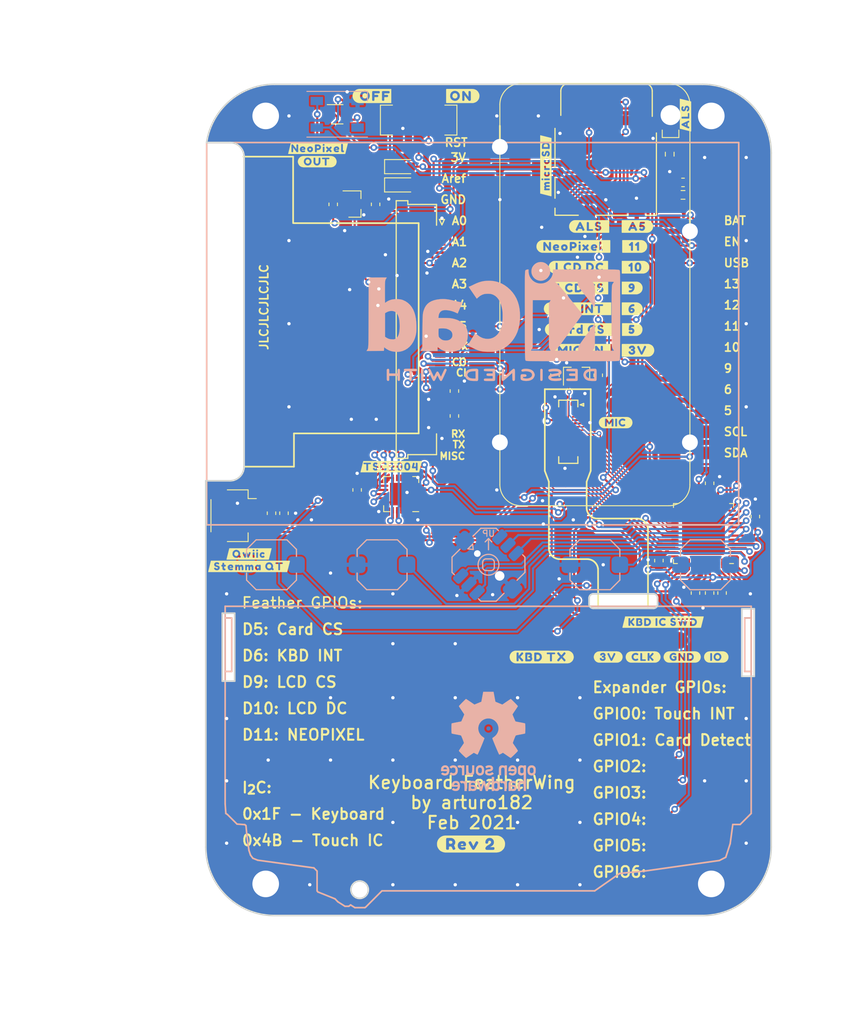
<source format=kicad_pcb>
(kicad_pcb (version 20221018) (generator pcbnew)
  (layers (0 "F.Cu" signal) (31 "B.Cu" signal) (34 "B.Paste" user) (35 "F.Paste" user) (36 "B.SilkS" user "B.Silkscreen") (37 "F.SilkS" user "F.Silkscreen") (38 "B.Mask" user) (39 "F.Mask" user) (44 "Edge.Cuts" user))
  (net 0 "")
  (net 1 "GND")
  (net 2 "+3V3")
  (net 3 "Net-(C3-Pad1)")
  (net 4 "Net-(D1-Pad4)")
  (net 5 "/CARD_DET")
  (net 6 "/CARD_CLK")
  (net 7 "/CARD_COPI")
  (net 8 "/CARD_CS")
  (net 9 "/GPIO5")
  (net 10 "/GPIO9")
  (net 11 "/LCD_CS")
  (net 12 "/GPIO10")
  (net 13 "/LCD_DC")
  (net 14 "Net-(JP4-Pad2)")
  (net 15 "/GPIO6")
  (net 16 "/GPIO11")
  (net 17 "/NEOPIXEL")
  (net 18 "Net-(Q1-Pad3)")
  (net 19 "/Keyboard/BL_CTRL")
  (net 20 "Net-(Q2-Pad3)")
  (net 21 "/LCD_BL_CTRL")
  (net 22 "Net-(R5-Pad2)")
  (net 23 "Net-(R7-Pad1)")
  (net 24 "/EN")
  (net 25 "/Keyboard/BTN_RIGHT1")
  (net 26 "/Keyboard/BTN_LEFT1")
  (net 27 "/Keyboard/BTN_RIGHT2")
  (net 28 "/Keyboard/BTN_LEFT2")
  (net 29 "Net-(TP1-Pad1)")
  (net 30 "Net-(TP3-Pad1)")
  (net 31 "/Keyboard/KBD_ROW3")
  (net 32 "/Keyboard/JOY_DOWN")
  (net 33 "/Keyboard/JOY_RIGHT")
  (net 34 "/Keyboard/JOY_LEFT")
  (net 35 "/Keyboard/JOY_CENTER")
  (net 36 "/Keyboard/JOY_UP")
  (net 37 "/Keyboard/KBD_ROW7")
  (net 38 "/Keyboard/KBD_ROW6")
  (net 39 "/Keyboard/KBD_ROW5")
  (net 40 "/Keyboard/KBD_ROW4")
  (net 41 "/Keyboard/KBD_COL5")
  (net 42 "/Keyboard/KBD_COL4")
  (net 43 "/Keyboard/KBD_COL3")
  (net 44 "/Keyboard/KBD_COL2")
  (net 45 "/Keyboard/KBD_ROW2")
  (net 46 "/Keyboard/KBD_COL1")
  (net 47 "/Keyboard/KBD_ROW1")
  (net 48 "/KBD_RESET")
  (net 49 "/TP_XP")
  (net 50 "/TP_YP")
  (net 51 "/TP_XM")
  (net 52 "/TP_YM")
  (net 53 "/KBD_INT")
  (net 54 "+5V")
  (net 55 "VBUS")
  (net 56 "+BATT")
  (net 57 "/A2")
  (net 58 "/A3")
  (net 59 "/A4")
  (net 60 "Net-(D1-Pad2)")
  (net 61 "/AREF")
  (net 62 "/A0")
  (net 63 "/TX")
  (net 64 "/A1")
  (net 65 "/RX")
  (net 66 "/A5")
  (net 67 "/GPIO13")
  (net 68 "/GPIO12")
  (net 69 "Net-(TP4-Pad1)")
  (net 70 "Net-(D2-Pad1)")
  (net 71 "/KBD_SDA")
  (net 72 "/KBD_SCL")
  (net 73 "/TP_INT")
  (net 74 "/CARD_CIPO")
  (net 75 "unconnected-(U6-Pad16)")
  (net 76 "/ALS")
  (net 81 "Net-(TP8-Pad1)")
  (net 82 "Net-(TP11-Pad1)")
  (net 83 "Net-(TP12-Pad1)")
  (net 84 "Net-(TP13-Pad1)")
  (net 85 "Net-(TP14-Pad1)")
  (footprint "Connector_JST:JST_SH_SM04B-SRSS-TB_1x04-1MP_P1.00mm_Horizontal" (layer "F.Cu") (at 108.3 98.1 -90)
    (fp_text reference "J7" hide)
    (fp_text value "Conn_Stemma_QT")
  )
  (footprint "buzzardLabel" (layer "F.Cu") (at 110.2 102.7)
    (fp_text reference "")
    (fp_text value "")
  )
  (footprint "TestPoint:TestPoint_Pad_D2.0mm" (layer "F.Cu") (at 153.8 113.1 180)
    (fp_text reference "TP9" hide)
    (fp_text value "TP_KBD_3V")
  )
  (footprint "buzzardLabel" (layer "F.Cu") (at 156.5 68.2)
    (fp_text reference "")
    (fp_text value "")
  )
  (footprint "buzzardLabel" (layer "F.Cu") (at 110.2 104.2)
    (fp_text reference "")
    (fp_text value "")
  )
  (footprint "Resistor_SMD:R_0603_1608Metric" (layer "F.Cu") (at 160.8 54.6 -90)
    (fp_text reference "R10" hide)
    (fp_text value "10K")
  )
  (footprint "MountingHole_Extra:MountingHole_3.2mm_M3_with_paste" (layer "F.Cu") (at 165.8 50)
    (fp_text reference "REF**" hide)
    (fp_text value "MountingHole_3.2mm_M3_with_paste" hide)
  )
  (footprint "Button_Switch_SMD_Extra:K3-x245S" (layer "F.Cu") (at 130.6 50.5)
    (fp_text reference "SW1" hide)
    (fp_text value "SK-3245S-Lx-B")
  )
  (footprint "buzzardLabel" (layer "F.Cu") (at 150 75.7)
    (fp_text reference "")
    (fp_text value "")
  )
  (footprint "Resistor_SMD:R_0603_1608Metric" (layer "F.Cu") (at 152.2 81.2 -90)
    (fp_text reference "R8" hide)
    (fp_text value "10K")
  )
  (footprint "buzzardLabel" (layer "F.Cu") (at 154.3 86.9)
    (fp_text reference "")
    (fp_text value "")
  )
  (footprint "Jumper:SolderJumper-2_P1.3mm_Bridged_RoundedPad1.0x1.5mm" (layer "F.Cu") (at 154.3 70.7 180)
    (fp_text reference "JP2" hide)
    (fp_text value "SB_LCD_CS" hide)
  )
  (footprint "buzzardLabel" (layer "F.Cu") (at 156.4 65.7)
    (fp_text reference "")
    (fp_text value "")
  )
  (footprint "Capacitor_SMD:C_0603_1608Metric" (layer "F.Cu") (at 123.2 95 90)
    (fp_text reference "C6" hide)
    (fp_text value "0.1uF")
  )
  (footprint "Resistor_SMD:R_0603_1608Metric" (layer "F.Cu") (at 114.4 97.8 -90)
    (fp_text reference "R2" hide)
    (fp_text value "4.7K")
  )
  (footprint "buzzardLabel" (layer "F.Cu") (at 154.6475 63.3)
    (fp_text reference "")
    (fp_text value "")
  )
  (footprint "TestPoint:TestPoint_Pad_D2.0mm" (layer "F.Cu") (at 145.4 113.1)
    (fp_text reference "TP4" hide)
    (fp_text value "TP_KBD_TX")
  )
  (footprint "buzzardLabel" (layer "F.Cu") (at 156.1 70.7)
    (fp_text reference "")
    (fp_text value "")
  )
  (footprint "Connector_EastRising:ER-CON50HT-1" (layer "F.Cu") (at 128.4 75.7 -90)
    (fp_text reference "U4" hide)
    (fp_text value "ER-TFT02X")
  )
  (footprint "TestPoint:TestPoint_Pad_D2.0mm" (layer "F.Cu") (at 118.4 57.5)
    (fp_text reference "TP5" hide)
    (fp_text value "TP_NEOPIXEL_OUT")
  )
  (footprint "buzzardLabel" (layer "F.Cu") (at 153.9 63.3)
    (fp_text reference "")
    (fp_text value "")
  )
  (footprint "Package_DFN_QFN:QFN-20-1EP_4x4mm_P0.5mm_EP2.7x2.7mm" (layer "F.Cu") (at 128.5 95.5 180)
    (fp_text reference "U3" hide)
    (fp_text value "TSC2004IR")
  )
  (footprint "Capacitor_SMD:C_0603_1608Metric" (layer "F.Cu") (at 163.9 107.4 90)
    (fp_text reference "C3" hide)
    (fp_text value "1uF")
  )
  (footprint "TestPoint:TestPoint_Pad_D2.0mm" (layer "F.Cu") (at 157.9 113.1 180)
    (fp_text reference "TP2" hide)
    (fp_text value "TP_KBD_SWCLK")
  )
  (footprint "Resistor_SMD:R_0603_1608Metric" (layer "F.Cu") (at 120.32 60.64 -90)
    (fp_text reference "R6" hide)
    (fp_text value "10K")
  )
  (footprint "Capacitor_SMD:C_0603_1608Metric" (layer "F.Cu") (at 165.6 94.2 90)
    (fp_text reference "C11" hide)
    (fp_text value "0.1uF")
  )
  (footprint "buzzardLabel" (layer "F.Cu") (at 166.4 115.1)
    (fp_text reference "")
    (fp_text value "")
  )
  (footprint "buzzardLabel" (layer "F.Cu") (at 150.1 70.7)
    (fp_text reference "")
    (fp_text value "")
  )
  (footprint "Jumper:SolderJumper-2_P1.3mm_Bridged_RoundedPad1.0x1.5mm" (layer "F.Cu") (at 154.3 73.2 180)
    (fp_text reference "JP5" hide)
    (fp_text value "SB_KBD_INT")
  )
  (footprint "buzzardLabel" (layer "F.Cu") (at 150.3 78.2)
    (fp_text reference "")
    (fp_text value "")
  )
  (footprint "Resistor_SMD:R_0603_1608Metric" (layer "F.Cu") (at 167.1 107.4 90)
    (fp_text reference "R5" hide)
    (fp_text value "1K")
  )
  (footprint "buzzardLabel" (layer "F.Cu") (at 160 110.9)
    (fp_text reference "")
    (fp_text value "")
  )
  (footprint "Connector_Hirose_Extra:BM14B(0.8)-24DS-0.4V(53)" (layer "F.Cu") (at 148.6 88 -90)
    (fp_text reference "U2" hide)
    (fp_text value "BBQ10KBD")
  )
  (footprint "TestPoint:TestPoint_Pad_D2.0mm" (layer "F.Cu") (at 160.02 140.97)
    (fp_text reference "TP14" hide)
    (fp_text value "TP_GPIO6")
  )
  (footprint "buzzardLabel" (layer "F.Cu") (at 153.4 115.1)
    (fp_text reference "")
    (fp_text value "")
  )
  (footprint "Resistor_SMD:R_0603_1608Metric" (layer "F.Cu") (at 112.9 97.8 -90)
    (fp_text reference "R1" hide)
    (fp_text value "4.7K")
  )
  (footprint "TestPoint:TestPoint_Pad_D2.0mm" (layer "F.Cu") (at 162 113.1 180)
    (fp_text reference "TP10" hide)
    (fp_text value "TP_KBD_GND")
  )
  (footprint "buzzardLabel" (layer "F.Cu") (at 149.4 65.7)
    (fp_text reference "")
    (fp_text value "")
  )
  (footprint "Resistor_SMD:R_0603_1608Metric" (layer "F.Cu") (at 147 81.2 -90)
    (fp_text reference "R4" hide)
    (fp_text value "10K")
  )
  (footprint "buzzardLabel" (layer "F.Cu") (at 127.3 92.2)
    (fp_text reference "")
    (fp_text value "")
  )
  (footprint "MountingHole_Extra:MountingHole_3.2mm_M3_with_paste" (layer "F.Cu") (at 112.2 142.4 180)
    (fp_text reference "REF**" hide)
    (fp_text value "MountingHole_3.2mm_M3_with_paste" hide)
  )
  (footprint "buzzardLabel" (layer "F.Cu") (at 136.9 137.6)
    (fp_text reference "")
    (fp_text value "")
  )
  (footprint "buzzardLabel" (layer "F.Cu") (at 125.4 47.6)
    (fp_text reference "")
    (fp_text value "")
  )
  (footprint "Capacitor_SMD:C_0603_1608Metric" (layer "F.Cu") (at 159.5 103.5 90)
    (fp_text reference "C12" hide)
    (fp_text value "0.1uF")
  )
  (footprint "Capacitor_SMD:C_0603_1608Metric" (layer "F.Cu") (at 134.9 86.1 -90)
    (fp_text reference "C5" hide)
    (fp_text value "10uF")
  )
  (footprint "Package_TO_SOT_SMD:SOT-23" (layer "F.Cu") (at 149.6 81 90)
    (fp_text reference "Q1" hide)
    (fp_text value "BSS138")
  )
  (footprint "TestPoint:TestPoint_Pad_D2.0mm" (layer "F.Cu") (at 160.02 134.62)
    (fp_text reference "TP12" hide)
    (fp_text value "TP_GPIO4")
  )
  (footprint "Jumper:SolderJumper-2_P1.3mm_Bridged_RoundedPad1.0x1.5mm" (layer "F.Cu") (at 154.3 65.7 180)
    (fp_text reference "JP6" hide)
    (fp_text value "SB_NEOPIXEL" hide)
  )
  (footprint "buzzardLabel" (layer "F.Cu") (at 156.1 73.2)
    (fp_text reference "")
    (fp_text value "")
  )
  (footprint "Resistor_SMD:R_0603_1608Metric" (layer "F.Cu") (at 162.4 58)
    (fp_text reference "R3" hide)
    (fp_text value "10K")
  )
  (footprint "Diode_SMD:D_SOD-323_HandSoldering" (layer "F.Cu") (at 128.4 58.3)
    (fp_text reference "D3" hide)
    (fp_text value "S1JHE" hide)
  )
  (footprint "buzzardLabel" (layer "F.Cu") (at 118.4 55.5)
    (fp_text reference "")
    (fp_text value "")
  )
  (footprint "TestPoint:TestPoint_Pad_D2.0mm" (layer "F.Cu") (at 160.02 128.27)
    (fp_text reference "TP8" hide)
    (fp_text value "TP_GPIO2")
  )
  (footprint "TestPoint:TestPoint_Pad_D2.0mm" (layer "F.Cu") (at 166.1 113.1 180)
    (fp_text reference "TP3" hide)
    (fp_text value "TP_KBD_SWDIO")
  )
  (footprint "buzzardLabel" (layer "F.Cu") (at 150 68.2)
    (fp_text reference "")
    (fp_text value "")
  )
  (footprint "MountingHole_Extra:MountingHole_3.2mm_M3_with_paste" (layer "F.Cu") (at 112.2 50)
    (fp_text reference "REF**" hide)
    (fp_text value "MountingHole_3.2mm_M3_with_paste" hide)
  )
  (footprint "Capacitor_SMD:C_0603_1608Metric" (layer "F.Cu") (at 171.1 98.2 90)
    (fp_text reference "C1" hide)
    (fp_text value "0.1uF")
  )
  (footprint "buzzardLabel" (layer "F.Cu") (at 156.1 75.7)
    (fp_text reference "")
    (fp_text value "")
  )
  (footprint "Package_TO_SOT_SMD:SOT-23" (layer "F.Cu") (at 122.9 60.6)
    (fp_text reference "Q2" hide)
    (fp_text value "BSS138")
  )
  (footprint "buzzardLabel" (layer "F.Cu") (at 157.6 115.1)
    (fp_text reference "")
    (fp_text value "")
  )
  (footprint "buzzardLabel" (layer "F.Cu") (at 145.4 115.1)
    (fp_text reference "")
    (fp_text value "")
  )
  (footprint "buzzardLabel" (layer "F.Cu") (at 149.9 73.2)
    (fp_text reference "")
    (fp_text value "")
  )
  (footprint "Package_TO_SOT_SMD:SOT-353_SC-70-5" (layer "F.Cu") (at 120.8 49.8)
    (fp_text reference "U8" hide)
    (fp_text value "74AHCT1G125")
  )
  (footprint "buzzardLabel" (layer "F.Cu") (at 118.5 53.9)
    (fp_text reference "")
    (fp_text value "")
  )
  (footprint "Module_Extra:FeatherWing" (layer "F.Cu") (at 151.8 71.5 -90)
    (fp_text reference "U6")
    (fp_text value "Adafruit_Feather_2X")
  )
  (footprint "Resistor_SMD:R_0603_1608Metric" (layer "F.Cu") (at 125.42 60.64 90)
    (fp_text reference "R7" hide)
    (fp_text value "10R")
  )
  (footprint "buzzardLabel" (layer "F.Cu") (at 135.7 47.6)
    (fp_text reference "")
    (fp_text value "")
  )
  (footprint "Jumper:SolderJumper-2_P1.3mm_Bridged_RoundedPad1.0x1.5mm" (layer "F.Cu") (at 154.3 68.2 180)
    (fp_text reference "JP3" hide)
    (fp_text value "SB_LCD_DC" hide)
  )
  (footprint "buzzardLabel" (layer "F.Cu") (at 162.7 49.9 90)
    (fp_text reference "")
    (fp_text value "")
  )
  (footprint "Diode_SMD:D_SOD-323_HandSoldering" (layer "F.Cu") (at 128.4 56.1)
    (fp_text reference "D2" hide)
    (fp_text value "S1JHE" hide)
  )
  (footprint "TestPoint:TestPoint_Pad_D2.0mm" (layer "F.Cu") (at 160.02 131.445)
    (fp_text reference "TP11" hide)
    (fp_text value "TP_GPIO3")
  )
  (footprint "Package_DFN_QFN:QFN-48-1EP_7x7mm_P0.5mm_EP5.15x5.15mm" (layer "F.Cu") (at 164.865 100.245 180)
    (fp_text reference "U7" hide)
    (fp_text value "ATSAMD20G16A")
  )
  (footprint "Jumper:SolderJumper-2_P1.3mm_Bridged_RoundedPad1.0x1.5mm" (layer "F.Cu") (at 154.3 75.7 180)
    (fp_text reference "JP1" hide)
    (fp_text value "SB_CARD_CS")
  )
  (footprint "Connector_Card_Extra:microSD_HC_Molex_104031-0811" (layer "F.Cu") (at 153.1 56.1 180)
    (fp_text reference "J3" hide)
    (fp_text value "Micro_SD_Card_Det")
  )
  (footprint "buzzardLabel" (layer "F.Cu") (at 156.8 78.2)
    (fp_text reference "")
    (fp_text value "")
  )
  (footprint "MountingHole_Extra:MountingHole_3.2mm_M3_with_paste" (layer "F.Cu") (at 165.8 142.4)
    (fp_text reference "REF**" hide)
    (fp_text value "MountingHole_3.2mm_M3_with_paste" hide)
  )
  (footprint "Capacitor_SMD:C_0603_1608Metric" (layer "F.Cu") (at 134.9 83.1 90)
    (fp_text reference "C4" hide)
    (fp_text value "0.1uF")
  )
  (footprint "TestPoint:TestPoint_Pad_D2.0mm" (layer "F.Cu") (at 160.02 137.795)
    (fp_text reference "TP13" hide)
    (fp_text value "TP_GPIO5")
  )
  (footprint "OptoDevice_Extra:Everlight_PT26-21C" (layer "F.Cu") (at 160.9 49.9 90)
    (fp_text reference "Q3" hide)
    (fp_text value "PT26-21C")
  )
  (footprint "Jumper:SolderJumper-2_P1.3mm_Open_RoundedPad1.0x1.5mm" (layer "F.Cu") (at 154.3 78.2 180)
    (fp_text reference "JP4" hide)
    (fp_text value "SB_MIC_VDD")
  )
  (footprint "Jumper:SolderJumper-2_P1.3mm_Bridged_RoundedPad1.0x1.5mm" (layer "F.Cu") (at 154.3 63.3 180)
    (fp_text reference "JP7" hide)
    (fp_text value "SB_ALS")
  )
  (footprint "Capacitor_SMD:C_0603_1608Metric" (layer "F.Cu") (at 165.6 107.4 -90)
    (fp_text reference "C2" hide)
    (fp_text value "10uF")
  )
  (footprint "Resistor_SMD:R_0603_1608Metric" (layer "F.Cu") (at 162.4 59.5 180)
    (fp_text reference "R9" hide)
    (fp_text value "10K")
  )
  (footprint "buzzardLabel" (layer "F.Cu") (at 145.9 56 90)
    (fp_text reference "")
    (fp_text value "")
  )
  (footprint "TestPoint:TestPoint_Pad_D2.0mm" (layer "F.Cu") (at 154.2 84.8)
    (fp_text reference "TP1" hide)
    (fp_text value "TP_MIC")
  )
  (footprint "buzzardLabel" (layer "F.Cu") (at 162.3 115.1)
    (fp_text reference "")
    (fp_text value "")
  )
  (footprint "Symbol:KiCad-Logo2_12mm_SilkScreen" (layer "B.Cu") (at 139.6 73.5 180)
    (fp_text reference "G***" hide)
    (fp_text value "LOGO" hide)
  )
  (footprint "Fiducial:Fiducial_0.5mm_Dia_1mm_Outer" (layer "B.Cu") (at 139 123.7)
    (fp_text reference "REF**" hide)
    (fp_text value "Fiducial_0.5mm_Dia_1mm_Outer" hide)
  )
  (footprint "Button_Switch_SMD_Extra:RMT-CZ66" (layer "B.Cu") (at 112.9 104)
    (fp_text reference "SW2" hide)
    (fp_text value "SW_RIGHT1")
  )
  (footprint "Button_Switch_SMD_Extra:RMT-CZ66" (layer "B.Cu") (at 126.2 104)
    (fp_text reference "SW4" hide)
    (fp_text value "SW_RIGHT2")
  )
  (footprint "Button_Switch_SMD_Extra:RMT-CZ66" (layer "B.Cu") (at 151.8 104)
    (fp_text reference "SW5" hide)
    (fp_text value "SW_LEFT2")
  )
  (footprint "Button_Switch_SMD_Extra:SF303GJ26" (layer "B.Cu") (at 139 104 -135)
    (fp_text reference "U1" hide)
    (fp_text value "5-Way_Switch")
  )
  (footprint "Symbol:OSHW-Logo_11.4x12mm_SilkScreen" (layer "B.Cu") (at 139 125.25 180)
    (fp_text reference "G***" hide)
    (fp_text value "LOGO" hide)
  )
  (footprint "Fiducial:Fiducial_0.5mm_Dia_1mm_Outer" (layer "B.Cu") (at 137.1 76.2)
    (fp_text reference "REF**" hide)
    (fp_text value "Fiducial_0.5mm_Dia_1mm_Outer" hide)
  )
  (footprint "Button_Switch_SMD_Extra:RMT-CZ66" (layer "B.Cu") (at 165.1 104)
    (fp_text reference "SW3" hide)
    (fp_text value "SW_LEFT1")
  )
  (footprint "LED_SMD:LED_WS2812B_PLCC4_5.0x5.0mm_P3.2mm" (layer "B.Cu") (at 120.8 49.8)
    (fp_text reference "D1" hide)
    (fp_text value "WS2812B")
  )
  (gr_line (start 105.1 99.2) (end 105.1 53.2) (stroke (width 0.2)) (layer "B.SilkS"))
  (gr_line (start 118.48064 143.368439) (end 118.381576 143.236531) (stroke (width 0.2)) (layer "B.SilkS"))
  (gr_line (start 167.542581 139.191144) (end 166.774544 139.582694) (stroke (width 0.2)) (layer "B.SilkS"))
  (gr_line (start 110.374465 138.936695) (end 110.189657 138.3764) (stroke (width 0.2)) (layer "B.SilkS"))
  (gr_line (start 107.322872 132.775159) (end 107.322872 116.83943) (stroke (width 0.2)) (layer "B.SilkS"))
  (gr_line (start 111.235345 139.545141) (end 110.65631 139.311979) (stroke (width 0.2)) (layer "B.SilkS"))
  (gr_line (start 169.1 53.2) (end 169.1 99.2) (stroke (width 0.2)) (layer "B.SilkS"))
  (gr_line (start 126.184948 143.236531) (end 124.260737 145.160743) (stroke (width 0.2)) (layer "B.SilkS"))
  (gr_line (start 121.735981 145.091056) (end 120.874041 144.546673) (stroke (width 0.2)) (layer "B.SilkS"))
  (gr_line (start 168.071637 137.561655) (end 167.542581 139.191144) (stroke (width 0.2)) (layer "B.SilkS"))
  (gr_line (start 169.1 99.2) (end 105.1 99.2) (stroke (width 0.2)) (layer "B.SilkS"))
  (gr_line (start 107.322872 110.403701) (end 108.110473 110.403701) (stroke (width 0.2)) (layer "B.SilkS"))
  (gr_line (start 166.774544 139.582694) (end 157.746631 140.857037) (stroke (width 0.2)) (layer "B.SilkS"))
  (gr_line (start 170.6 110.403701) (end 170.6 116.83943) (stroke (width 0.2)) (layer "B.SilkS"))
  (gr_line (start 124.260737 145.160743) (end 124.136796 145.253824) (stroke (width 0.2)) (layer "B.SilkS"))
  (gr_line (start 108.748551 135.200204) (end 107.594762 134.046414) (stroke (width 0.2)) (layer "B.SilkS"))
  (gr_line (start 168.389072 135.249423) (end 168.071637 137.561655) (stroke (width 0.2)) (layer "B.SilkS"))
  (gr_line (start 170.6 109) (end 170.6 110.403701) (stroke (width 0.2)) (layer "B.SilkS"))
  (gr_line (start 105.1 53.2) (end 169.1 53.2) (stroke (width 0.2)) (layer "B.SilkS"))
  (gr_line (start 120.874041 144.546673) (end 120.542356 144.198637) (stroke (width 0.2)) (layer "B.SilkS"))
  (gr_line (start 169.818311 116.83943) (end 170.6 116.83943) (stroke (width 0.2)) (layer "B.SilkS"))
  (gr_line (start 110.189657 138.3764) (end 109.952642 136.697301) (stroke (width 0.2)) (layer "B.SilkS"))
  (gr_line (start 120.542356 144.198637) (end 118.48064 143.368439) (stroke (width 0.2)) (layer "B.SilkS"))
  (gr_line (start 109.952642 136.697301) (end 109.828411 135.386667) (stroke (width 0.2)) (layer "B.SilkS"))
  (gr_line (start 122.197447 145.091056) (end 121.735981 145.091056) (stroke (width 0.2)) (layer "B.SilkS"))
  (gr_line (start 169.272334 135.249423) (end 168.389072 135.249423) (stroke (width 0.2)) (layer "B.SilkS"))
  (gr_line (start 170.6 133.921754) (end 169.272334 135.249423) (stroke (width 0.2)) (layer "B.SilkS"))
  (gr_line (start 158.18652 109) (end 170.6 109) (stroke (width 0.2)) (layer "B.SilkS"))
  (gr_line (start 107.594762 134.046414) (end 107.406462 133.921754) (stroke (width 0.2)) (layer "B.SilkS"))
  (gr_line (start 170.6 116.83943) (end 170.6 133.921754) (stroke (width 0.2)) (layer "B.SilkS"))
  (gr_line (start 152.190713 109) (end 158.18652 109) (stroke (width 0.2)) (layer "B.SilkS"))
  (gr_line (start 117.9981 140.473562) (end 111.235345 139.545141) (stroke (width 0.2)) (layer "B.SilkS"))
  (gr_line (start 157.746631 140.857037) (end 154.781769 141.138067) (stroke (width 0.2)) (layer "B.SilkS"))
  (gr_line (start 107.322872 109) (end 152.190713 109) (stroke (width 0.2)) (layer "B.SilkS"))
  (gr_line (start 107.322872 110.403701) (end 107.322872 109) (stroke (width 0.2)) (layer "B.SilkS"))
  (gr_line (start 154.781769 141.138067) (end 151.777665 143.236531) (stroke (width 0.2)) (layer "B.SilkS"))
  (gr_line (start 118.381576 143.236531) (end 118.381576 140.857037) (stroke (width 0.2)) (layer "B.SilkS"))
  (gr_line (start 107.406462 133.921754) (end 107.322872 132.775159) (stroke (width 0.2)) (layer "B.SilkS"))
  (gr_line (start 118.381576 140.857037) (end 117.9981 140.473562) (stroke (width 0.2)) (layer "B.SilkS"))
  (gr_line (start 110.65631 139.311979) (end 110.374465 138.936695) (stroke (width 0.2)) (layer "B.SilkS"))
  (gr_line (start 122.929606 145.253824) (end 122.414177 144.92829) (stroke (width 0.2)) (layer "B.SilkS"))
  (gr_line (start 122.414177 144.92829) (end 122.197447 145.091056) (stroke (width 0.2)) (layer "B.SilkS"))
  (gr_line (start 108.110473 110.403701) (end 108.110473 116.83943) (stroke (width 0.2)) (layer "B.SilkS"))
  (gr_line (start 124.136796 145.253824) (end 122.929606 145.253824) (stroke (width 0.2)) (layer "B.SilkS"))
  (gr_line (start 151.777665 143.236531) (end 126.184948 143.236531) (stroke (width 0.2)) (layer "B.SilkS"))
  (gr_line (start 107.322872 116.83943) (end 107.322872 110.403701) (stroke (width 0.2)) (layer "B.SilkS"))
  (gr_line (start 169.818311 110.403701) (end 169.818311 116.83943) (stroke (width 0.2)) (layer "B.SilkS"))
  (gr_line (start 109.687291 135.269984) (end 108.748551 135.200204) (stroke (width 0.2)) (layer "B.SilkS"))
  (gr_line (start 170.6 110.403701) (end 169.818311 110.403701) (stroke (width 0.2)) (layer "B.SilkS"))
  (gr_line (start 109.828411 135.386667) (end 109.687291 135.269984) (stroke (width 0.2)) (layer "B.SilkS"))
  (gr_line (start 108.110473 116.83943) (end 107.322872 116.83943) (stroke (width 0.2)) (layer "B.SilkS"))
  (gr_line (start 146.646728 102.943141) (end 146.534311 102.814954) (stroke (width 0.2)) (layer "F.SilkS"))
  (gr_line (start 152.085821 104.129724) (end 152.140626 104.291174) (stroke (width 0.2)) (layer "F.SilkS"))
  (gr_line (start 157.675085 98.714442) (end 157.803272 98.826859) (stroke (width 0.2)) (layer "F.SilkS"))
  (gr_line (start 150.904179 97.640276) (end 150.849374 97.478826) (stroke (width 0.2)) (layer "F.SilkS"))
  (gr_line (start 151.380407 103.42431) (end 151.533321 103.499719) (stroke (width 0.2)) (layer "F.SilkS"))
  (gr_line (start 146.364179 102.520276) (end 146.309374 102.358826) (stroke (width 0.2)) (layer "F.SilkS"))
  (gr_line (start 157.051736 98.456243) (end 157.218957 98.489505) (stroke (width 0.2)) (layer "F.SilkS"))
  (gr_line (start 156.881603 98.445092) (end 157.051736 98.456243) (stroke (width 0.2)) (layer "F.SilkS"))
  (gr_line (start 158.140626 99.411174) (end 158.173888 99.578395) (stroke (width 0.2)) (layer "F.SilkS"))
  (gr_line (start 152.108397 98.444908) (end 151.938264 98.433757) (stroke (width 0.2)) (layer "F.SilkS"))
  (gr_line (start 150.881603 103.325092) (end 151.051736 103.336243) (stroke (width 0.2)) (layer "F.SilkS"))
  (gr_line (start 157.915689 98.955046) (end 158.010412 99.09681) (stroke (width 0.2)) (layer "F.SilkS"))
  (gr_line (start 156.883084 98.442167) (end 152.110502 98.442167) (stroke (width 0.2)) (layer "F.SilkS"))
  (gr_line (start 151.915689 103.835046) (end 152.010412 103.97681) (stroke (width 0.2)) (layer "F.SilkS"))
  (gr_line (start 158.18652 109) (end 158.18652 99.745603) (stroke (width 0.2)) (layer "F.SilkS"))
  (gr_line (start 147.568528 103.325039) (end 150.887277 103.325039) (stroke (width 0.2)) (layer "F.SilkS"))
  (gr_line (start 151.803272 103.706859) (end 151.915689 103.835046) (stroke (width 0.2)) (layer "F.SilkS"))
  (gr_line (start 152.010412 103.97681) (end 152.085821 104.129724) (stroke (width 0.2)) (layer "F.SilkS"))
  (gr_line (start 158.010412 99.09681) (end 158.085821 99.249724) (stroke (width 0.2)) (layer "F.SilkS"))
  (gr_line (start 151.938264 98.433757) (end 151.771043 98.400495) (stroke (width 0.2)) (layer "F.SilkS"))
  (gr_line (start 151.675085 103.594442) (end 151.803272 103.706859) (stroke (width 0.2)) (layer "F.SilkS"))
  (gr_line (start 147.069593 103.22569) (end 146.916679 103.150281) (stroke (width 0.2)) (layer "F.SilkS"))
  (gr_line (start 150.816112 97.311605) (end 150.804961 97.141472) (stroke (width 0.2)) (layer "F.SilkS"))
  (gr_line (start 145.773796 92.704404) (end 146.265092 94.00784) (stroke (width 0.2)) (layer "F.SilkS"))
  (gr_line (start 115.6 88.2) (end 130.6 88.2) (stroke (width 0.2)) (layer "F.SilkS"))
  (gr_line (start 146.276112 102.191605) (end 146.264961 102.021472) (stroke (width 0.2)) (layer "F.SilkS"))
  (gr_line (start 146.309374 102.358826) (end 146.276112 102.191605) (stroke (width 0.2)) (layer "F.SilkS"))
  (gr_line (start 151.298361 82.8785) (end 145.773796 82.8785) (stroke (width 0.2)) (layer "F.SilkS"))
  (gr_line (start 151.298361 92.704404) (end 150.807066 94.00784) (stroke (width 0.2)) (layer "F.SilkS"))
  (gr_line (start 151.771043 98.400495) (end 151.609593 98.34569) (stroke (width 0.2)) (layer "F.SilkS"))
  (gr_line (start 157.803272 98.826859) (end 157.915689 98.955046) (stroke (width 0.2)) (layer "F.SilkS"))
  (gr_line (start 151.533321 103.499719) (end 151.675085 103.594442) (stroke (width 0.2)) (layer "F.SilkS"))
  (gr_line (start 109.6 92.2) (end 115.6 92.2) (stroke (width 0.2)) (layer "F.SilkS"))
  (gr_line (start 147.398264 103.313757) (end 147.231043 103.280495) (stroke (width 0.2)) (layer "F.SilkS"))
  (gr_line (start 151.314915 98.175558) (end 151.186728 98.063141) (stroke (width 0.2)) (layer "F.SilkS"))
  (gr_line (start 152.140626 104.291174) (end 152.173888 104.458395) (stroke (width 0.2)) (layer "F.SilkS"))
  (gr_line (start 150.807066 94.00784) (end 150.807066 97.13873) (stroke (width 0.2)) (layer "F.SilkS"))
  (gr_line (start 151.186728 98.063141) (end 151.074311 97.934954) (stroke (width 0.2)) (layer "F.SilkS"))
  (gr_line (start 109.5 54.9) (end 115.5 54.9) (stroke (width 0.2)) (layer "F.SilkS"))
  (gr_line (start 157.533321 98.619719) (end 157.675085 98.714442) (stroke (width 0.2)) (layer "F.SilkS"))
  (gr_line (start 146.916679 103.150281) (end 146.774915 103.055558) (stroke (width 0.2)) (layer "F.SilkS"))
  (gr_line (start 157.380407 98.54431) (end 157.533321 98.619719) (stroke (width 0.2)) (layer "F.SilkS"))
  (gr_line (start 151.218957 103.369505) (end 151.380407 103.42431) (stroke (width 0.2)) (layer "F.SilkS"))
  (gr_line (start 146.439588 102.67319) (end 146.364179 102.520276) (stroke (width 0.2)) (layer "F.SilkS"))
  (gr_line (start 145.773796 82.8785) (end 145.773796 92.704404) (stroke (width 0.2)) (layer "F.SilkS"))
  (gr_line (start 150.979588 97.79319) (end 150.904179 97.640276) (stroke (width 0.2)) (layer "F.SilkS"))
  (gr_line (start 130.6 88.2) (end 130.6 62.9) (stroke (width 0.2)) (layer "F.SilkS"))
  (gr_line (start 151.609593 98.34569) (end 151.456679 98.270281) (stroke (width 0.2)) (layer "F.SilkS"))
  (gr_line (start 147.231043 103.280495) (end 147.069593 103.22569) (stroke (width 0.2)) (layer "F.SilkS"))
  (gr_line (start 147.568397 103.324908) (end 147.398264 103.313757) (stroke (width 0.2)) (layer "F.SilkS"))
  (gr_line (start 158.085821 99.249724) (end 158.140626 99.411174) (stroke (width 0.2)) (layer "F.SilkS"))
  (gr_line (start 157.218957 98.489505) (end 157.380407 98.54431) (stroke (width 0.2)) (layer "F.SilkS"))
  (gr_line (start 152.190713 109) (end 152.179562 104.458343) (stroke (width 0.2)) (layer "F.SilkS"))
  (gr_line (start 151.051736 103.336243) (end 151.218957 103.369505) (stroke (width 0.2)) (layer "F.SilkS"))
  (gr_line (start 146.534311 102.814954) (end 146.439588 102.67319) (stroke (width 0.2)) (layer "F.SilkS"))
  (gr_line (start 151.298361 82.8785) (end 151.298361 92.704404) (stroke (width 0.2)) (layer "F.SilkS"))
  (gr_line (start 158.173888 99.578395) (end 158.185039 99.748528) (stroke (width 0.2)) (layer "F.SilkS"))
  (gr_line (start 115.6 62.9) (end 130.6 62.9) (stroke (width 0.2)) (layer "F.SilkS"))
  (gr_line (start 146.774915 103.055558) (end 146.646728 102.943141) (stroke (width 0.2)) (layer "F.SilkS"))
  (gr_line (start 115.6 92.2) (end 115.6 88.2) (stroke (width 0.2)) (layer "F.SilkS"))
  (gr_line (start 151.456679 98.270281) (end 151.314915 98.175558) (stroke (width 0.2)) (layer "F.SilkS"))
  (gr_line (start 151.074311 97.934954) (end 150.979588 97.79319) (stroke (width 0.2)) (layer "F.SilkS"))
  (gr_line (start 150.849374 97.478826) (end 150.816112 97.311605) (stroke (width 0.2)) (layer "F.SilkS"))
  (gr_line (start 115.5 54.9) (end 115.5 62.9) (stroke (width 0.2)) (layer "F.SilkS"))
  (gr_line (start 146.265092 94.00784) (end 146.265092 102.021603) (stroke (width 0.2)) (layer "F.SilkS"))
  (gr_line (start 169.475 117.425) (end 169.475 109.3) (stroke (width 0.2)) (layer "Edge.Cuts"))
  (gr_line (start 170.975 117.425) (end 169.475 117.425) (stroke (width 0.2)) (layer "Edge.Cuts"))
  (gr_arc (start 105.095033 53.201396) (mid 107.875918 48.190468) (end 113.25 46.2) (stroke (width 0.2)) (layer "Edge.Cuts"))
  (gr_line (start 105 137.95) (end 105 93.9) (stroke (width 0.2)) (layer "Edge.Cuts"))
  (gr_line (start 151.1 108) (end 151.1 108.75) (stroke (width 0.2)) (layer "Edge.Cuts"))
  (gr_line (start 106.975 118) (end 106.975 109.825) (stroke (width 0.2)) (layer "Edge.Cuts"))
  (gr_line (start 106.975 109.825) (end 108.475 109.825) (stroke (width 0.2)) (layer "Edge.Cuts"))
  (gr_line (start 109.6 92.2) (end 109.6 54.9) (stroke (width 0.2)) (layer "Edge.Cuts"))
  (gr_arc (start 109.6 92.2) (mid 109.102082 93.402082) (end 107.9 93.9) (stroke (width 0.2)) (layer "Edge.Cuts"))
  (gr_line (start 105 93.9) (end 107.9 93.9) (stroke (width 0.2)) (layer "Edge.Cuts"))
  (gr_arc (start 158.85 107.5) (mid 159.203553 107.646447) (end 159.35 108) (stroke (width 0.2)) (layer "Edge.Cuts"))
  (gr_arc (start 113.25 146.2) (mid 107.416369 143.783631) (end 105 137.95) (stroke (width 0.2)) (layer "Edge.Cuts"))
  (gr_line (start 164.75 146.2) (end 113.25 146.2) (stroke (width 0.2)) (layer "Edge.Cuts"))
  (gr_line (start 169.475 109.3) (end 170.975 109.3) (stroke (width 0.2)) (layer "Edge.Cuts"))
  (gr_line (start 151.6 109.25) (end 158.85 109.25) (stroke (width 0.2)) (layer "Edge.Cuts"))
  (gr_line (start 170.975 109.3) (end 170.975 117.425) (stroke (width 0.2)) (layer "Edge.Cuts"))
  (gr_line (start 159.35 108.75) (end 159.35 108) (stroke (width 0.2)) (layer "Edge.Cuts"))
  (gr_arc (start 159.35 108.75) (mid 159.203553 109.103553) (end 158.85 109.25) (stroke (width 0.2)) (layer "Edge.Cuts"))
  (gr_arc (start 107.9 53.2) (mid 109.102082 53.697918) (end 109.6 54.9) (stroke (width 0.2)) (layer "Edge.Cuts"))
  (gr_line (start 108.475 118) (end 106.975 118) (stroke (width 0.2)) (layer "Edge.Cuts"))
  (gr_line (start 113.25 46.2) (end 164.75 46.2) (stroke (width 0.2)) (layer "Edge.Cuts"))
  (gr_arc (start 151.1 108) (mid 151.246447 107.646447) (end 151.6 107.5) (stroke (width 0.2)) (layer "Edge.Cuts"))
  (gr_line (start 173 54.45) (end 173 137.95) (stroke (width 0.2)) (layer "Edge.Cuts"))
  (gr_line (start 105.095033 53.201396) (end 107.9 53.2) (stroke (width 0.2)) (layer "Edge.Cuts"))
  (gr_circle (center 123.5 143.1) (end 122.45 143.1) (stroke (width 0.2)) (fill none) (layer "Edge.Cuts"))
  (gr_line (start 158.85 107.5) (end 151.6 107.5) (stroke (width 0.2)) (layer "Edge.Cuts"))
  (gr_line (start 108.475 109.825) (end 108.475 118) (stroke (width 0.2)) (layer "Edge.Cuts"))
  (gr_arc (start 173 137.95) (mid 170.583631 143.783631) (end 164.75 146.2) (stroke (width 0.2)) (layer "Edge.Cuts"))
  (gr_arc (start 151.6 109.25) (mid 151.246447 109.103553) (end 151.1 108.75) (stroke (width 0.2)) (layer "Edge.Cuts"))
  (gr_arc (start 164.75 46.2) (mid 170.583631 48.616369) (end 173 54.45) (stroke (width 0.2)) (layer "Edge.Cuts"))
  (gr_text "SCL" (at 167.2 88) (layer "F.SilkS") (effects (font (size 1 1) (thickness 0.2)) (justify left)))
  (gr_text "D9: LCD CS" (at 109.22 118.11) (layer "F.SilkS") (effects (font (size 1.3 1.3) (thickness 0.25)) (justify left)))
  (gr_text "A2" (at 136.544 67.691) (layer "F.SilkS") (effects (font (size 1 1) (thickness 0.2)) (justify right)))
  (gr_text "USB" (at 167.2 67.68) (layer "F.SilkS") (effects (font (size 1 1) (thickness 0.2)) (justify left)))
  (gr_text "GND" (at 136.417 60.071) (layer "F.SilkS") (effects (font (size 1 1) (thickness 0.2)) (justify right)))
  (gr_text "BAT" (at 167.2 62.6) (layer "F.SilkS") (effects (font (size 1 1) (thickness 0.2)) (justify left)))
  (gr_text "6" (at 167.2 82.92) (layer "F.SilkS") (effects (font (size 1 1) (thickness 0.2)) (justify left)))
  (gr_text "SCK" (at 135.3 77.7) (layer "F.SilkS") (effects (font (size 0.85 0.85) (thickness 0.2))))
  (gr_text "A5" (at 136.544 75.311) (layer "F.SilkS") (effects (font (size 1 1) (thickness 0.2)) (justify right)))
  (gr_text "MISC" (at 136.3 90.932) (layer "F.SilkS") (effects (font (size 0.85 0.85) (thickness 0.2)) (justify right)))
  (gr_text "0x4B - Touch IC" (at 109.22 137.16) (layer "F.SilkS") (effects (font (size 1.3 1.3) (thickness 0.25)) (justify left)))
  (gr_text "RST" (at 136.6 53.2) (layer "F.SilkS") (effects (font (size 1 1) (thickness 0.2)) (justify right)))
  (gr_text "10" (at 167.2 77.84) (layer "F.SilkS") (effects (font (size 1 1) (thickness 0.2)) (justify left)))
  (gr_text "Expander GPIOs:\n" (at 151.384 118.745) (layer "F.SilkS") (effects (font (size 1.3 1.3) (thickness 0.25)) (justify left)))
  (gr_text "TX" (at 136.3 89.535) (layer "F.SilkS") (effects (font (size 0.85 0.85) (thickness 0.2)) (justify right)))
  (gr_text "3V" (at 136.4 55) (layer "F.SilkS") (effects (font (size 1 1) (thickness 0.2)) (justify right)))
  (gr_text "CO" (at 136.5 79.63) (layer "F.SilkS") (effects (font (size 0.85 0.85) (thickness 0.2)) (justify right)))
  (gr_text "JLCJLCJLCJLC" (at 112 73 90) (layer "F.SilkS") (effects (font (size 1 1) (thickness 0.2))))
  (gr_text "GPIO0: Touch INT" (at 151.384 121.92) (layer "F.SilkS") (effects (font (size 1.3 1.3) (thickness 0.25)) (justify left)))
  (gr_text "A4" (at 136.544 72.771) (layer "F.SilkS") (effects (font (size 1 1) (thickness 0.2)) (justify right)))
  (gr_text "A3" (at 136.544 70.231) (layer "F.SilkS") (effects (font (size 1 1) (thickness 0.2)) (justify right)))
  (gr_text "SDA" (at 167.2 90.54) (layer "F.SilkS") (effects (font (size 1 1) (thickness 0.2)) (justify left)))
  (gr_text "0x1F - Keyboard" (at 109.22 133.985) (layer "F.SilkS") (effects (font (size 1.3 1.3) (thickness 0.25)) (justify left)))
  (gr_text "CI" (at 136.5 80.9) (layer "F.SilkS") (effects (font (size 0.85 0.85) (thickness 0.2)) (justify right)))
  (gr_text "A1" (at 136.544 65.151) (layer "F.SilkS") (effects (font (size 1 1) (thickness 0.2)) (justify right)))
  (gr_text "GPIO5:" (at 151.384 137.795) (layer "F.SilkS") (effects (font (size 1.3 1.3) (thickness 0.25)) (justify left)))
  (gr_text "EN" (at 167.2 65.14) (layer "F.SilkS") (effects (font (size 1 1) (thickness 0.2)) (justify left)))
  (gr_text "12" (at 167.2 72.76) (layer "F.SilkS") (effects (font (size 1 1) (thickness 0.2)) (justify left)))
  (gr_text "D6: KBD INT" (at 109.22 114.935) (layer "F.SilkS") (effects (font (size 1.3 1.3) (thickness 0.25)) (justify left)))
  (gr_text "Keyboard FeatherWing\nby arturo182\nFeb 2021" (at 136.980522 132.616288) (layer "F.SilkS") (effects (font (size 1.5 1.5) (thickness 0.25))))
  (gr_text "11" (at 167.2 75.3) (layer "F.SilkS") (effects (font (size 1 1) (thickness 0.2)) (justify left)))
  (gr_text "D5: Card CS" (at 109.22 111.76) (layer "F.SilkS") (effects (font (size 1.3 1.3) (thickness 0.25)) (justify left)))
  (gr_text "D11: NEOPIXEL" (at 109.22 124.46) (layer "F.SilkS") (effects (font (size 1.3 1.3) (thickness 0.25)) (justify left)))
  (gr_text "A0" (at 136.544 62.611) (layer "F.SilkS") (effects (font (size 1 1) (thickness 0.2)) (justify right)))
  (gr_text "D10: LCD DC" (at 109.22 121.285) (layer "F.SilkS") (effects (font (size 1.3 1.3) (thickness 0.25)) (justify left)))
  (gr_text "GPIO1: Card Detect" (at 151.384 125.095) (layer "F.SilkS") (effects (font (size 1.3 1.3) (thickness 0.25)) (justify left)))
  (gr_text "5" (at 167.2 85.46) (layer "F.SilkS") (effects (font (size 1 1) (thickness 0.2)) (justify left)))
  (gr_text "GPIO3:" (at 151.384 131.445) (layer "F.SilkS") (effects (font (size 1.3 1.3) (thickness 0.25)) (justify left)))
  (gr_text "Feather GPIOs:" (at 109.22 108.585) (layer "F.SilkS") (effects (font (size 1.3 1.3) (thickness 0.2)) (justify left)))
  (gr_text "GPIO2:" (at 151.384 128.27) (layer "F.SilkS") (effects (font (size 1.3 1.3) (thickness 0.25)) (justify left)))
  (gr_text "13" (at 167.2 70.22) (layer "F.SilkS") (effects (font (size 1 1) (thickness 0.2)) (justify left)))
  (gr_text "9" (at 167.2 80.38) (layer "F.SilkS") (effects (font (size 1 1) (thickness 0.2)) (justify left)))
  (gr_text "RX" (at 136.3 88.265) (layer "F.SilkS") (effects (font (size 0.85 0.85) (thickness 0.2)) (justify right)))
  (gr_text "GPIO6:" (at 151.384 140.97) (layer "F.SilkS") (effects (font (size 1.3 1.3) (thickness 0.25)) (justify left)))
  (gr_text "Aref" (at 136.417 57.531) (layer "F.SilkS") (effects (font (size 1 1) (thickness 0.2)) (justify right)))
  (gr_text "I_{2}C:" (at 109.22 130.81) (layer "F.SilkS") (effects (font (size 1.3 1.3) (thickness 0.25)) (justify left)))
  (gr_text "GPIO4:" (at 151.384 134.62) (layer "F.SilkS") (effects (font (size 1.3 1.3) (thickness 0.25)) (justify left)))
  (segment (start 156.83 61.475) (end 156.83 59.93) (width 0.25) (layer "F.Cu") (net 1))
  (segment (start 151.725 61.475) (end 153.112653 60.087347) (width 0.25) (layer "F.Cu") (net 1))
  (segment (start 127.5 93.55) (end 127.5 94.5) (width 0.25) (layer "F.Cu") (net 1))
  (segment (start 165.115 96.8075) (end 165.115 96.015) (width 0.25) (layer "F.Cu") (net 1))
  (segment (start 126.55 96.5) (end 127.5 96.5) (width 0.25) (layer "F.Cu") (net 1))
  (segment (start 150.55 82.05) (end 150.55 82) (width 0.25) (layer "F.Cu") (net 1))
  (segment (start 132.050132 68.449868) (end 131.6 68.9) (width 0.25) (layer "F.Cu") (net 1))
  (segment (start 147.36 60.5) (end 147.36 59.24) (width 0.25) (layer "F.Cu") (net 1))
  (segment (start 148.4 79.7) (end 147.6875 80.4125) (width 0.25) (layer "F.Cu") (net 1))
  (segment (start 147.6875 80.4125) (end 147 80.4125) (width 0.25) (layer "F.Cu") (net 1))
  (segment (start 155.47 50.57) (end 155.47 50.03) (width 0.25) (layer "F.Cu") (net 1))
  (segment (start 142.529 60.07) (end 140.37 60.07) (width 0.25) (layer "F.Cu") (net 1))
  (segment (start 171.605 100.995) (end 172.3 100.3) (width 0.25) (layer "F.Cu") (net 1))
  (segment (start 165.115 96.015) (end 164.7 95.6) (width 0.25) (layer "F.Cu") (net 1))
  (segment (start 164.1 106.4125) (end 163.9 106.6125) (width 0.25) (layer "F.Cu") (net 1))
  (segment (start 132.149868 84.449868) (end 131.8 84.1) (width 0.25) (layer "F.Cu") (net 1))
  (segment (start 156.83 59.93) (end 156.8 59.9) (width 0.25) (layer "F.Cu") (net 1))
  (segment (start 160.8 55.425) (end 160.8 56.7) (width 0.25) (layer "F.Cu") (net 1))
  (segment (start 132.050132 65.949868) (end 131.7 66.3) (width 0.25) (layer "F.Cu") (net 1))
  (segment (start 168.3025 100.995) (end 171.605 100.995) (width 0.25) (layer "F.Cu") (net 1))
  (segment (start 133.2 65.949868) (end 132.050132 65.949868) (width 0.25) (layer "F.Cu") (net 1))
  (segment (start 164.7 95.6) (end 164.665714 95.6) (width 0.25) (layer "F.Cu") (net 1))
  (segment (start 127.5 96.5) (end 128.5 95.5) (width 0.25) (layer "F.Cu") (net 1))
  (segment (start 155.94998 49.55002) (end 156.04998 49.55002) (width 0.25) (layer "F.Cu") (net 1))
  (segment (start 129.5 93.55) (end 129.5 94.5) (width 0.25) (layer "F.Cu") (net 1))
  (segment (start 164.1 105.976076) (end 164.1 106.4125) (width 0.25) (layer "F.Cu") (net 1))
  (segment (start 129 95.5) (end 129.2 95.3) (width 0.25) (layer "F.Cu") (net 1))
  (segment (start 164.615 105.461076) (end 164.1 105.976076) (width 0.25) (layer "F.Cu") (net 1))
  (segment (start 161.4275 102.495) (end 159.7175 102.495) (width 0.25) (layer "F.Cu") (net 1))
  (segment (start 129.5 94.5) (end 128.5 95.5) (width 0.25) (layer "F.Cu") (net 1))
  (segment (start 133.2 84.449868) (end 132.149868 84.449868) (width 0.25) (layer "F.Cu") (net 1))
  (segment (start 165.6 93.4125) (end 166.7875 93.4125) (width 0.25) (layer "F.Cu") (net 1))
  (segment (start 171.1 97.4125) (end 171.1 96.1) (width 0.25) (layer "F.Cu") (net 1))
  (segment (start 159.7175 102.495) (end 159.5 102.7125) (width 0.25) (layer "F.Cu") (net 1))
  (segment (start 128.5 97.45) (end 128.5 95.5) (width 0.25) (layer "F.Cu") (net 1))
  (segment (start 121.9 61.55) (end 121.9 63.6) (width 0.25) (layer "F.Cu") (net 1))
  (segment (start 155.47 50.03) (end 155.94998 49.55002) (width 0.25) (layer "F.Cu") (net 1))
  (segment (start 138.211 60.07) (end 140.37 60.07) (width 0.25) (layer "F.Cu") (net 1))
  (segment (start 150.86 61.475) (end 151.725 61.475) (width 0.25) (layer "F.Cu") (net 1))
  (segment (start 150.6 82.1) (end 150.55 82.05) (width 0.25) (layer "F.Cu") (net 1))
  (segment (start 166.7875 93.4125) (end 166.8 93.4) (width 0.25) (layer "F.Cu") (net 1))
  (segment (start 150.6 83.4) (end 150.6 82.1) (width 0.25) (layer "F.Cu") (net 1))
  (segment (start 147.36 59.24) (end 147.4 59.2) (width 0.25) (layer "F.Cu") (net 1))
  (segment (start 164.615 103.6825) (end 164.615 105.461076) (width 0.25) (layer "F.Cu") (net 1))
  (segment (start 121.9 63.6) (end 121.7 63.8) (width 0.25) (layer "F.Cu") (net 1))
  (segment (start 128.5 95.5) (end 129 95.5) (width 0.25) (layer "F.Cu") (net 1))
  (segment (start 133.2 68.449868) (end 132.050132 68.449868) (width 0.25) (layer "F.Cu") (net 1))
  (segment (start 127.5 94.5) (end 128.5 95.5) (width 0.25) (layer "F.Cu") (net 1))
  (segment (start 164.665714 95.6) (end 164.503234 95.43752) (width 0.25) (layer "F.Cu") (net 1))
  (segment (start 156.04998 49.55002) (end 156.6 49) (width 0.25) (layer "F.Cu") (net 1))
  (via (at 121.7 63.8) (size 0.8) (drill 0.4) (layers "F.Cu" "B.Cu") (net 1))
  (via (at 158.8 52.7) (size 0.8) (drill 0.4) (layers "F.Cu" "B.Cu") (net 1))
  (via (at 120 105) (size 0.8) (drill 0.4) (layers "F.Cu" "B.Cu") (net 1))
  (via (at 150 120) (size 0.8) (drill 0.4) (layers "F.Cu" "B.Cu") (net 1))
  (via (at 122.3 70.9) (size 0.8) (drill 0.4) (layers "F.Cu" "B.Cu") (net 1))
  (via (at 150 135) (size 0.8) (drill 0.4) (layers "F.Cu" "B.Cu") (net 1))
  (via (at 139.5 107.6) (size 0.8) (drill 0.4) (layers "F.Cu" "B.Cu") (net 1))
  (via (at 120 127.5) (size 0.8) (drill 0.4) (layers "F.Cu" "B.Cu") (net 1))
  (via (at 140 95) (size 0.8) (drill 0.4) (layers "F.Cu" "B.Cu") (net 1))
  (via (at 160.8 56.7) (size 0.8) (drill 0.4) (layers "F.Cu" "B.Cu") (net 1))
  (via (at 115 50) (size 0.8) (drill 0.4) (layers "F.Cu" "B.Cu") (net 1))
  (via (at 131.8 84.1) (size 0.8) (drill 0.4) (layers "F.Cu" "B.Cu") (net 1))
  (via (at 107.5 137.5) (size 0.8) (drill 0.4) (layers "F.Cu" "B.Cu") (net 1))
  (via (at 136.1 81.9) (size 0.8) (drill 0.4) (layers "F.Cu" "B.Cu") (net 1))
  (via (at 133.4 88.8) (size 0.8) (drill 0.4) (layers "F.Cu" "B.Cu") (net 1))
  (via (at 127.5 107.5) (size 0.8) (drill 0.4) (layers "F.Cu" "B.Cu") (net 1))
  (via (at 149.2 98.6) (size 0.8) (drill 0.4) (layers "F.Cu" "B.Cu") (net 1))
  (via (at 142.5 120) (size 0.8) (drill 0.4) (layers "F.Cu" "B.Cu") (net 1))
  (via (at 130.5 93.5) (size 0.8) (drill 0.4) (layers "F.Cu" "B.Cu") (net 1))
  (via (at 115 85) (size 0.8) (drill 0.4) (layers "F.Cu" "B.Cu") (net 1))
  (via (at 156.8 59.9) (size 0.8) (drill 0.4) (layers "F.Cu" "B.Cu") (net 1))
  (via (at 150.6 64.5) (size 0.8) (drill 0.4) (layers "F.Cu" "B.Cu") (net 1))
  (via (at 151.2 86.9) (size 0.8) (drill 0.4) (layers "F.Cu" "B.Cu") (net 1))
  (via (at 170 137.5) (size 0.8) (drill 0.4) (layers "F.Cu" "B.Cu") (net 1))
  (via (at 150.6 83.4) (size 0.8) (drill 0.4) (layers "F.Cu" "B.Cu") (net 1))
  (via (at 127 60) (size 0.8) (drill 0.4) (layers "F.Cu" "B.Cu") (net 1))
  (via (at 166.8 93.4) (size 0.8) (drill 0.4) (layers "F.Cu" "B.Cu") (net 1))
  (via (at 127.5 142.5) (size 0.8) (drill 0.4) (layers "F.Cu" "B.Cu") (net 1))
  (via (at 145.4 63.4) (size 0.8) (drill 0.4) (layers "F.Cu" "B.Cu") (net 1))
  (via (at 145.5 96.3) (size 0.8) (drill 0.4) (layers "F.Cu" "B.Cu") (net 1))
  (via (at 135 127.5) (size 0.8) (drill 0.4) (layers "F.Cu" "B.Cu") (net 1))
  (via (at 135 113.5) (size 0.8) (drill 0.4) (layers "F.Cu" "B.Cu") (net 1))
  (via (at 147.6 52.1) (size 0.8) (drill 0.4) (layers "F.Cu" "B.Cu") (net 1))
  (via (at 147.4 59.2) (size 0.8) (drill 0.4) (layers "F.Cu" "B.Cu") (net 1))
  (via (at 135 120) (size 0.8) (drill 0.4) (layers "F.Cu" "B.Cu") (net 1))
  (via (at 127.5 120) (size 0.8) (drill 0.4) (layers "F.Cu" "B.Cu") (net 1))
  (via (at 170 65) (size 0.8) (drill 0.4) (layers "F.Cu" "B.Cu") (net 1))
  (via (at 142.5 135) (size 0.8) (drill 0.4) (layers "F.Cu" "B.Cu") (net 1))
  (via (at 170 130) (size 0.8) (drill 0.4) (layers "F.Cu" "B.Cu") (net 1))
  (via (at 170 122.5) (size 0.8) (drill 0.4) (layers "F.Cu" "B.Cu") (net 1))
  (via (at 148.4 79.7) (size 0.8) (drill 0.4) (layers "F.Cu" "B.Cu") (net 1))
  (via (at 115 75) (size 0.8) (drill 0.4) (layers "F.Cu" "B.Cu") (net 1))
  (via (at 128.7 51.5) (size 0.8) (drill 0.4) (layers "F.Cu" "B.Cu") (net 1))
  (via (at 127.5 113.5) (size 0.8) (drill 0.4) (layers "F.Cu" "B.Cu") (net 1))
  (via (at 142.5 127.5) (size 0.8) (drill 0.4) (layers "F.Cu" "B.Cu") (net 1))
  (via (at 125.8 97.6) (size 0.8) (drill 0.4) (layers "F.Cu" "B.Cu") (net 1))
  (via (at 117.7 98.6) (size 0.8) (drill 0.4) (layers "F.Cu" "B.Cu") (net 1))
  (via (at 123.2 93) (size 0.8) (drill 0.4) (layers "F.Cu" "B.Cu") (net 1))
  (via (at 170 85) (size 0.8) (drill 0.4) (layers "F.Cu" "B.Cu") (net 1))
  (via (at 170 55) (size 0.8) (drill 0.4) (layers "F.Cu" "B.Cu") (net 1))
  (via (at 135 142.5) (size 0.8) (drill 0.4) (layers "F.Cu" "B.Cu") (net 1))
  (via (at 145.6 99.1) (size 0.8) (drill 0.4) (layers "F.Cu" "B.Cu") (net 1))
  (via (at 107.5 122.5) (size 0.8) (drill 0.4) (layers "F.Cu" "B.Cu") (net 1))
  (via (at 158.2 103.4) (size 0.8) (drill 0.4) (layers "F.Cu" "B.Cu") (net 1))
  (via (at 165 130) (size 0.8) (drill 0.4) (layers "F.Cu" "B.Cu") (net 1))
  (via (at 131.6 68.9) (size 0.8) (drill 0.4) (layers "F.Cu" "B.Cu") (net 1))
  (via (at 165 55) (size 0.8) (drill 0.4) (layers "F.Cu" "B.Cu") (net 1))
  (via (at 108.8 96.6) (size 0.8) (drill 0.4) (layers "F.Cu" "B.Cu") (net 1))
  (via (at 170 75) (size 0.8) (drill 0.4) (layers "F.Cu" "B.Cu") (net 1))
  (via (at 170.5 107.5) (size 0.8) (drill 0.4) (layers "F.Cu" "B.Cu") (net 1))
  (via (at 140.37 60.07) (size 0.8) (drill 0.4) (layers "F.Cu" "B.Cu") (net 1))
  (via (at 147.5 105.7) (size 0.8) (drill 0.4) (layers "F.Cu" "B.Cu") (net 1))
  (via (at 131.5 76.5) (size 0.8) (drill 0.4) (layers "F.Cu" "B.Cu") (net 1))
  (via (at 153.112653 60.087347) (size 0.8) (drill 0.4) (layers "F.Cu" "B.Cu") (net 1))
  (via (at 127.5 135) (size 0.8) (drill 0.4) (layers "F.Cu" "B.Cu") (net 1))
  (via (at 171.1 96.1) (size 0.8) (drill 0.4) (layers "F.Cu" "B.Cu") (net 1))
  (via (at 150 127.5) (size 0.8) (drill 0.4) (layers "F.Cu" "B.Cu") (net 1))
  (via (at 122.5 86.5) (size 0.8) (drill 0.4) (layers "F.Cu" "B.Cu") (net 1))
  (via (at 145 50) (size 0.8) (drill 0.4) (layers "F.Cu" "B.Cu") (net 1))
  (via (at 125.5 86.5) (size 0.8) (drill 0.4) (layers "F.Cu" "B.Cu") (net 1))
  (via (at 145.3 68.6) (size 0.8) (drill 0.4) (layers "F.Cu" "B.Cu") (net 1))
  (via (at 145.1 75.7) (size 0.8) (drill 0.4) (layers "F.Cu" "B.Cu") (net 1))
  (via (at 131.7 66.3) (size 0.8) (drill 0.4) (layers "F.Cu" "B.Cu") (net 1))
  (via (at 115 65) (size 0.8) (drill 0.4) (layers "F.Cu" "B.Cu") (net 1))
  (via (at 112.5 127.5) (size 0.8) (drill 0.4) (layers "F.Cu" "B.Cu") (net 1))
  (via (at 149.7 67) (size 0.8) (drill 0.4) (layers "F.Cu" "B.Cu") (net 1))
  (via (at 122 47.1) (size 0.8) (drill 0.4) (layers "F.Cu" "B.Cu") (net 1))
  (via (at 115.8 97.8) (size 0.8) (drill 0.4) (layers "F.Cu" "B.Cu") (net 1))
  (via (at 117.5 142.5) (size 0.8) (drill 0.4) (layers "F.Cu" "B.Cu") (net 1))
  (via (at 148.2 92.4) (size 0.8) (drill 0.4) (layers "F.Cu" "B.Cu") (net 1))
  (via (at 129.2 95.3) (size 0.8) (drill 0.4) (layers "F.Cu" "B.Cu") (net 1))
  (via (at 125.7 72.8) (size 0.8) (drill 0.4) (layers "F.Cu" "B.Cu") (net 1))
  (via (at 133.4 62.3) (size 0.8) (drill 0.4) (layers "F.Cu" "B.Cu") (net 1))
  (via (at 107.5 107.5) (size 0.8) (drill 0.4) (layers "F.Cu" "B.Cu") (net 1))
  (via (at 130.5 98.6) (size 0.8) (drill 0.4) (layers "F.Cu" "B.Cu") (net 1))
  (via (at 135.2 107.7) (size 0.8) (drill 0.4) (layers "F.Cu" "B.Cu") (net 1))
  (via (at 150 142.5) (size 0.8) (drill 0.4) (layers "F.Cu" "B.Cu") (net 1))
  (via (at 164.8 109.2) (size 0.8) (drill 0.4) (layers "F.Cu" "B.Cu") (net 1))
  (via (at 152.8 104) (size 0.8) (drill 0.4) (layers "F.Cu" "B.Cu") (net 1))
  (via (at 128 69.2) (size 0.8) (drill 0.4) (layers "F.Cu" "B.Cu") (net 1))
  (via (at 147 83.8) (size 0.8) (drill 0.4) (layers "F.Cu" "B.Cu") (net 1))
  (via (at 107.5 130) (size 0.8) (drill 0.4) (layers "F.Cu" "B.Cu") (net 1))
  (via (at 162.5 106.7) (size 0.8) (drill 0.4) (layers "F.Cu" "B.Cu") (net 1))
  (via (at 127.5 127.5) (size 0.8) (drill 0.4) (layers "F.Cu" "B.Cu") (net 1))
  (via (at 131.8 87.5) (size 0.8) (drill 0.4) (layers "F.Cu" "B.Cu") (net 1))
  (via (at 126.6 66.7) (size 0.8) (drill 0.4) (layers "F.Cu" "B.Cu") (net 1))
  (via (at 120 120) (size 0.8) (drill 0.4) (layers "F.Cu" "B.Cu") (net 1))
  (via (at 124 61.9) (size 0.8) (drill 0.4) (layers "F.Cu" "B.Cu") (net 1))
  (via (at 142.5 142.5) (size 0.8) (drill 0.4) (layers "F.Cu" "B.Cu") (net 1))
  (via (at 140 50) (size 0.8) (drill 0.4) (layers "F.Cu" "B.Cu") (net 1))
  (segment (start 165.985 105.515) (end 165.615 105.145) (width 0.25) (layer "F.Cu") (net 2))
  (segment (start 152.2125 81.9875) (end 153.00002 81.19998) (width 0.25) (layer "F.Cu") (net 2))
  (segment (start 160.705 102.995) (end 160.5 103.2) (width 0.25) (layer "F.Cu") (net 2))
  (segment (start 145.9 79.5) (end 147 78.4) (width 0.25) (layer "F.Cu") (net 2))
  (segment (start 125.6 94.5) (end 126.55 94.5) (width 0.25) (layer "F.Cu") (net 2))
  (segment (start 165.6 106.6125) (end 165.6 105.9) (width 0.25) (layer "F.Cu") (net 2))
  (segment (start 160.5 48.1) (end 161 47.6) (width 0.25) (layer "F.Cu") (net 2))
  (segment (start 134.9 84.6) (end 135.7 84.6) (width 0.25) (layer "F.Cu") (net 2))
  (segment (start 134.149868 83.949868) (end 134.250132 83.949868) (width 0.25) (layer "F.Cu") (net 2))
  (segment (start 133.2 83.449868) (end 134.075 83.449868) (width 0.25) (layer "F.Cu") (net 2))
  (segment (start 133.2 63.449868) (end 134.075 63.449868) (width 0.25) (layer "F.Cu") (net 2))
  (segment (start 134.4 66.124868) (end 134.075 66.449868) (width 0.25) (layer "F.Cu") (net 2))
  (segment (start 152.590129 77.774989) (end 152.590129 77.609871) (width 0.25) (layer "F.Cu") (net 2))
  (segment (start 134.060002 80.449868) (end 134.4 80.10987) (width 0.25) (layer "F.Cu") (net 2))
  (segment (start 144.7 86.5) (end 144.99998 86.5) (width 0.25) (layer "F.Cu") (net 2))
  (segment (start 153.7 49.1) (end 155.798002 49.1) (width 0.25) (layer "F.Cu") (net 2))
  (segment (start 129.5 98.473017) (end 128.548006 99.425011) (width 0.25) (layer "F.Cu") (net 2))
  (segment (start 164.3 94.6) (end 164.6875 94.9875) (width 0.25) (layer "F.Cu") (net 2))
  (segment (start 131.5 82.7) (end 131.749868 82.949868) (width 0.25) (layer "F.Cu") (net 2))
  (segment (start 134.250132 83.949868) (end 134.837632 83.949868) (width 0.25) (layer "F.Cu") (net 2))
  (segment (start 144.7 86.5) (end 144.5 86.7) (width 0.25) (layer "F.Cu") (net 2))
  (segment (start 153.27 50.57) (end 153.27 52.08) (width 0.25) (layer "F.Cu") (net 2))
  (segment (start 162.6 57.4125) (end 163.1875 58) (width 0.25) (layer "F.Cu") (net 2))
  (segment (start 125.8 95) (end 125.6 94.8) (width 0.25) (layer "F.Cu") (net 2))
  (segment (start 166 110) (end 159.5 110) (width 0.25) (layer "F.Cu") (net 2))
  (segment (start 134.837632 83.949868) (end 134.9 83.8875) (width 0.25) (layer "F.Cu") (net 2))
  (segment (start 159.5125 104.3) (end 159.5 104.2875) (width 0.25) (layer "F.Cu") (net 2))
  (segment (start 134.9 85.3125) (end 134.9 84.6) (width 0.25) (layer "F.Cu") (net 2))
  (segment (start 160.5 103.2) (end 160.5 104.1) (width 0.25) (layer "F.Cu") (net 2))
  (segment (start 129.5 97.45) (end 129.5 98.473017) (width 0.25) (layer "F.Cu") (net 2))
  (segment (start 149.4 110) (end 154.5 110) (width 0.25) (layer "F.Cu") (net 2))
  (segment (start 112.9 97.0125) (end 114.4 97.0125) (width 0.25) (layer "F.Cu") (net 2))
  (segment (start 133.2 80.449868) (end 134.060002 80.449868) (width 0.25) (layer "F.Cu") (net 2))
  (segment (start 158.5125 104.2875) (end 158.2 104.6) (width 0.25) (layer "F.Cu") (net 2))
  (segment (start 131.749868 82.949868) (end 133.2 82.949868) (width 0.25) (layer "F.Cu") (net 2))
  (segment (start 131.749868 82.949868) (end 132.050132 82.949868) (width 0.25) (layer "F.Cu") (net 2))
  (segment (start 133.673006 94.351994) (end 132.825011 94.351994) (width 0.25) (layer "F.Cu") (net 2))
  (segment (start 136.3 86.7) (end 136.1 86.7) (width 0.25) (layer "F.Cu") (net 2))
  (segment (start 153.27 52.93) (end 151.21 54.99) (width 0.25) (layer "F.Cu") (net 2))
  (segment (start 136.025 86.625) (end 136.1 86.7) (width 0.25) (layer "F.Cu") (net 2))
  (segment (start 167.1 108.9) (end 166 110) (width 0.25) (layer "F.Cu") (net 2))
  (segment (start 125.6 94.8) (end 125.6 94.5) (width 0.25) (layer "F.Cu") (net 2))
  (segment (start 137.89 55.3) (end 137.58 54.99) (width 0.25) (layer "F.Cu") (net 2))
  (segment (start 144.99998 86.5) (end 144.99998 88.40002) (width 0.25) (layer "F.Cu") (net 2))
  (segment (start 134.250132 83.125) (end 134.250132 83.625) (width 0.25) (layer "F.Cu") (net 2))
  (segment (start 144.99998 86.20002) (end 145.1 86.1) (width 0.25) (layer "F.Cu") (net 2))
  (segment (start 146.6 95.665714) (end 146.6 107.2) (width 0.25) (layer "F.Cu") (net 2))
  (segment (start 165.6 94.9875) (end 165.6 96.7925) (width 0.25) (layer "F.Cu") (net 2))
  (segment (start 152.590129 79.290129) (end 152.590129 77.774989) (width 0.25) (layer "F.Cu") (net 2))
  (segment (start 146.95 87) (end 146.77499 86.82499) (width 0.15) (layer "F.Cu") (net 2))
  (segment (start 163.2 58.0125) (end 163.1875 58) (width 0.25) (layer "F.Cu") (net 2))
  (segment (start 128.548006 99.425011) (end 126.325011 99.425011) (width 0.25) (layer "F.Cu") (net 2))
  (segment (start 136.025 86.375) (end 136.025 86.425) (width 0.25) (layer "F.Cu") (net 2))
  (segment (start 134.4 62.5) (end 134.4 63.4) (width 0.25) (layer "F.Cu") (net 2))
  (segment (start 170.8925 100.495) (end 168.3025 100.495) (width 0.25) (layer "F.Cu") (net 2))
  (segment (start 134.075 82.949868) (end 134.250132 83.125) (width 0.25) (layer "F.Cu") (net 2))
  (segment (start 155.798002 49.1) (end 156.798002 48.1) (width 0.25) (layer "F.Cu") (net 2))
  (segment (start 167.1 108.1875) (end 167.1 108.1125) (width 0.25) (layer "F.Cu") (net 2))
  (segment (start 134.4 61.214) (end 134.4 60.2) (width 0.25) (layer "F.Cu") (net 2))
  (segment (start 144.99998 88.40002) (end 144.49986 88.90014) (width 0.25) (layer "F.Cu") (net 2))
  (segment (start 171.4 100.1) (end 171.1 99.8875) (width 0.25) (layer "F.Cu") (net 2))
  (segment (start 153.2 77) (end 154.7 77) (width 0.25) (layer "F.Cu") (net 2))
  (segment (start 159.5 110) (end 154.5 110) (width 0.25) (layer "F.Cu") (net 2))
  (segment (start 128.6 92.7) (end 131.173017 92.7) (width 0.25) (layer "F.Cu") (net 2))
  (segment (start 159.5 104.2875) (end 158.5125 104.2875) (width 0.25) (layer "F.Cu") (net 2))
  (segment (start 153.27 52.08) (end 153.27 52.93) (width 0.25) (layer "F.Cu") (net 2))
  (segment (start 120.32 62.72) (end 120.32 61.4275) (width 0.25) (layer "F.Cu") (net 2))
  (segment (start 152.590129 78.209871) (end 152.590129 77.774989) (width 0.25) (layer "F.Cu") (net 2))
  (segment (start 153.00002 80.96248) (end 153.00002 80.156488) (width 0.25) (layer "F.Cu") (net 2))
  (segment (start 161.575 59.5) (end 161.6875 59.5) (width 0.25) (layer "F.Cu") (net 2))
  (segment (start 131.526983 95.5) (end 131.826983 95.8) (width 0.25) (layer "F.Cu") (net 2))
  (segment (start 153.27 52.08) (end 153.25 52.1) (width 0.25) (layer "F.Cu") (net 2))
  (segment (start 160.3 104.3) (end 159.5125 104.3) (width 0.25) (layer "F.Cu") (net 2))
  (segment (start 151.21 54.99) (end 142.783 54.99) (width 0.25) (layer "F.Cu") (net 2))
  (segment (start 124.0875 95.7875) (end 124.4 95.475) (width 0.25) (layer "F.Cu") (net 2))
  (segment (start 154.7 77) (end 154.95 77.25) (width 0.25) (layer "F.Cu") (net 2))
  (segment (start 142.31 55.3) (end 137.89 55.3) (width 0.25) (layer "F.Cu") (net 2))
  (segment (start 134.4 63.4) (end 134.4 64.1) (width 0.25) (layer "F.Cu") (net 2))
  (segment (start 136.025 86.625) (end 136.025 92) (width 0.25) (layer "F.Cu") (net 2))
  (segment (start 154.95 79.15) (end 154.95 77.7) (width 0.25) (layer "F.Cu") (net 2))
  (segment (start 161.4275 102.995) (end 160.705 102.995) (width 0.25) (layer "F.Cu") (net 2))
  (segment (start 144.5 86.7) (end 136.3 86.7) (width 0.25) (layer "F.Cu") (net 2))
  (segment (start 171.1 99.8875) (end 171.1 99.0875) (width 0.25) (layer "F.Cu") (net 2))
  (segment (start 131.799694 80.449868) (end 131.474781 80.774781) (width 0.25) (layer "F.Cu") (net 2))
  (segment (start 147.45 87) (end 146.95 87) (width 0.15) (layer "F.Cu") (net 2))
  (segment (start 146.940386 86.2) (end 146.95 86.2) (width 0.15) (layer "F.Cu") (net 2))
  (segment (start 134.075 66.949868) (end 134.4 66.624868) (width 0.25) (layer "F.Cu") (net 2))
  (segment (start 160.8 48.1) (end 161.9 48.1) (width 0.25) (layer "F.Cu") (net 2))
  (segment (start 124.4 97.5) (end 124.4 96.1) (width 0.25) (layer "F.Cu") (net 2))
  (segment (start 134.075 66.449868) (end 133.2 66.449868) (width 0.25) (layer "F.Cu") (net 2))
  (segment (start 153.00002 80.96248) (end 153.00002 79.70002) (width 0.25) (layer "F.Cu") (net 2))
  (segment (start 134.4 63.774868) (end 134.4 64.1) (width 0.25) (layer "F.Cu") (net 2))
  (segment (start 171.4 100.1) (end 170.8925 100.495) (width 0.25) (layer "F.Cu") (net 2))
  (segment (start 156.798002 48.1) (end 160.5 48.1) (width 0.25) (layer "F.Cu") (net 2))
  (segment (start 146.6 107.2) (end 149.4 110) (width 0.25) (layer "F.Cu") (net 2))
  (segment (start 154.95 77.25) (end 154.95 78.2) (width 0.25) (layer "F.Cu") (net 2))
  (segment (start 144.95 86.45002) (end 144.95 86.25) (width 0.25) (layer "F.Cu") (net 2))
  (segment (start 144.49986 88.90014) (end 144.49986 93.565574) (width 0.25) (layer "F.Cu") (net 2))
  (segment (start 153.27 49.53) (end 153.7 49.1) (width 0.25) (layer "F.Cu") (net 2))
  (segment (start 153.8 110.864) (end 153.8 113.1) (width 0.25) (layer "F.Cu") (net 2))
  (segment (start 146.1 86.7) (end 146.5 86.6) (width 0.25) (layer "F.Cu") (net 2))
  (segment (start 146.5 86.6) (end 146.7 86.6) (width 0.25) (layer "F.Cu") (net 2))
  (segment (start 165.6 96.7925) (end 165.615 96.8075) (width 0.25) (layer "F.Cu") (net 2))
  (segment (start 120.5 62.9) (end 120.32 62.72) (width 0.25) (layer "F.Cu") (net 2))
  (segment (start 129 92.8) (end 128.9 92.7) (width 0.25) (layer "F.Cu") (net 2))
  (segment (start 134.350132 63.449868) (end 134.4 63.4) (width 0.25) (layer "F.Cu") (net 2))
  (segment (start 146.77499 86.82499) (end 146.77499 86.365396) (width 0.15) (layer "F.Cu") (net 2))
  (segment (start 134.250132 83.625) (end 134.250132 83.949868) (width 0.25) (layer "F.Cu") (net 2))
  (segment (start 147 78.4) (end 152.4 78.4) (width 0.25) (layer "F.Cu") (net 2))
  (segment (start 124.0875 95.7875) (end 123.2 95.7875) (width 0.25) (layer "F.Cu") (net 2))
  (segment (start 132.825011 95.348006) (end 132.825011 94.351994) (width 0.25) (layer "F.Cu") (net 2))
  (segment (start 144.99998 86.5) (end 144.99998 86.20002) (width 0.25) (layer "F.Cu") (net 2))
  (segment (start 136.025 92) (end 133.673006 94.351994) (width 0.25) (layer "F.Cu") (net 2))
  (segment (start 124.4 95.1) (end 125 94.5) (width 0.25) (layer "F.Cu") (net 2))
  (segment (start 164.6875 94.9875) (end 165.6 94.9875) (width 0.25) (layer "F.Cu") (net 2))
  (segment (start 136.025 86.425) (end 136.3 86.7) (width 0.25) (layer "F.Cu") (net 2))
  (segment (start 125.6 93.9) (end 125.6 94.5) (width 0.25) (layer "F.Cu") (net 2))
  (segment (start 123.7 95.8) (end 120 95.8) (width 0.25) (layer "F.Cu") (net 2))
  (segment (start 135.7 84.6) (end 136.025 84.925) (width 0.25) (layer "F.Cu") (net 2))
  (segment (start 133.2 67.449868) (end 134.075 67.449868) (width 0.25) (layer "F.Cu") (net 2))
  (segment (start 152.4 78.4) (end 152.590129 78.209871) (width 0.25) (layer "F.Cu") (net 2))
  (segment (start 152.590129 77.609871) (end 153.2 77) (width 0.25) (layer "F.Cu") (net 2))
  (segment (start 128.6 92.7) (end 126.8 92.7) (width 0.25) (layer "F.Cu") (net 2))
  (segment (start 144.95 86.25) (end 144.7 86.5) (width 0.25) (layer "F.Cu") (net 2))
  (segment (start 161.6125 59.4625) (end 161.575 59.5) (width 0.25) (layer "F.Cu") (net 2))
  (segment (start 146.77499 86.365396) (end 146.940386 86.2) (width 0.15) (layer "F.Cu") (net 2))
  (segment (start 162.6 48.8) (end 162.6 57.4125) (width 0.25) (layer "F.Cu") (net 2))
  (segment (start 110.3 97.6) (end 112.3125 97.6) (width 0.25) (layer "F.Cu") (net 2))
  (segment (start 118.7875 97.0125) (end 119.8 96) (width 0.25) (layer "F.Cu") (net 2))
  (segment (start 131.826983 95.8) (end 132.373017 95.8) (width 0.25) (layer "F.Cu") (net 2))
  (segment (start 129 93.55) (end 129 92.8) (width 0.25) (layer "F.Cu") (net 2))
  (segment (start 133.2 82.949868) (end 134.075 82.949868) (width 0.25) (layer "F.Cu") (net 2))
  (segment (start 124.4 95.4) (end 124.4 95.1) (width 0.25) (layer "F.Cu") (net 2))
  (segment (start 153.00002 81.19998) (end 153.00002 80.96248) (width 0.25) (layer "F.Cu") (net 2))
  (segment (start 134.4 60.2) (end 134.4 62.5) (width 0.25) (layer "F.Cu") (net 2))
  (segment (start 145.1 86.1) (end 144.95 86.25) (width 0.25) (layer "F.Cu") (net 2))
  (segment (start 132.373017 95.8) (end 132.825011 95.348006) (width 0.25) (layer "F.Cu") (net 2))
  (segment (start 134.9 84.6) (end 134.9 83.8875) (width 0.25) (layer "F.Cu") (net 2))
  (segment (start 134.075 63.449868) (end 134.350132 63.449868) (width 0.25) (layer "F.Cu") (net 2))
  (segment (start 154.888 110) (end 154.5 110) (width 0.25) (layer "F.Cu") (net 2))
  (segment (start 134.4 64.1) (end 134.4 66.124868) (width 0.25) (layer "F.Cu") (net 2))
  (segment (start 129.5 97.45) (end 129.5 98.1) (width 0.25) (layer "F.Cu") (net 2))
  (segment (start 137.58 54.99) (end 136.01 54.99) (width 0.25) (layer "F.Cu") (net 2))
  (segment (start 144.49986 93.565574) (end 146.6 95.665714) (width 0.25) (layer "F.Cu") (net 2))
  (segment (start 165.615 105.145) (end 165.615 103.6825) (width 0.25) (layer "F.Cu") (net 2))
  (segment (start 153.27 50.57) (end 153.27 49.53) (width 0.25) (layer "F.Cu") (net 2))
  (segment (start 134.075 67.449868) (end 134.4 67.124868) (width 0.25) (layer "F.Cu") (net 2))
  (segment (start 134.8 56.2) (end 134.8 59.8) (width 0.25) (layer "F.Cu") (net 2))
  (segment (start 133.2 80.449868) (end 131.799694 80.449868) (width 0.25) (layer "F.Cu") (net 2))
  (segment (start 124.4 95.475) (end 124.4 95.1) (width 0.25) (layer "F.Cu") (net 2))
  (segment (start 167.1 108.1125) (end 165.6 106.6125) (width 0.25) (layer "F.Cu") (net 2))
  (segment (start 132.825011 95.348006) (end 132.825011 95.225011) (width 0.25) (layer "F.Cu") (net 2))
  (segment (start 165.6 105.9) (end 165.985 105.515) (width 0.25) (layer "F.Cu") (net 2))
  (segment (start 155.4 79.6) (end 154.95 79.15) (width 0.25) (layer "F.Cu") (net 2))
  (segment (start 134.4 80.10987) (end 134.4 67.124868) (width 0.25) (layer "F.Cu") (net 2))
  (segment (start 160.5 104.1) (end 160.3 104.3) (width 0.25) (layer "F.Cu") (net 2))
  (segment (start 126.8 92.7) (end 125.6 93.9) (width 0.25) (layer "F.Cu") (net 2))
  (segment (start 134.4 66.624868) (end 134.4 66.124868) (width 0.25) (layer "F.Cu") (net 2))
  (segment (start 134.8 59.8) (end 134.4 60.2) (width 0.25) (layer "F.Cu") (net 2))
  (segment (start 145.9 85.1) (end 145.9 79.5) (width 0.25) (layer "F.Cu") (net 2))
  (segment (start 136.025 86.375) (end 136.025 86.625) (width 0.25) (layer "F.Cu") (net 2))
  (segment (start 124.4 96.1) (end 124.0875 95.7875) (width 0.25) (layer "F.Cu") (net 2))
  (segment (start 145.9 85.3) (end 145.1 86.1) (width 0.25) (layer "F.Cu") (net 2))
  (segment (start 153.00002 79.70002) (end 152.590129 79.290129) (width 0.25) (layer "F.Cu") (net 2))
  (segment (start 154.664 110) (end 153.8 110.864) (width 0.25) (layer "F.Cu") (net 2))
  (segment (start 126.325011 99.425011) (end 124.4 97.5) (width 0.25) (layer "F.Cu") (net 2))
  (segment (start 134.075 83.449868) (end 134.250132 83.625) (width 0.25) (layer "F.Cu") (net 2))
  (segment (start 130.45 95.5) (end 131.526983 95.5) (width 0.25) (layer "F.Cu") (net 2))
  (segment (start 144.99998 86.5) (end 144.95 86.45002) (width 0.25) (layer "F.Cu") (net 2))
  (segment (start 142.62 54.99) (end 142.31 55.3) (width 0.25) (layer "F.Cu") (net 2))
  (segment (start 161.6875 59.5) (end 163.1875 58) (width 0.25) (layer "F.Cu") (net 2))
  (segment (start 136.01 54.99) (end 134.8 56.2) (width 0.25) (layer "F.Cu") (net 2))
  (segment (start 131.173017 92.7) (end 132.825011 94.351994) (width 0.25) (layer "F.Cu") (net 2))
  (segment (start 112.3125 97.6) (end 112.9 97.0125) (width 0.25) (layer "F.Cu") (net 2))
  (segment (start 167.1 108.1875) (end 167.1 108.9) (width 0.25) (layer "F.Cu") (net 2))
  (segment (start 128.9 92.7) (end 128.6 92.7) (width 0.25) (layer "F.Cu") (net 2))
  (segment (start 146.95 86.2) (end 147.45 86.2) (width 0.15) (layer "F.Cu") (net 2))
  (segment (start 164.3 93.7) (end 164.3 94.6) (width 0.25) (layer "F.Cu") (net 2))
  (segment (start 114.4 97.0125) (end 118.7875 97.0125) (width 0.25) (layer "F.Cu") (net 2))
  (segment (start 134.4 67.124868) (end 134.4 66.624868) (width 0.25) (layer "F.Cu") (net 2))
  (segment (start 145.9 85.1) (end 145.9 85.3) (width 0.25) (layer "F.Cu") (net 2))
  (segment (start 154.5 110) (end 154.664 110) (width 0.25) (layer "F.Cu") (net 2))
  (segment (start 120 95.8) (end 119.8 96) (width 0.25) (layer "F.Cu") (net 2))
  (segment (start 125 94.5) (end 125.6 94.5) (width 0.25) (layer "F.Cu") (net 2))
  (segment (start 133.2 83.949868) (end 134.149868 83.949868) (width 0.25) (layer "F.Cu") (net 2))
  (segment (start 161.9 48.1) (end 162.6 48.8) (width 0.25) (layer "F.Cu") (net 2))
  (segment (start 152.2 81.9875) (end 152.2125 81.9875) (width 0.25) (layer "F.Cu") (net 2))
  (segment (start 126.55 95) (end 125.8 95) (width 0.25) (layer "F.Cu") (net 2))
  (segment (start 133.2 66.949868) (end 134.075 66.949868) (width 0.25) (layer "F.Cu") (net 2))
  (segment (start 136.025 84.925) (end 136.025 86.375) (width 0.25) (layer "F.Cu") (net 2))
  (segment (start 134.075 63.449868) (end 134.4 63.774868) (width 0.25) (layer "F.Cu") (net 2))
  (via (at 134.4 61.214) (size 0.8) (drill 0.4) (layers "F.Cu" "B.Cu") (net 2))
  (via (at 131.474781 80.774781) (size 0.8) (drill 0.4) (layers "F.Cu" "B.Cu") (net 2))
  (via (at 145.9 85.1) (size 0.8) (drill 0.4) (layers "F.Cu" "B.Cu") (net 2))
  (via (at 146.1 86.7) (size 0.8) (drill 0.4) (layers "F.Cu" "B.Cu") (net 2))
  (via (at 171.4 100.1) (size 0.8) (drill 0.4) (layers "F.Cu" "B.Cu") (net 2))
  (via (at 165.985 105.515) (size 0.8) (drill 0.4) (layers "F.Cu" "B.Cu") (net 2))
  (via (at 158.2 104.6) (size 0.8) (drill 0.4) (layers "F.Cu" "B.Cu") (net 2))
  (via (at 164.3 93.7) (size 0.8) (drill 0.4) (layers "F.Cu" "B.Cu") (net 2))
  (via (at 131.5 82.7) (size 0.8) (drill 0.4) (layers "F.Cu" "B.Cu") (net 2))
  (via (at 155.4 79.6) (size 0.8) (drill 0.4) (layers "F.Cu" "B.Cu") (net 2))
  (via (at 120.5 62.9) (size 0.8) (drill 0.4) (layers "F.Cu" "B.Cu") (net 2))
  (segment (start 157.8 79.6) (end 165.2 87) (width 0.25) (layer "B.Cu") (net 2))
  (segment (start 172 102.1) (end 172 101.5) (width 0.25) (layer "B.Cu") (net 2))
  (segment (start 158.2 104.6) (end 160.4 104.6) (width 0.25) (layer "B.Cu") (net 2))
  (segment (start 170.536512 105.036512) (end 170.536512 103.563488) (width 0.25) (layer "B.Cu") (net 2))
  (segment (start 164.4 93.7) (end 164.3 93.7) (width 0.25) (layer "B.Cu") (net 2))
  (segment (start 169.385 105.515) (end 170.058024 105.515) (width 0.25) (layer "B.Cu") (net 2))
  (segment (start 146 86.6) (end 146 85.2) (width 0.25) (layer "B.Cu") (net 2))
  (segment (start 155.4 79.6) (end 157.8 79.6) (width 0.25) (layer "B.Cu") (net 2))
  (segment (start 128.186 61.214) (end 134.4 61.214) (width 0.25) (layer "B.Cu") (net 2))
  (segment (start 169.385 105.515) (end 169.785 105.515) (width 0.25) (layer "B.Cu") (net 2))
  (segment (start 171.4 100.9) (end 171.4 100.1) (width 0.25) (layer "B.Cu") (net 2))
  (segment (start 170.536512 103.563488) (end 172 102.1) (width 0.25) (layer "B.Cu") (net 2))
  (segment (start 169.585 105.515) (end 170.058024 105.515) (width 0.25) (layer "B.Cu") (net 2))
  (segment (start 161.315 105.515) (end 165.985 105.515) (width 0.25) (layer "B.Cu") (net 2))
  (segment (start 120.5 62.9) (end 126.5 62.9) (width 0.25) (layer "B.Cu") (net 2))
  (segment (start 126.5 62.9) (end 128.186 61.214) (width 0.25) (layer "B.Cu") (net 2))
  (segment (start 146 85.2) (end 145.9 85.1) (width 0.25) (layer "B.Cu") (net 2))
  (segment (start 146.1 86.7) (end 146 86.6) (width 0.25) (layer "B.Cu") (net 2))
  (segment (start 160.4 104.6) (end 161.315 105.515) (width 0.25) (layer "B.Cu") (net 2))
  (segment (start 170.058024 105.515) (end 170.536512 105.036512) (width 0.25) (layer "B.Cu") (net 2))
  (segment (start 131.474781 82.774781) (end 131.474781 80.774781) (width 0.25) (layer "B.Cu") (net 2))
  (segment (start 172 101.5) (end 171.4 100.9) (width 0.25) (layer "B.Cu") (net 2))
  (segment (start 165.985 105.515) (end 169.385 105.515) (width 0.25) (layer "B.Cu") (net 2))
  (segment (start 169.811976 105.515) (end 170.058024 105.515) (width 0.25) (layer "B.Cu") (net 2))
  (segment (start 131.5 82.7) (end 131.474781 82.774781) (width 0.25) (layer "B.Cu") (net 2))
  (segment (start 165.2 92.9) (end 164.4 93.7) (width 0.25) (layer "B.Cu") (net 2))
  (segment (start 165.2 87) (end 165.2 92.9) (width 0.25) (layer "B.Cu") (net 2))
  (segment (start 165.115 103.6825) (end 165.115 105.5975) (width 0.25) (layer "F.Cu") (net 3))
  (segment (start 165.115 105.5975) (end 164.70002 106.01248) (width 0.25) (layer "F.Cu") (net 3))
  (segment (start 164.70002 106.01248) (end 164.70002 107.38748) (width 0.25) (layer "F.Cu") (net 3))
  (segment (start 164.70002 107.38748) (end 163.9 108.1875) (width 0.25) (layer "F.Cu") (net 3))
  (segment (start 121.75 50.45) (end 122.95 50.45) (width 0.25) (layer "F.Cu") (net 4))
  (segment (start 123 50.2) (end 123.2 50.2) (width 0.25) (layer "F.Cu") (net 4))
  (segment (start 122.95 50.45) (end 123.2 50.2) (width 0.25) (layer "F.Cu") (net 4))
  (via (at 123.2 50.2) (size 0.8) (drill 0.4) (layers "F.Cu" "B.Cu") (net 4))
  (segment (start 123.25 51.4) (end 123.25 50.25) (width 0.25) (layer "B.Cu") (net 4))
  (segment (start 123.25 50.25) (end 123.2 50.2) (width 0.25) (layer "B.Cu") (net 4))
  (segment (start 157.7 56.8) (end 157.7 57.1) (width 0.25) (layer "F.Cu") (net 5))
  (segment (start 161.1 60.5) (end 162.9 60.5) (width 0.25) (layer "F.Cu") (net 5))
  (segment (start 168.825 61.825) (end 166.5 59.5) (width 0.25) (layer "F.Cu") (net 5))
  (segment (start 168.825 94.5) (end 168.825 61.825) (width 0.25) (layer "F.Cu") (net 5))
  (segment (start 163.225 60.175) (end 163.225 59.5) (width 0.25) (layer "F.Cu") (net 5))
  (segment (start 166.615 95.30998) (end 166.92498 95) (width 0.25) (layer "F.Cu") (net 5))
  (segment (start 147.37 56.8) (end 153.1 56.8) (width 0.25) (layer "F.Cu") (net 5))
  (segment (start 166.5 59.5) (end 163.225 59.5) (width 0.25) (layer "F.Cu") (net 5))
  (segment (start 162.9 60.5) (end 163.225 60.175) (width 0.25) (layer "F.Cu") (net 5))
  (segment (start 157.7 57.1) (end 161.1 60.5) (width 0.25) (layer "F.Cu") (net 5))
  (segment (start 166.615 96.8075) (end 166.615 95.30998) (width 0.25) (layer "F.Cu") (net 5))
  (via (at 153.1 56.8) (size 0.8) (drill 0.4) (layers "F.Cu" "B.Cu") (net 5))
  (via (at 168.825 94.5) (size 0.8) (drill 0.4) (layers "F.Cu" "B.Cu") (net 5))
  (via (at 166.92498 95) (size 0.8) (drill 0.4) (layers "F.Cu" "B.Cu") (net 5))
  (via (at 157.7 56.8) (size 0.8) (drill 0.4) (layers "F.Cu" "B.Cu") (net 5))
  (segment (start 168.325 95) (end 168.825 94.5) (width 0.25) (layer "B.Cu") (net 5))
  (segment (start 153.1 56.8) (end 157.7 56.8) (width 0.25) (layer "B.Cu") (net 5))
  (segment (start 166.92498 95) (end 168.325 95) (width 0.25) (layer "B.Cu") (net 5))
  (segment (start 133.2 81.449868) (end 134.550132 81.449868) (width 0.25) (layer "F.Cu") (net 6))
  (segment (start 148.4 59.7) (end 149.8 58.3) (width 0.25) (layer "F.Cu") (net 6))
  (segment (start 154.37 57.63) (end 154.37 50.57) (width 0.25) (layer "F.Cu") (net 6))
  (segment (start 148.4 64.6) (end 148.4 59.7) (width 0.25) (layer "F.Cu") (net 6))
  (segment (start 135.8 78.5) (end 136.45 77.85) (width 0.25) (layer "F.Cu") (net 6))
  (segment (start 146.4 66.6) (end 148.4 64.6) (width 0.25) (layer "F.Cu") (net 6))
  (segment (start 137.8 77.9) (end 144.8 77.9) (width 0.25) (layer "F.Cu") (net 6))
  (segment (start 134.550132 81.449868) (end 135.8 80.2) (width 0.25) (layer "F.Cu") (net 6))
  (segment (start 136.45 77.85) (end 138.211 77.85) (width 0.25) (layer "F.Cu") (net 6))
  (segment (start 149.8 58.3) (end 153.7 58.3) (width 0.25) (layer "F.Cu") (net 6))
  (segment (start 146.4 76.3) (end 146.4 66.6) (width 0.25) (layer "F.Cu") (net 6))
  (segment (start 144.8 77.9) (end 146.4 76.3) (width 0.25) (layer "F.Cu") (net 6))
  (segment (start 153.7 58.3) (end 154.37 57.63) (width 0.25) (layer "F.Cu") (net 6))
  (segment (start 135.8 80.2) (end 135.8 78.5) (width 0.25) (layer "F.Cu") (net 6))
  (segment (start 139.834315 80.400004) (end 140.4 80.400004) (width 0.25) (layer "F.Cu") (net 7))
  (segment (start 137.58 80.39) (end 137.590004 80.400004) (width 0.25) (layer "F.Cu") (net 7))
  (segment (start 148.85002 59.886404) (end 149.986404 58.75002) (width 0.25) (layer "F.Cu") (net 7))
  (segment (start 145.536424 77.8) (end 145.6 77.736424) (width 0.25) (layer "F.Cu") (net 7))
  (segment (start 149.986404 58.75002) (end 153.886404 58.75002) (width 0.25) (layer "F.Cu") (net 7))
  (segment (start 154.82002 57.816404) (end 154.82002 57.52002) (width 0.25) (layer "F.Cu") (net 7))
  (segment (start 148.85002 64.786404) (end 148.85002 59.886404) (width 0.25) (layer "F.Cu") (net 7))
  (segment (start 154.15002 58.486404) (end 154.82002 57.816404) (width 0.25) (layer "F.Cu") (net 7))
  (segment (start 144.399996 80.400004) (end 144.84998 79.95002) (width 0.25) (layer "F.Cu") (net 7))
  (segment (start 144.84998 79.95002) (end 144.84998 78.486444) (width 0.25) (layer "F.Cu") (net 7))
  (segment (start 146.85002 66.786404) (end 148.85002 64.786404) (width 0.25) (layer "F.Cu") (net 7))
  (segment (start 153.615 48.325) (end 155.5 48.325) (width 0.25) (layer "F.Cu") (net 7))
  (segment (start 144.84998 78.486444) (end 146.85002 76.486404) (width 0.25) (layer "F.Cu") (net 7))
  (segment (start 152.17 50.57) (end 152.17 49.77) (width 0.25) (layer "F.Cu") (net 7))
  (segment (start 152.17 49.77) (end 153.615 48.325) (width 0.25) (layer "F.Cu") (net 7))
  (segment (start 140.4 80.400004) (end 144.399996 80.400004) (width 0.25) (layer "F.Cu") (net 7))
  (segment (start 154.82002 52.57998) (end 155.5 51.9) (width 0.25) (layer "F.Cu") (net 7))
  (segment (start 133.2 79.949868) (end 131.349868 79.949868) (width 0.25) (layer "F.Cu") (net 7))
  (segment (start 137.590004 80.400004) (end 139.834315 80.400004) (width 0.25) (layer "F.Cu") (net 7))
  (segment (start 146.85002 76.486404) (end 146.85002 66.786404) (width 0.25) (layer "F.Cu") (net 7))
  (segment (start 153.886404 58.75002) (end 154.15002 58.486404) (width 0.25) (layer "F.Cu") (net 7))
  (segment (start 131.349868 79.949868) (end 131.2 79.8) (width 0.25) (layer "F.Cu") (net 7))
  (segment (start 154.82002 57.816404) (end 154.82002 52.57998) (width 0.25) (layer "F.Cu") (net 7))
  (via (at 140.4 80.400004) (size 0.8) (drill 0.4) (layers "F.Cu" "B.Cu") (net 7))
  (via (at 131.2 79.8) (size 0.8) (drill 0.4) (layers "F.Cu" "B.Cu") (net 7))
  (via (at 155.5 48.325) (size 0.8) (drill 0.4) (layers "F.Cu" "B.Cu") (net 7))
  (via (at 155.5 51.9) (size 0.8) (drill 0.4) (layers "F.Cu" "B.Cu") (net 7))
  (segment (start 140.4 80.400004) (end 139.799997 79.800001) (width 0.25) (layer "B.Cu") (net 7))
  (segment (start 139.799997 79.800001) (end 131.200001 79.800001) (width 0.25) (layer "B.Cu") (net 7))
  (segment (start 131.200001 79.800001) (end 131.2 79.8) (width 0.25) (layer "B.Cu") (net 7))
  (segment (start 155.5 48.325) (end 155.5 51.9) (width 0.25) (layer "B.Cu") (net 7))
  (segment (start 158.7 58.8) (end 157.425 57.525) (width 0.25) (layer "F.Cu") (net 8))
  (segment (start 159.236424 58) (end 161.6125 58) (width 0.25) (layer "F.Cu") (net 8))
  (segment (start 153.65 74.85) (end 153.65 75.7) (width 0.25) (layer "F.Cu") (net 8))
  (segment (start 158.425011 56.451994) (end 158.425011 57.148006) (width 0.25) (layer "F.Cu") (net 8))
  (segment (start 156.707108 56.719875) (end 157.351994 56.074989) (width 0.25) (layer "F.Cu") (net 8))
  (segment (start 156.707108 57.525) (end 156.707108 56.719875) (width 0.25) (layer "F.Cu") (net 8))
  (segment (start 151.1 50.6) (end 151.07 50.57) (width 0.25) (layer "F.Cu") (net 8))
  (segment (start 158.425011 57.148006) (end 158.404721 57.168297) (width 0.25) (layer "F.Cu") (net 8))
  (segment (start 157.351994 56.074989) (end 158.048006 56.074989) (width 0.25) (layer "F.Cu") (net 8))
  (segment (start 158.404721 57.168297) (end 159.236424 58) (width 0.25) (layer "F.Cu") (net 8))
  (segment (start 151.1 52) (end 151.1 50.6) (width 0.25) (layer "F.Cu") (net 8))
  (segment (start 157.425 57.525) (end 156.707108 57.525) (width 0.25) (layer "F.Cu") (net 8))
  (segment (start 158.048006 56.074989) (end 158.425011 56.451994) (width 0.25) (layer "F.Cu") (net 8))
  (segment (start 154 74.5) (end 153.65 74.85) (width 0.25) (layer "F.Cu") (net 8))
  (segment (start 156.775 74.5) (end 154 74.5) (width 0.25) (layer "F.Cu") (net 8))
  (segment (start 158.7 64.8) (end 158.7 58.8) (width 0.25) (layer "F.Cu") (net 8))
  (via (at 151.1 52) (size 0.8) (drill 0.4) (layers "F.Cu" "B.Cu") (net 8))
  (via (at 158.7 64.8) (size 0.8) (drill 0.4) (layers "F.Cu" "B.Cu") (net 8))
  (via (at 156.707108 57.525) (size 0.8) (drill 0.4) (layers "F.Cu" "B.Cu") (net 8))
  (via (at 156.775 74.5) (size 0.8) (drill 0.4) (layers "F.Cu" "B.Cu") (net 8))
  (segment (start 156.707108 57.525) (end 156.682108 57.5) (width 0.25) (layer "B.Cu") (net 8))
  (segment (start 158.7 72.575) (end 156.775 74.5) (width 0.25) (layer "B.Cu") (net 8))
  (segment (start 151.1 56) (end 151.1 52) (width 0.25) (layer "B.Cu") (net 8))
  (segment (start 156.682108 57.5) (end 156.373017 57.5) (width 0.25) (layer "B.Cu") (net 8))
  (segment (start 152.625011 57.525011) (end 151.1 56) (width 0.25) (layer "B.Cu") (net 8))
  (segment (start 156.348006 57.525011) (end 152.625011 57.525011) (width 0.25) (layer "B.Cu") (net 8))
  (segment (start 156.373017 57.5) (end 156.348006 57.525011) (width 0.25) (layer "B.Cu") (net 8))
  (segment (start 158.7 64.8) (end 158.7 72.575) (width 0.25) (layer "B.Cu") (net 8))
  (segment (start 157 83.3) (end 157 76.2) (width 0.25) (layer "F.Cu") (net 9))
  (segment (start 156.5 75.7) (end 155.45 75.7) (width 0.25) (layer "F.Cu") (net 9))
  (segment (start 159.17 85.47) (end 157 83.3) (width 0.25) (layer "F.Cu") (net 9))
  (segment (start 161.071 85.47) (end 165.389 85.47) (width 0.25) (layer "F.Cu") (net 9))
  (segment (start 157 76.2) (end 156.5 75.7) (width 0.25) (layer "F.Cu") (net 9))
  (segment (start 161.071 85.47) (end 159.17 85.47) (width 0.25) (layer "F.Cu") (net 9))
  (segment (start 158 79.27) (end 159.115 80.385) (width 0.25) (layer "F.Cu") (net 10))
  (segment (start 156.7 70.7) (end 158 72) (width 0.25) (layer "F.Cu") (net 10))
  (segment (start 154.95 70.7) (end 156.7 70.7) (width 0.25) (layer "F.Cu") (net 10))
  (segment (start 159.115 80.385) (end 165.945 80.385) (width 0.25) (layer "F.Cu") (net 10))
  (segment (start 158 72) (end 158 79.27) (width 0.25) (layer "F.Cu") (net 10))
  (segment (start 129.451197 81.949868) (end 129.297875 82.10319) (width 0.25) (layer "F.Cu") (net 11))
  (segment (start 152.2 71.9) (end 152.2 71.4) (width 0.25) (layer "F.Cu") (net 11))
  (segment (start 152.2 71.4) (end 152.9 70.7) (width 0.25) (layer "F.Cu") (net 11))
  (segment (start 133.2 81.949868) (end 129.451197 81.949868) (width 0.25) (layer "F.Cu") (net 11))
  (segment (start 152.2 79.6) (end 152.2 80.4125) (width 0.25) (layer "F.Cu") (net 11))
  (segment (start 152.9 70.7) (end 153.65 70.7) (width 0.25) (layer "F.Cu") (net 11))
  (segment (start 147.2 79.3) (end 147.6 78.9) (width 0.25) (layer "F.Cu") (net 11))
  (segment (start 151.5 78.9) (end 152.2 79.6) (width 0.25) (layer "F.Cu") (net 11))
  (segment (start 147.6 78.9) (end 151.5 78.9) (width 0.25) (layer "F.Cu") (net 11))
  (via (at 129.297875 82.10319) (size 0.8) (drill 0.4) (layers "F.Cu" "B.Cu") (net 11))
  (via (at 147.2 79.3) (size 0.8) (drill 0.4) (layers "F.Cu" "B.Cu") (net 11))
  (via (at 152.2 71.9) (size 0.8) (drill 0.4) (layers "F.Cu" "B.Cu") (net 11))
  (segment (start 146.5 79.3) (end 146 78.8) (width 0.25) (layer "B.Cu") (net 11))
  (segment (start 151.7 71.9) (end 152.2 71.9) (width 0.25) (layer "B.Cu") (net 11))
  (segment (start 144.9 78.2) (end 145.4 78.2) (width 0.25) (layer "B.Cu") (net 11))
  (segment (start 147.2 79.3) (end 146.5 79.3) (width 0.25) (layer "B.Cu") (net 11))
  (segment (start 130.4 81.073017) (end 130.4 79.9) (width 0.25) (layer "B.Cu") (net 11))
  (segment (start 132.7 78.2) (end 141.3 78.2) (width 0.25) (layer "B.Cu") (net 11))
  (segment (start 145.4 78.2) (end 151.7 71.9) (width 0.25) (layer "B.Cu") (net 11))
  (segment (start 129.369827 82.10319) (end 130.4 81.073017) (width 0.25) (layer "B.Cu") (net 11))
  (segment (start 130.4 79.9) (end 130.4 79.176983) (width 0.25) (layer "B.Cu") (net 11))
  (segment (start 146 78.8) (end 145.4 78.2) (width 0.25) (layer "B.Cu") (net 11))
  (segment (start 130.4 79.176983) (end 131.376983 78.2) (width 0.25) (layer "B.Cu") (net 11))
  (segment (start 131.376983 78.2) (end 132.7 78.2) (width 0.25) (layer "B.Cu") (net 11))
  (segment (start 129.297875 82.10319) (end 129.369827 82.10319) (width 0.25) (layer "B.Cu") (net 11))
  (segment (start 141.3 78.2) (end 144.9 78.2) (width 0.25) (layer "B.Cu") (net 11))
  (segment (start 156.9 68.2) (end 154.95 68.2) (width 0.25) (layer "F.Cu") (net 12))
  (segment (start 159.155 77.845) (end 158.5 77.19) (width 0.25) (layer "F.Cu") (net 12))
  (segment (start 158.5 77.19) (end 158.5 69.8) (width 0.25) (layer "F.Cu") (net 12))
  (segment (start 158.5 69.8) (end 156.9 68.2) (width 0.25) (layer "F.Cu") (net 12))
  (segment (start 165.945 77.845) (end 159.155 77.845) (width 0.25) (layer "F.Cu") (net 12))
  (segment (start 129.3 81.1) (end 129.699792 81.499792) (width 0.25) (layer "F.Cu") (net 13))
  (segment (start 152.9 68.2) (end 153.65 68.2) (width 0.25) (layer "F.Cu") (net 13))
  (segment (start 152.3 68.8) (end 152.9 68.2) (width 0.25) (layer "F.Cu") (net 13))
  (segment (start 131.822787 81.499792) (end 132.372711 80.949868) (width 0.25) (layer "F.Cu") (net 13))
  (segment (start 129.699792 81.499792) (end 131.822787 81.499792) (width 0.25) (layer "F.Cu") (net 13))
  (segment (start 132.372711 80.949868) (end 133.2 80.949868) (width 0.25) (layer "F.Cu") (net 13))
  (segment (start 152.3 69.4) (end 152.3 68.8) (width 0.25) (layer "F.Cu") (net 13))
  (via (at 152.3 69.4) (size 0.8) (drill 0.4) (layers "F.Cu" "B.Cu") (net 13))
  (via (at 129.3 81.1) (size 0.8) (drill 0.4) (layers "F.Cu" "B.Cu") (net 13))
  (segment (start 152.3 69.4) (end 152.3 70.663576) (width 0.25) (layer "B.Cu") (net 13))
  (segment (start 129.3 81.1) (end 129.94998 80.45002) (width 0.25) (layer "B.Cu") (net 13))
  (segment (start 152.3 70.663576) (end 145.263576 77.7) (width 0.25) (layer "B.Cu") (net 13))
  (segment (start 129.94998 80.45002) (end 129.94998 78.990579) (width 0.25) (layer "B.Cu") (net 13))
  (segment (start 129.94998 78.990579) (end 131.240559 77.7) (width 0.25) (layer "B.Cu") (net 13))
  (segment (start 145.263576 77.7) (end 131.240559 77.7) (width 0.25) (layer "B.Cu") (net 13))
  (segment (start 131.240559 77.7) (end 132.1 77.7) (width 0.25) (layer "B.Cu") (net 13))
  (segment (start 153.9 78.45) (end 153.65 78.2) (width 0.15) (layer "F.Cu") (net 14))
  (segment (start 152.1 84) (end 153.9 82.2) (width 0.15) (layer "F.Cu") (net 14))
  (segment (start 151.5 85.8) (end 152.1 85.2) (width 0.15) (layer "F.Cu") (net 14))
  (segment (start 152.1 85.2) (end 152.1 84) (width 0.15) (layer "F.Cu") (net 14))
  (segment (start 153.9 82.2) (end 153.9 78.45) (width 0.15) (layer "F.Cu") (net 14))
  (segment (start 149.75 85.8) (end 151.5 85.8) (width 0.15) (layer "F.Cu") (net 14))
  (segment (start 161.071 82.93) (end 159.17 82.93) (width 0.25) (layer "F.Cu") (net 15))
  (segment (start 157.5 81.26) (end 157.5 74) (width 0.25) (layer "F.Cu") (net 15))
  (segment (start 157.5 74) (end 156.7 73.2) (width 0.25) (layer "F.Cu") (net 15))
  (segment (start 156.7 73.2) (end 154.95 73.2) (width 0.25) (layer "F.Cu") (net 15))
  (segment (start 161.071 82.93) (end 165.389 82.93) (width 0.25) (layer "F.Cu") (net 15))
  (segment (start 159.17 82.93) (end 157.5 81.26) (width 0.25) (layer "F.Cu") (net 15))
  (segment (start 160.905 75.305) (end 160.91 75.3) (width 0.25) (layer "F.Cu") (net 16))
  (segment (start 159 74.7) (end 159.61 75.31) (width 0.25) (layer "F.Cu") (net 16))
  (segment (start 157 65.7) (end 159 67.7) (width 0.25) (layer "F.Cu") (net 16))
  (segment (start 162.634321 75.3) (end 163.200006 75.3) (width 0.25) (layer "F.Cu") (net 16))
  (segment (start 163.765691 75.3) (end 163.200006 75.3) (width 0.25) (layer "F.Cu") (net 16))
  (segment (start 165.945 75.305) (end 165.94 75.3) (width 0.25) (layer "F.Cu") (net 16))
  (segment (start 165.94 75.3) (end 163.765691 75.3) (width 0.25) (layer "F.Cu") (net 16))
  (segment (start 154.95 65.7) (end 157 65.7) (width 0.25) (layer "F.Cu") (net 16))
  (segment (start 159 67.7) (end 159 74.7) (width 0.25) (layer "F.Cu") (net 16))
  (segment (start 159.61 75.31) (end 161.071 75.31) (width 0.25) (layer "F.Cu") (net 16))
  (segment (start 160.91 75.3) (end 162.634321 75.3) (width 0.25) (layer "F.Cu") (net 16))
  (segment (start 153.65 65.7) (end 152.7 65.7) (width 0.25) (layer "F.Cu") (net 17))
  (segment (start 123.7 53.8) (end 120.8 50.9) (width 0.25) (layer "F.Cu") (net 17))
  (segment (start 120.8 50.12) (end 120.48 49.8) (width 0.25) (layer "F.Cu") (net 17))
  (segment (start 125.2 53.8) (end 123.7 53.8) (width 0.25) (layer "F.Cu") (net 17))
  (segment (start 152.7 65.7) (end 152.3 66.1) (width 0.25) (layer "F.Cu") (net 17))
  (segment (start 120.8 50.9) (end 120.8 50.12) (width 0.25) (layer "F.Cu") (net 17))
  (segment (start 152.3 66.1) (end 152.3 67) (width 0.25) (layer "F.Cu") (net 17))
  (segment (start 120.48 49.8) (end 119.7 49.8) (width 0.25) (layer "F.Cu") (net 17))
  (via (at 152.3 67) (size 0.8) (drill 0.4) (layers "F.Cu" "B.Cu") (net 17))
  (via (at 125.2 53.8) (size 0.8) (drill 0.4) (layers "F.Cu" "B.Cu") (net 17))
  (segment (start 125.2 53.8) (end 127.7 53.8) (width 0.25) (layer "B.Cu") (net 17))
  (segment (start 152.3 62.20923) (end 152.3 62.70923) (width 0.25) (layer "B.Cu") (net 17))
  (segment (start 152.3 62.20923) (end 152.3 67) (width 0.25) (layer "B.Cu") (net 17))
  (segment (start 146.99077 56.9) (end 152.3 62.20923) (width 0.25) (layer "B.Cu") (net 17))
  (segment (start 130.8 56.9) (end 146.99077 56.9) (width 0.25) (layer "B.Cu") (net 17))
  (segment (start 127.7 53.8) (end 130.8 56.9) (width 0.25) (layer "B.Cu") (net 17))
  (segment (start 148.35 87.4) (end 148.6 87.15) (width 0.15) (layer "F.Cu") (net 18))
  (segment (start 148.6 87.15) (end 148.6 85.9) (width 0.15) (layer "F.Cu") (net 18))
  (segment (start 148.6 86.4) (end 148.4 86.6) (width 0.15) (layer "F.Cu") (net 18))
  (segment (start 148.4 86.6) (end 147.45 86.6) (width 0.15) (layer "F.Cu") (net 18))
  (segment (start 147.45 87.4) (end 148.35 87.4) (width 0.15) (layer "F.Cu") (net 18))
  (segment (start 149.6 83.35) (end 148.6 84.35) (width 0.15) (layer "F.Cu") (net 18))
  (segment (start 148.6 85.9) (end 148.6 86.4) (width 0.15) (layer "F.Cu") (net 18))
  (segment (start 148.6 84.35) (end 148.6 85.9) (width 0.15) (layer "F.Cu") (net 18))
  (segment (start 149.6 80) (end 149.6 83.35) (width 0.15) (layer "F.Cu") (net 18))
  (segment (start 152.3 88.2) (end 152.45005 88.35005) (width 0.15) (layer "F.Cu") (net 19))
  (segment (start 148.6375 81.9875) (end 148.65 82) (width 0.25) (layer "F.Cu") (net 19))
  (segment (start 147 81.9875) (end 148.6375 81.9875) (width 0.25) (layer "F.Cu") (net 19))
  (segment (start 152.45005 88.35005) (end 152.45005 89.65005) (width 0.15) (layer "F.Cu") (net 19))
  (segment (start 156.1 93.3) (end 161.8 93.3) (width 0.15) (layer "F.Cu") (net 19))
  (segment (start 164.615 96.115) (end 164.615 96.8075) (width 0.15) (layer "F.Cu") (net 19))
  (segment (start 161.8 93.3) (end 164.615 96.115) (width 0.15) (layer "F.Cu") (net 19))
  (segment (start 152.45005 89.65005) (end 156.1 93.3) (width 0.15) (layer "F.Cu") (net 19))
  (segment (start 148.65 83.15) (end 148.65 82) (width 0.15) (layer "F.Cu") (net 19))
  (segment (start 148.7 83.2) (end 148.65 83.15) (width 0.15) (layer "F.Cu") (net 19))
  (via (at 152.3 88.2) (size 0.55) (drill 0.3) (layers "F.Cu" "B.Cu") (net 19))
  (via (at 148.7 83.2) (size 0.55) (drill 0.3) (layers "F.Cu" "B.Cu") (net 19))
  (segment (start 150.9 88.2) (end 152.3 88.2) (width 0.15) (layer "B.Cu") (net 19))
  (segment (start 148.7 83.2) (end 148.7 86) (width 0.15) (layer "B.Cu") (net 19))
  (segment (start 148.7 86) (end 150.9 88.2) (width 0.15) (layer "B.Cu") (net 19))
  (segment (start 125.42 59.8525) (end 124.6475 59.8525) (width 0.25) (layer "F.Cu") (net 20))
  (segment (start 124.6475 59.8525) (end 123.9 60.6) (width 0.25) (layer "F.Cu") (net 20))
  (segment (start 124.5 90.8) (end 124.5 72.125306) (width 0.25) (layer "F.Cu") (net 21))
  (segment (start 159.247842 101.94998) (end 159.048931 101.751069) (width 0.25) (layer "F.Cu") (net 21))
  (segment (start 132.201983 91.801983) (end 132.2 91.801983) (width 0.25) (layer "F.Cu") (net 21))
  (segment (start 152.777998 98.65016) (end 152.013919 97.886081) (width 0.25) (layer "F.Cu") (net 21))
  (segment (start 131.648006 91.249989) (end 130.950011 91.249989) (width 0.25) (layer "F.Cu") (net 21))
  (segment (start 130.5 91.7) (end 125.3 91.7) (width 0.25) (layer "F.Cu") (net 21))
  (segment (start 161.4275 101.995) (end 161.38248 101.94998) (width 0.25) (layer "F.Cu") (net 21))
  (segment (start 124.5 72.125306) (end 125.812653 70.812653) (width 0.25) (layer "F.Cu") (net 21))
  (segment (start 122.9 66.4) (end 122.9 60.65) (width 0.25) (layer "F.Cu") (net 21))
  (segment (start 147.611424 97.7) (end 147.4 97.7) (width 0.25) (layer "F.Cu") (net 21))
  (segment (start 152.013919 97.886081) (end 151.877858 97.75002) (width 0.25) (layer "F.Cu") (net 21))
  (segment (start 124.5 91.073017) (end 124.5 90.8) (width 0.25) (layer "F.Cu") (net 21))
  (segment (start 130.950011 91.249989) (end 130.5 91.7) (width 0.25) (layer "F.Cu") (net 21))
  (segment (start 155.948022 98.65016) (end 152.777998 98.65016) (width 0.25) (layer "F.Cu") (net 21))
  (segment (start 122.9 60.65) (end 121.9 59.65) (width 0.25) (layer "F.Cu") (net 21))
  (segment (start 148.361404 96.95002) (end 151.077858 96.95002) (width 0.25) (layer "F.Cu") (net 21))
  (segment (start 161.38248 101.94998) (end 159.247842 101.94998) (width 0.25) (layer "F.Cu") (net 21))
  (segment (start 121.2 59.65) (end 120.9975 59.8525) (width 0.25) (layer "F.Cu") (net 21))
  (segment (start 121.9 59.65) (end 121.2 59.65) (width 0.25) (layer "F.Cu") (net 21))
  (segment (start 122.9 68.3) (end 122.9 66.4) (width 0.25) (layer "F.Cu") (net 21))
  (segment (start 132.3 91.9) (end 132.201983 91.801983) (width 0.25) (layer "F.Cu") (net 21))
  (segment (start 148.361404 96.95002) (end 147.611424 97.7) (width 0.25) (layer "F.Cu") (net 21))
  (segment (start 125.126983 91.7) (end 124.5 91.073017) (width 0.25) (layer "F.Cu") (net 21))
  (segment (start 159.247842 101.94998) (end 155.948022 98.65016) (width 0.25) (layer "F.Cu") (net 21))
  (segment (start 125.3 91.7) (end 125.126983 91.7) (width 0.25) (layer "F.Cu") (net 21))
  (segment (start 151.077858 96.95002) (end 152.013919 97.886081) (width 0.25) (layer "F.Cu") (net 21))
  (segment (start 120.9975 59.8525) (end 120.32 59.8525) (width 0.25) (layer "F.Cu") (net 21))
  (segment (start 132.3 92.7) (end 132.3 91.9) (width 0.25) (layer "F.Cu") (net 21))
  (segment (start 132.2 91.801983) (end 131.648006 91.249989) (width 0.25) (layer "F.Cu") (net 21))
  (segment (start 124.587347 69.987347) (end 122.9 68.3) (width 0.25) (layer "F.Cu") (net 21))
  (via (at 132.3 92.7) (size 0.8) (drill 0.4) (layers "F.Cu" "B.Cu") (net 21))
  (via (at 125.812653 70.812653) (size 0.8) (drill 0.4) (layers "F.Cu" "B.Cu") (net 21))
  (via (at 124.587347 69.987347) (size 0.8) (drill 0.4) (layers "F.Cu" "B.Cu") (net 21))
  (via (at 147.4 97.7) (size 0.8) (drill 0.4) (layers "F.Cu" "B.Cu") (net 21))
  (segment (start 134.936424 94.6) (end 134.886404 94.54998) (width 0.25) (layer "B.Cu") (net 21))
  (segment (start 147.4 97.7) (end 146.95 97.25) (width 0.25) (layer "B.Cu") (net 21))
  (segment (start 134.886404 94.54998) (end 132.84998 94.54998) (width 0.25) (layer "B.Cu") (net 21))
  (segment (start 134.951983 94.6) (end 134.936424 94.6) (width 0.25) (layer "B.Cu") (net 21))
  (segment (start 132.3 94) (end 132.3 92.7) (width 0.25) (layer "B.Cu") (net 21))
  (segment (start 132.84998 94.54998) (end 132.3 94) (width 0.25) (layer "B.Cu") (net 21))
  (segment (start 125.812653 70.812653) (end 125.412653 70.812653) (width 0.25) (layer "B.Cu") (net 21))
  (segment (start 146.95 97.25) (end 137.601983 97.25) (width 0.25) (layer "B.Cu") (net 21))
  (segment (start 125.412653 70.812653) (end 124.587347 69.987347) (width 0.25) (layer "B.Cu") (net 21))
  (segment (start 137.601983 97.25) (end 134.951983 94.6) (width 0.25) (layer "B.Cu") (net 21))
  (segment (start 166.115 104.615) (end 166.115 103.6825) (width 0.25) (layer "F.Cu") (net 22))
  (segment (start 167.90001 107.41251) (end 167.1 106.6125) (width 0.25) (layer "F.Cu") (net 22))
  (segment (start 167.1 105.6) (end 166.115 104.615) (width 0.25) (layer "F.Cu") (net 22))
  (segment (start 166.2 110.5) (end 167.90001 108.79999) (width 0.25) (layer "F.Cu") (net 22))
  (segment (start 166.2 110.5) (end 167 109.7) (width 0.25) (layer "F.Cu") (net 22))
  (segment (start 157.9 111.2) (end 158.1 111) (width 0.25) (layer "F.Cu") (net 22))
  (segment (start 158.6 110.5) (end 166.2 110.5) (width 0.25) (layer "F.Cu") (net 22))
  (segment (start 157.9 111.2) (end 158.6 110.5) (width 0.25) (layer "F.Cu") (net 22))
  (segment (start 167.90001 108.79999) (end 167.90001 107.41251) (width 0.25) (layer "F.Cu") (net 22))
  (segment (start 167.1 106.6125) (end 167.1 105.6) (width 0.25) (layer "F.Cu") (net 22))
  (segment (start 157.9 113.1) (end 157.9 111.2) (width 0.25) (layer "F.Cu") (net 22))
  (segment (start 131.850132 63.949868) (end 133.2 63.949868) (width 0.25) (layer "F.Cu") (net 23))
  (segment (start 132.049868 64.949868) (end 131.850132 64.750132) (width 0.25) (layer "F.Cu") (net 23))
  (segment (start 127.700517 61.4275) (end 125.42 61.4275) (width 0.25) (layer "F.Cu") (net 23))
  (segment (start 131.850132 63.949868) (end 129.149868 63.949868) (width 0.25) (layer "F.Cu") (net 23))
  (segment (start 128.3 62.026983) (end 127.700517 61.4275) (width 0.25) (layer "F.Cu") (net 23))
  (segment (start 131.850132 65.250132) (end 131.850132 64.750132) (width 0.25) (layer "F.Cu") (net 23))
  (segment (start 131.850132 64.750132) (end 131.850132 64.250132) (width 0.25) (layer "F.Cu") (net 23))
  (segment (start 129.149868 63.949868) (end 128.3 63.1) (width 0.25) (layer "F.Cu") (net 23))
  (segment (start 133.2 65.449868) (end 132.049868 65.449868) (width 0.25) (layer "F.Cu") (net 23))
  (segment (start 133.2 64.949868) (end 132.049868 64.949868) (width 0.25) (layer "F.Cu") (net 23))
  (segment (start 133.2 64.449868) (end 132.049868 64.449868) (width 0.25) (layer "F.Cu") (net 23))
  (segment (start 131.850132 64.250132) (end 131.850132 63.949868) (width 0.25) (layer "F.Cu") (net 23))
  (segment (start 128.3 63.1) (end 128.3 62.026983) (width 0.25) (layer "F.Cu") (net 23))
  (segment (start 132.049868 64.449868) (end 131.850132 64.250132) (width 0.25) (layer "F.Cu") (net 23))
  (segment (start 132.049868 65.449868) (end 131.850132 65.250132) (width 0.25) (layer "F.Cu") (net 23))
  (segment (start 164.010685 65.6) (end 163.445 65.6) (width 0.25) (layer "F.Cu") (net 24))
  (segment (start 165.49 65.6) (end 164.010685 65.6) (width 0.25) (layer "F.Cu") (net 24))
  (segment (start 162.879315 65.6) (end 163.445 65.6) (width 0.25) (layer "F.Cu") (net 24))
  (segment (start 165.945 65.145) (end 165.49 65.6) (width 0.25) (layer "F.Cu") (net 24))
  (segment (start 130.6 55) (end 130.6 53.325) (width 0.25) (layer "F.Cu") (net 24))
  (segment (start 160.905 65.145) (end 161.36 65.6) (width 0.25) (layer "F.Cu") (net 24))
  (segment (start 161.36 65.6) (end 162.879315 65.6) (width 0.25) (layer "F.Cu") (net 24))
  (via (at 130.6 55) (size 0.8) (drill 0.4) (layers "F.Cu" "B.Cu") (net 24))
  (via (at 163.445 65.6) (size 0.8) (drill 0.4) (layers "F.Cu" "B.Cu") (net 24))
  (segment (start 160.036998 62.5) (end 163.136998 65.6) (width 0.25) (layer "B.Cu") (net 24))
  (segment (start 153.86359 62.5) (end 160.036998 62.5) (width 0.25) (layer "B.Cu") (net 24))
  (segment (start 163.136998 65.6) (end 163.445 65.6) (width 0.25) (layer "B.Cu") (net 24))
  (segment (start 130.6 55) (end 131.1 55) (width 0.25) (layer "B.Cu") (net 24))
  (segment (start 131.1 55) (end 132 55.9) (width 0.25) (layer "B.Cu") (net 24))
  (segment (start 132 55.9) (end 147.26359 55.9) (width 0.25) (layer "B.Cu") (net 24))
  (segment (start 147.26359 55.9) (end 153.86359 62.5) (width 0.25) (layer "B.Cu") (net 24))
  (segment (start 170.377392 102.430156) (end 169.942236 101.995) (width 0.25) (layer "F.Cu") (net 25))
  (segment (start 170.4 102.4) (end 170.377392 102.430156) (width 0.25) (layer "F.Cu") (net 25))
  (segment (start 169.942236 101.995) (end 168.3025 101.995) (width 0.25) (layer "F.Cu") (net 25))
  (via (at 170.4 102.4) (size 0.8) (drill 0.4) (layers "F.Cu" "B.Cu") (net 25))
  (segment (start 142.2864 109.150011) (end 121.050011 109.150011) (width 0.25) (layer "B.Cu") (net 25))
  (segment (start 144.350011 104.449989) (end 144.350011 107.0864) (width 0.25) (layer "B.Cu") (net 25))
  (segment (start 157.02501 102.67499) (end 146.12501 102.67499) (width 0.25) (layer "B.Cu") (net 25))
  (segment (start 121.050011 109.150011) (end 115.9 104) (width 0.25) (layer "B.Cu") (net 25))
  (segment (start 170.047258 102.100022) (end 157.599978 102.100022) (width 0.25) (layer "B.Cu") (net 25))
  (segment (start 144.350011 107.0864) (end 142.2864 109.150011) (width 0.25) (layer "B.Cu") (net 25))
  (segment (start 170.4 102.4) (end 170.047258 102.100022) (width 0.25) (layer "B.Cu") (net 25))
  (segment (start 146.12501 102.67499) (end 144.350011 104.449989) (width 0.25) (layer "B.Cu") (net 25))
  (segment (start 157.599978 102.100022) (end 157.02501 102.67499) (width 0.25) (layer "B.Cu") (net 25))
  (segment (start 169 104.3) (end 169 103.1) (width 0.25) (layer "F.Cu") (net 26))
  (segment (start 169 103.1) (end 168.895 102.995) (width 0.25) (layer "F.Cu") (net 26))
  (segment (start 169.8 104.7) (end 169.4 104.7) (width 0.25) (layer "F.Cu") (net 26))
  (segment (start 168.895 102.995) (end 168.3025 102.995) (width 0.25) (layer "F.Cu") (net 26))
  (segment (start 169.4 104.7) (end 169 104.3) (width 0.25) (layer "F.Cu") (net 26))
  (via (at 169.8 104.7) (size 0.8) (drill 0.4) (layers "F.Cu" "B.Cu") (net 26))
  (segment (start 168.1 104) (end 168.8 104.7) (width 0.25) (layer "B.Cu") (net 26))
  (segment (start 168.8 104.7) (end 169.8 104.7) (width 0.25) (layer "B.Cu") (net 26))
  (segment (start 171.000007 101.500001) (end 170.995006 101.495) (width 0.25) (layer "F.Cu") (net 27))
  (segment (start 170.995006 101.495) (end 168.3025 101.495) (width 0.25) (layer "F.Cu") (net 27))
  (segment (start 171.2 101.8) (end 171.000007 101.500001) (width 0.25) (layer "F.Cu") (net 27))
  (via (at 171.2 101.8) (size 0.8) (drill 0.4) (layers "F.Cu" "B.Cu") (net 27))
  (segment (start 143.9 104.19332) (end 145.86834 102.22498) (width 0.25) (layer "B.Cu") (net 27))
  (segment (start 133.9 108.7) (end 142.1 108.7) (width 0.25) (layer "B.Cu") (net 27))
  (segment (start 145.86834 102.22498) (end 156.775042 102.22498) (width 0.25) (layer "B.Cu") (net 27))
  (segment (start 129.2 104) (end 133.9 108.7) (width 0.25) (layer "B.Cu") (net 27))
  (segment (start 142.1 108.7) (end 143.9 106.9) (width 0.25) (layer "B.Cu") (net 27))
  (segment (start 157.350011 101.650011) (end 171.150017 101.650011) (width 0.25) (layer "B.Cu") (net 27))
  (segment (start 156.775042 102.22498) (end 157.350011 101.650011) (width 0.25) (layer "B.Cu") (net 27))
  (segment (start 171.150017 101.650011) (end 171.2 101.8) (width 0.25) (layer "B.Cu") (net 27))
  (segment (start 143.9 106.9) (end 143.9 104.19332) (width 0.25) (layer "B.Cu") (net 27))
  (segment (start 168.3025 102.495) (end 169.395 102.495) (width 0.25) (layer "F.Cu") (net 28))
  (segment (start 169.8 102.9) (end 169.8 103.6) (width 0.25) (layer "F.Cu") (net 28))
  (segment (start 169.395 102.495) (end 169.8 102.9) (width 0.25) (layer "F.Cu") (net 28))
  (via (at 169.8 103.6) (size 0.8) (drill 0.4) (layers "F.Cu" "B.Cu") (net 28))
  (segment (start 169.8 103.6) (end 169.8 103.1) (width 0.25) (layer "B.Cu") (net 28))
  (segment (start 157.8 102.6) (end 156.4 104) (width 0.25) (layer "B.Cu") (net 28))
  (segment (start 169.8 103.1) (end 169.3 102.6) (width 0.25) (layer "B.Cu") (net 28))
  (segment (start 156.4 104) (end 154.8 104) (width 0.25) (layer "B.Cu") (net 28))
  (segment (start 169.3 102.6) (end 157.8 102.6) (width 0.25) (layer "B.Cu") (net 28))
  (segment (start 152.8 86.2) (end 154.2 84.8) (width 0.15) (layer "F.Cu") (net 29))
  (segment (start 149.75 86.2) (end 152.8 86.2) (width 0.15) (layer "F.Cu") (net 29))
  (segment (start 154.2 84.8) (end 154.2 85.7) (width 0.15) (layer "F.Cu") (net 29))
  (segment (start 166.1 111.3) (end 166.1 113.1) (width 0.25) (layer "F.Cu") (net 30))
  (segment (start 168.35002 109.04998) (end 166.1 111.3) (width 0.25) (layer "F.Cu") (net 30))
  (segment (start 166.615 104.451424) (end 166.731788 104.568212) (width 0.25) (layer "F.Cu") (net 30))
  (segment (start 166.615 104.451424) (end 168.35002 106.186444) (width 0.25) (layer "F.Cu") (net 30))
  (segment (start 166.615 103.6825) (end 166.615 104.451424) (width 0.25) (layer "F.Cu") (net 30))
  (segment (start 168.35002 106.186444) (end 168.35002 109.04998) (width 0.25) (layer "F.Cu") (net 30))
  (segment (start 147.1 89.4) (end 147.45 89.4) (width 0.15) (layer "F.Cu") (net 31))
  (segment (start 158.55002 96.05002) (end 153.855016 96.05002) (width 0.15) (layer "F.Cu") (net 31))
  (segment (start 147.555016 93.55002) (end 146.64998 92.644984) (width 0.15) (layer "F.Cu") (net 31))
  (segment (start 161.4275 97.995) (end 160.495 97.995) (width 0.15) (layer "F.Cu") (net 31))
  (segment (start 146.64998 89.855016) (end 146.9 89.604996) (width 0.15) (layer "F.Cu") (net 31))
  (segment (start 146.9 89.604996) (end 146.9 89.6) (width 0.15) (layer "F.Cu") (net 31))
  (segment (start 146.9 89.6) (end 147.1 89.4) (width 0.15) (layer "F.Cu") (net 31))
  (segment (start 146.64998 92.644984) (end 146.64998 89.855016) (width 0.15) (layer "F.Cu") (net 31))
  (segment (start 153.855016 96.05002) (end 151.355016 93.55002) (width 0.15) (layer "F.Cu") (net 31))
  (segment (start 151.355016 93.55002) (end 147.555016 93.55002) (width 0.15) (layer "F.Cu") (net 31))
  (segment (start 160.495 97.995) (end 158.55002 96.05002) (width 0.15) (layer "F.Cu") (net 31))
  (segment (start 168.3025 99.495) (end 169.795 99.495) (width 0.25) (layer "F.Cu") (net 32))
  (segment (start 169.795 99.495) (end 170 99.7) (width 0.25) (layer "F.Cu") (net 32))
  (via (at 170 99.7) (size 0.8) (drill 0.4) (layers "F.Cu" "B.Cu") (net 32))
  (segment (start 143.087901 104.369011) (end 138.867413 104.369011) (width 0.25) (layer "B.Cu") (net 32))
  (segment (start 170 99.7) (end 168.500009 101.199991) (width 0.25) (layer "B.Cu") (net 32))
  (segment (start 138.6 104.636424) (end 138.6 106.379899) (width 0.25) (layer "B.Cu") (net 32))
  (segment (start 138.867413 104.369011) (end 138.6 104.636424) (width 0.25) (layer "B.Cu") (net 32))
  (segment (start 156.588628 101.77497) (end 145.681942 101.77497) (width 0.25) (layer "B.Cu") (net 32))
  (segment (start 157.163607 101.199991) (end 156.588628 101.77497) (width 0.25) (layer "B.Cu") (net 32))
  (segment (start 138.6 106.379899) (end 137.638819 107.34108) (width 0.25) (layer "B.Cu") (net 32))
  (segment (start 145.681942 101.77497) (end 143.087901 104.369011) (width 0.25) (layer "B.Cu") (net 32))
  (segment (start 168.500009 101.199991) (end 157.163607 101.199991) (width 0.25) (layer "B.Cu") (net 32))
  (segment (start 168.3025 98.995) (end 169.704997 98.995) (width 0.25) (layer "F.Cu") (net 33))
  (segment (start 169.704997 98.995) (end 170 98.699997) (width 0.25) (layer "F.Cu") (net 33))
  (via (at 170 98.699997) (size 0.8) (drill 0.4) (layers "F.Cu" "B.Cu") (net 33))
  (segment (start 145.49554 101.32496) (end 142.9015 103.919) (width 0.25) (layer "B.Cu") (net 33))
  (segment (start 138.681 103.919) (end 138.2 104.4) (width 0.25) (layer "B.Cu") (net 33))
  (segment (start 136.620101 104.4) (end 135.65892 105.361181) (width 0.25) (layer "B.Cu") (net 33))
  (segment (start 138.2 104.4) (end 136.620101 104.4) (width 0.25) (layer "B.Cu") (net 33))
  (segment (start 142.9015 103.919) (end 138.681 103.919) (width 0.25) (layer "B.Cu") (net 33))
  (segment (start 157 100.7) (end 156.37504 101.32496) (width 0.25) (layer "B.Cu") (net 33))
  (segment (start 169.900003 98.699997) (end 167.9 100.7) (width 0.25) (layer "B.Cu") (net 33))
  (segment (start 167.9 100.7) (end 157 100.7) (width 0.25) (layer "B.Cu") (net 33))
  (segment (start 170 98.699997) (end 169.900003 98.699997) (width 0.25) (layer "B.Cu") (net 33))
  (segment (start 156.37504 101.32496) (end 145.49554 101.32496) (width 0.25) (layer "B.Cu") (net 33))
  (segment (start 169.131995 98.495) (end 169.927001 97.699994) (width 0.25) (layer "F.Cu") (net 34))
  (segment (start 169.927001 97.699994) (end 170 97.699994) (width 0.25) (layer "F.Cu") (net 34))
  (segment (start 168.3025 98.495) (end 169.131995 98.495) (width 0.25) (layer "F.Cu") (net 34))
  (via (at 170 97.699994) (size 0.8) (drill 0.4) (layers "F.Cu" "B.Cu") (net 34))
  (segment (start 144.10495 100.87495) (end 143.065863 101.914036) (width 0.25) (layer "B.Cu") (net 34))
  (segment (start 156.12505 100.87495) (end 144.10495 100.87495) (width 0.25) (layer "B.Cu") (net 34))
  (segment (start 143.065863 101.914036) (end 142.34108 102.638819) (width 0.25) (layer "B.Cu") (net 34))
  (segment (start 156.8 100.2) (end 156.12505 100.87495) (width 0.25) (layer "B.Cu") (net 34))
  (segment (start 167.4 100.2) (end 156.8 100.2) (width 0.25) (layer "B.Cu") (net 34))
  (segment (start 170 97.699994) (end 169.900006 97.699994) (width 0.25) (layer "B.Cu") (net 34))
  (segment (start 169.900006 97.699994) (end 167.4 100.2) (width 0.25) (layer "B.Cu") (net 34))
  (segment (start 169.274999 97.560001) (end 168.84 97.995) (width 0.25) (layer "F.Cu") (net 35))
  (segment (start 168.84 97.995) (end 168.3025 97.995) (width 0.25) (layer "F.Cu") (net 35))
  (segment (start 169.274999 97.325001) (end 169.274999 97.560001) (width 0.25) (layer "F.Cu") (net 35))
  (segment (start 170 96.6) (end 169.274999 97.325001) (width 0.25) (layer "F.Cu") (net 35))
  (via (at 170 96.6) (size 0.8) (drill 0.4) (layers "F.Cu" "B.Cu") (net 35))
  (segment (start 166.9 99.7) (end 170 96.6) (width 0.25) (layer "B.Cu") (net 35))
  (segment (start 156.663576 99.7) (end 157.8 99.7) (width 0.25) (layer "B.Cu") (net 35))
  (segment (start 156.663576 99.7) (end 166.9 99.7) (width 0.25) (layer "B.Cu") (net 35))
  (segment (start 142.57506 100.42494) (end 155.938636 100.42494) (width 0.25) (layer "B.Cu") (net 35))
  (segment (start 155.938636 100.42494) (end 156.663576 99.7) (width 0.25) (layer "B.Cu") (net 35))
  (segment (start 141.35113 101.64887) (end 142.57506 100.42494) (width 0.25) (layer "B.Cu") (net 35))
  (segment (start 168.4 97.39725) (end 168.49775 97.495) (width 0.25) (layer "F.Cu") (net 36))
  (segment (start 168.4 97) (end 168.4 97.39725) (width 0.25) (layer "F.Cu") (net 36))
  (segment (start 169 96.4) (end 168.4 97) (width 0.25) (layer "F.Cu") (net 36))
  (segment (start 168.49775 97.495) (end 168.3025 97.495) (width 0.25) (layer "F.Cu") (net 36))
  (via (at 169 96.4) (size 0.8) (drill 0.4) (layers "F.Cu" "B.Cu") (net 36))
  (segment (start 141.085964 99.934137) (end 140.361181 100.65892) (width 0.25) (layer "B.Cu") (net 36))
  (segment (start 156.4 99.2) (end 155.665863 99.934137) (width 0.25) (layer "B.Cu") (net 36))
  (segment (start 169 96.8) (end 166.6 99.2) (width 0.25) (layer "B.Cu") (net 36))
  (segment (start 155.665863 99.934137) (end 141.085964 99.934137) (width 0.25) (layer "B.Cu") (net 36))
  (segment (start 169 96.4) (end 169 96.8) (width 0.25) (layer "B.Cu") (net 36))
  (segment (start 166.6 99.2) (end 156.4 99.2) (width 0.25) (layer "B.Cu") (net 36))
  (segment (start 144.89988 89.120301) (end 144.89988 93.394897) (width 0.15) (layer "F.Cu") (net 37))
  (segment (start 144.94994 89.065048) (end 144.94994 89.070241) (width 0.15) (layer "F.Cu") (net 37))
  (segment (start 156.30012 97.80012) (end 159.495 100.995) (width 0.15) (layer "F.Cu") (net 37))
  (segment (start 159.495 100.995) (end 161.4275 100.995) (width 0.15) (layer "F.Cu") (net 37))
  (segment (start 146.807535 95.302552) (end 148.587534 95.302552) (width 0.15) (layer "F.Cu") (net 37))
  (segment (start 144.89988 93.394897) (end 146.807535 95.302552) (width 0.15) (layer "F.Cu") (net 37))
  (segment (start 148.587534 95.302552) (end 148.589966 95.30012) (width 0.15) (layer "F.Cu") (net 37))
  (segment (start 145.14998 88.860012) (end 144.99996 89.010032) (width 0.15) (layer "F.Cu") (net 37))
  (segment (start 160.195 100.995) (end 161.4275 100.995) (width 0.15) (layer "F.Cu") (net 37))
  (segment (start 145.4 88.604996) (end 145.14998 88.855016) (width 0.15) (layer "F.Cu") (net 37))
  (segment (start 144.99996 89.010032) (end 144.99996 89.015028) (width 0.15) (layer "F.Cu") (net 37))
  (segment (start 144.94994 89.070241) (end 144.89988 89.120301) (width 0.15) (layer "F.Cu") (net 37))
  (segment (start 150.630096 95.30012) (end 153.130096 97.80012) (width 0.15) (layer "F.Cu") (net 37))
  (segment (start 148.589966 95.30012) (end 150.630096 95.30012) (width 0.15) (layer "F.Cu") (net 37))
  (segment (start 147.45 85.8) (end 146 85.8) (width 0.15) (layer "F.Cu") (net 37))
  (segment (start 145.14998 88.855016) (end 145.14998 88.860012) (width 0.15) (layer "F.Cu") (net 37))
  (segment (start 146 85.8) (end 145.4 86.4) (width 0.15) (layer "F.Cu") (net 37))
  (segment (start 153.130096 97.80012) (end 156.30012 97.80012) (width 0.15) (layer "F.Cu") (net 37))
  (segment (start 144.99996 89.015028) (end 144.94994 89.065048) (width 0.15) (layer "F.Cu") (net 37))
  (segment (start 145.4 86.4) (end 145.4 88.604996) (width 0.15) (layer "F.Cu") (net 37))
  (segment (start 145.2499 89.265285) (end 145.29996 89.215225) (width 0.15) (layer "F.Cu") (net 38))
  (segment (start 145.5 89.004996) (end 145.5 89) (width 0.15) (layer "F.Cu") (net 38))
  (segment (start 150.77508 94.9501) (end 148.444984 94.9501) (width 0.15) (layer "F.Cu") (net 38))
  (segment (start 157.9501 97.4501) (end 153.27508 97.4501) (width 0.15) (layer "F.Cu") (net 38))
  (segment (start 145.5 89) (end 146.7 87.8) (width 0.15) (layer "F.Cu") (net 38))
  (segment (start 145.34998 89.155016) (end 145.5 89.004996) (width 0.15) (layer "F.Cu") (net 38))
  (segment (start 161.4275 99.995) (end 160.495 99.995) (width 0.15) (layer "F.Cu") (net 38))
  (segment (start 145.34998 89.160012) (end 145.34998 89.155016) (width 0.15) (layer "F.Cu") (net 38))
  (segment (start 145.29996 89.210032) (end 145.34998 89.160012) (width 0.15) (layer "F.Cu") (net 38))
  (segment (start 146.7 87.8) (end 147.75 87.8) (width 0.15) (layer "F.Cu") (net 38))
  (segment (start 160.495 99.995) (end 157.9501 97.4501) (width 0.15) (layer "F.Cu") (net 38))
  (segment (start 148.442551 94.952532) (end 146.952518 94.952532) (width 0.15) (layer "F.Cu") (net 38))
  (segment (start 153.27508 97.4501) (end 150.77508 94.9501) (width 0.15) (layer "F.Cu") (net 38))
  (segment (start 148.444984 94.9501) (end 148.442551 94.952532) (width 0.15) (layer "F.Cu") (net 38))
  (segment (start 146.952518 94.952532) (end 145.2499 93.249914) (width 0.15) (layer "F.Cu") (net 38))
  (segment (start 145.2499 93.249914) (end 145.2499 89.265285) (width 0.15) (layer "F.Cu") (net 38))
  (segment (start 145.29996 89.215225) (end 145.29996 89.210032) (width 0.15) (layer "F.Cu") (net 38))
  (segment (start 147.097488 94.602512) (end 145.64998 93.155004) (width 0.15) (layer "F.Cu") (net 39))
  (segment (start 153.420064 97.10008) (end 150.920064 94.60008) (width 0.15) (layer "F.Cu") (net 39))
  (segment (start 145.59992 93.089928) (end 145.59992 89.410269) (width 0.15) (layer "F.Cu") (net 39))
  (segment (start 158.10008 97.10008) (end 153.420064 97.10008) (width 0.15) (layer "F.Cu") (net 39))
  (segment (start 160.495 99.495) (end 158.10008 97.10008) (width 0.15) (layer "F.Cu") (net 39))
  (segment (start 145.9 89.1) (end 146.8 88.2) (width 0.15) (layer "F.Cu") (net 39))
  (segment (start 145.64998 93.139988) (end 145.59992 93.089928) (width 0.15) (layer "F.Cu") (net 39))
  (segment (start 150.920064 94.60008) (end 148.3 94.60008) (width 0.15) (layer "F.Cu") (net 39))
  (segment (start 145.64998 93.155004) (end 145.64998 93.139988) (width 0.15) (layer "F.Cu") (net 39))
  (segment (start 146.8 88.2) (end 147.45 88.2) (width 0.15) (layer "F.Cu") (net 39))
  (segment (start 145.9 89.1) (end 145.9 89.104996) (width 0.15) (layer "F.Cu") (net 39))
  (segment (start 148.3 94.60008) (end 148.297568 94.602512) (width 0.15) (layer "F.Cu") (net 39))
  (segment (start 145.59992 89.410269) (end 145.7 89.310189) (width 0.15) (layer "F.Cu") (net 39))
  (segment (start 161.4275 99.495) (end 160.495 99.495) (width 0.15) (layer "F.Cu") (net 39))
  (segment (start 145.7 89.310189) (end 145.7 89.3) (width 0.15) (layer "F.Cu") (net 39))
  (segment (start 148.297568 94.602512) (end 147.097488 94.602512) (width 0.15) (layer "F.Cu") (net 39))
  (segment (start 145.9 89.104996) (end 145.64998 89.355016) (width 0.15) (layer "F.Cu") (net 39))
  (segment (start 145.7 89.3) (end 145.9 89.1) (width 0.15) (layer "F.Cu") (net 39))
  (segment (start 146.9 88.6) (end 147.45 88.6) (width 0.15) (layer "F.Cu") (net 40))
  (segment (start 151.065048 94.25006) (end 147.24004 94.25006) (width 0.15) (layer "F.Cu") (net 40))
  (segment (start 147.24004 94.25006) (end 146.99499 94.00501) (width 0.15) (layer "F.Cu") (net 40))
  (segment (start 145.94994 92.944944) (end 145.94994 89.555252) (width 0.15) (layer "F.Cu") (net 40))
  (segment (start 153.565048 96.75006) (end 151.065048 94.25006) (width 0.15) (layer "F.Cu") (net 40))
  (segment (start 146 89.5) (end 146.9 88.6) (width 0.15) (layer "F.Cu") (net 40))
  (segment (start 145.94994 89.555252) (end 146 89.505192) (width 0.15) (layer "F.Cu") (net 40))
  (segment (start 146 89.505192) (end 146 89.5) (width 0.15) (layer "F.Cu") (net 40))
  (segment (start 146 92.995004) (end 145.94994 92.944944) (width 0.15) (layer "F.Cu") (net 40))
  (segment (start 158.25006 96.75006) (end 153.565048 96.75006) (width 0.15) (layer "F.Cu") (net 40))
  (segment (start 161.4275 98.995) (end 160.495 98.995) (width 0.15) (layer "F.Cu") (net 40))
  (segment (start 160.495 98.995) (end 158.25006 96.75006) (width 0.15) (layer "F.Cu") (net 40))
  (segment (start 147.24004 94.25006) (end 146 93.01002) (width 0.15) (layer "F.Cu") (net 40))
  (segment (start 146 93.01002) (end 146 92.995004) (width 0.15) (layer "F.Cu") (net 40))
  (segment (start 151.210032 93.90004) (end 147.410033 93.90004) (width 0.15) (layer "F.Cu") (net 41))
  (segment (start 146.29996 92.79996) (end 146.29996 89.700235) (width 0.15) (layer "F.Cu") (net 41))
  (segment (start 146.29996 92.79996) (end 146.29996 92.5) (width 0.15) (layer "F.Cu") (net 41))
  (segment (start 147.409993 93.9) (end 147.4 93.9) (width 0.15) (layer "F.Cu") (net 41))
  (segment (start 147.4 93.9) (end 146.29996 92.79996) (width 0.15) (layer "F.Cu") (net 41))
  (segment (start 161.4275 98.495) (end 160.495 98.495) (width 0.15) (layer "F.Cu") (net 41))
  (segment (start 158.40004 96.40004) (end 153.710032 96.40004) (width 0.15) (layer "F.Cu") (net 41))
  (segment (start 146.29996 89.700235) (end 147.000195 89) (width 0.15) (layer "F.Cu") (net 41))
  (segment (start 160.495 98.495) (end 158.40004 96.40004) (width 0.15) (layer "F.Cu") (net 41))
  (segment (start 147.000195 89) (end 147.45 89) (width 0.15) (layer "F.Cu") (net 41))
  (segment (start 153.710032 96.40004) (end 151.210032 93.90004) (width 0.15) (layer "F.Cu") (net 41))
  (segment (start 147.410033 93.90004) (end 147.409993 93.9) (width 0.15) (layer "F.Cu") (net 41))
  (segment (start 147 92.5) (end 147 90) (width 0.15) (layer "F.Cu") (net 42))
  (segment (start 154 95.7) (end 151.5 93.2) (width 0.15) (layer "F.Cu") (net 42))
  (segment (start 151.5 93.2) (end 147.7 93.2) (width 0.15) (layer "F.Cu") (net 42))
  (segment (start 161.4275 97.495) (end 160.490004 97.495) (width 0.15) (layer "F.Cu") (net 42))
  (segment (start 160.490004 97.495) (end 158.695004 95.7) (width 0.15) (layer "F.Cu") (net 42))
  (segment (start 147.2 89.8) (end 147.45 89.8) (width 0.15) (layer "F.Cu") (net 42))
  (segment (start 147 90) (end 147.2 89.8) (width 0.15) (layer "F.Cu") (net 42))
  (segment (start 158.695004 95.7) (end 154 95.7) (width 0.15) (layer "F.Cu") (net 42))
  (segment (start 147.7 93.2) (end 147 92.5) (width 0.15) (layer "F.Cu") (net 42))
  (segment (start 161.050064 95.050064) (end 155.35506 95.050064) (width 0.15) (layer "F.Cu") (net 43))
  (segment (start 150.69999 90.394994) (end 150.69999 90.105026) (width 0.15) (layer "F.Cu") (net 43))
  (segment (start 150.69999 90.105026) (end 150.7 90.105016) (width 0.15) (layer "F.Cu") (net 43))
  (segment (start 150.7 89.45) (end 150.25 89) (width 0.15) (layer "F.Cu") (net 43))
  (segment (start 162.115 96.8075) (end 162.115 96.115) (width 0.15) (layer "F.Cu") (net 43))
  (segment (start 150.7 90.105016) (end 150.7 89.45) (width 0.15) (layer "F.Cu") (net 43))
  (segment (start 150.25 89) (end 149.75 89) (width 0.15) (layer "F.Cu") (net 43))
  (segment (start 162.115 96.115) (end 161.050064 95.050064) (width 0.15) (layer "F.Cu") (net 43))
  (segment (start 155.35506 95.050064) (end 150.69999 90.394994) (width 0.15) (layer "F.Cu") (net 43))
  (segment (start 150.344982 88.6) (end 151.05001 89.305028) (width 0.15) (layer "F.Cu") (net 44))
  (segment (start 161.220084 94.700044) (end 162.615 96.09496) (width 0.15) (layer "F.Cu") (net 44))
  (segment (start 162.615 96.27) (end 162.615 96.8075) (width 0.15) (layer "F.Cu") (net 44))
  (segment (start 149.75 88.6) (end 150.344982 88.6) (width 0.15) (layer "F.Cu") (net 44))
  (segment (start 151.05001 89.305028) (end 151.05001 90.25001) (width 0.15) (layer "F.Cu") (net 44))
  (segment (start 162.615 96.09496) (end 162.615 96.27) (width 0.15) (layer "F.Cu") (net 44))
  (segment (start 151.05001 90.25001) (end 155.500044 94.700044) (width 0.15) (layer "F.Cu") (net 44))
  (segment (start 155.500044 94.700044) (end 161.220084 94.700044) (width 0.15) (layer "F.Cu") (net 44))
  (segment (start 155.650033 94.350033) (end 161.365063 94.350033) (width 0.15) (layer "F.Cu") (net 45))
  (segment (start 163.115 96.09997) (end 163.115 96.27) (width 0.15) (layer "F.Cu") (net 45))
  (segment (start 161.365063 94.350033) (end 163.115 96.09997) (width 0.15) (layer "F.Cu") (net 45))
  (segment (start 163.115 96.27) (end 163.115 96.8075) (width 0.15) (layer "F.Cu") (net 45))
  (segment (start 151.400019 90.100019) (end 155.650033 94.350033) (width 0.15) (layer "F.Cu") (net 45))
  (segment (start 149.75 88.2) (end 150.439972 88.2) (width 0.15) (layer "F.Cu") (net 45))
  (segment (start 150.439972 88.2) (end 151.400019 89.160047) (width 0.15) (layer "F.Cu") (net 45))
  (segment (start 151.400019 89.160047) (end 151.400019 90.100019) (width 0.15) (layer "F.Cu") (net 45))
  (segment (start 151.75003 89.95003) (end 155.800022 94.000022) (width 0.15) (layer "F.Cu") (net 46))
  (segment (start 151.75003 89.015068) (end 151.75003 89.95003) (width 0.15) (layer "F.Cu") (net 46))
  (segment (start 163.615 96.10498) (end 163.615 96.27) (width 0.15) (layer "F.Cu") (net 46))
  (segment (start 149.75 87.8) (end 150.534962 87.8) (width 0.15) (layer "F.Cu") (net 46))
  (segment (start 155.800022 94.000022) (end 161.510042 94.000022) (width 0.15) (layer "F.Cu") (net 46))
  (segment (start 163.615 96.27) (end 163.615 96.8075) (width 0.15) (layer "F.Cu") (net 46))
  (segment (start 161.510042 94.000022) (end 163.615 96.10498) (width 0.15) (layer "F.Cu") (net 46))
  (segment (start 150.534962 87.8) (end 151.75003 89.015068) (width 0.15) (layer "F.Cu") (net 46))
  (segment (start 155.955016 93.65002) (end 161.65503 93.65002) (width 0.15) (layer "F.Cu") (net 47))
  (segment (start 150.629952 87.4) (end 152.10003 88.870078) (width 0.15) (layer "F.Cu") (net 47))
  (segment (start 152.10003 88.870078) (end 152.10003 89.795034) (width 0.15) (layer "F.Cu") (net 47))
  (segment (start 152.10003 89.795034) (end 155.955016 93.65002) (width 0.15) (layer "F.Cu") (net 47))
  (segment (start 164.115 96.27) (end 164.115 96.8075) (width 0.15) (layer "F.Cu") (net 47))
  (segment (start 161.65503 93.65002) (end 164.115 96.10999) (width 0.15) (layer "F.Cu") (net 47))
  (segment (start 149.75 87.4) (end 150.629952 87.4) (width 0.15) (layer "F.Cu") (net 47))
  (segment (start 164.115 96.10999) (end 164.115 96.27) (width 0.15) (layer "F.Cu") (net 47))
  (segment (start 123.77502 95.02498) (end 122.57502 95.02498) (width 0.25) (layer "F.Cu") (net 48))
  (segment (start 132.149868 67.949868) (end 131.9 67.7) (width 0.25) (layer "F.Cu") (net 48))
  (segment (start 142.275 52.45) (end 142.783 52.45) (width 0.25) (layer "F.Cu") (net 48))
  (segment (start 161.14998 106.25002) (end 161.89996 105.50004) (width 0.25) (layer "F.Cu") (net 48))
  (segment (start 124.04998 91.259421) (end 124.04998 71.55002) (width 0.25) (layer "F.Cu") (net 48))
  (segment (start 122.25002 95.34998) (end 119.813596 95.34998) (width 0.25) (layer "F.Cu") (net 48))
  (segment (start 163.615 103.785) (end 163.615 103.6825) (width 0.25) (layer "F.Cu") (net 48))
  (segment (start 162.809232 105.50004) (end 163.615 104.694272) (width 0.25) (layer "F.Cu") (net 48))
  (segment (start 118.876229 96.287347) (end 118.487347 96.287347) (width 0.25) (layer "F.Cu") (net 48))
  (segment (start 150.8 106.5) (end 158.2 106.5) (width 0.25) (layer "F.Cu") (net 48))
  (segment (start 158.2 106.5) (end 158.9 107.2) (width 0.25) (layer "F.Cu") (net 48))
  (segment (start 161.14998 106.64998) (end 161.14998 106.25002) (width 0.25) (layer "F.Cu") (net 48))
  (segment (start 127.9 67.7) (end 131.9 67.7) (width 0.25) (layer "F.Cu") (net 48))
  (segment (start 125.5 92.2) (end 125.4 92.2) (width 0.25) (layer "F.Cu") (net 48))
  (segment (start 161.89996 105.50004) (end 162.809232 105.50004) (width 0.25) (layer "F.Cu") (net 48))
  (segment (start 136.018 52.45) (end 137.957 52.45) (width 0.25) (layer "F.Cu") (net 48))
  (segment (start 130.45 94.5) (end 131.1 94.5) (width 0.25) (layer "F.Cu") (net 48))
  (segment (start 130.636424 92.2) (end 131.075 92.2) (width 0.25) (layer "F.Cu") (net 48))
  (segment (start 163.615 104.694272) (end 163.615 103.785) (width 0.25) (layer "F.Cu") (net 48))
  (segment (start 127 92.2) (end 125.5 92.2) (width 0.25) (layer "F.Cu") (net 48))
  (segment (start 158.9 107.2) (end 160.59996 107.2) (width 0.25) (layer "F.Cu") (net 48))
  (segment (start 124.04998 71.55002) (end 127.9 67.7) (width 0.25) (layer "F.Cu") (net 48))
  (segment (start 133.2 67.949868) (end 132.149868 67.949868) (width 0.25) (layer "F.Cu") (net 48))
  (segment (start 122.57502 95.02498) (end 122.25002 95.34998) (width 0.25) (layer "F.Cu") (net 48))
  (segment (start 141.895 52.07) (end 142.275 52.45) (width 0.25) (layer "F.Cu") (net 48))
  (segment (start 137.957 52.45) (end 138.337 52.07) (width 0.25) (layer "F.Cu") (net 48))
  (segment (start 133.1 58.7) (end 133.1 55.368) (width 0.25) (layer "F.Cu") (net 48))
  (segment (start 126.6 92.2) (end 123.77502 95.02498) (width 0.25) (layer "F.Cu") (net 48))
  (segment (start 138.337 52.07) (end 141.895 52.07) (width 0.25) (layer "F.Cu") (net 48))
  (segment (start 125.5 92.2) (end 124.990559 92.2) (width 0.25) (layer "F.Cu") (net 48))
  (segment (start 160.59996 107.2) (end 161.14998 106.64998) (width 0.25) (layer "F.Cu") (net 48))
  (segment (start 127 92.2) (end 126.6 92.2) (width 0.25) (layer "F.Cu") (net 48))
  (segment (start 131.1 94.5) (end 131.5 94.1) (width 0.25) (layer "F.Cu") (net 48))
  (segment (start 131.075 92.2) (end 131.3 91.975) (width 0.25) (layer "F.Cu") (net 48))
  (segment (start 133.1 55.368) (end 136.018 52.45) (width 0.25) (layer "F.Cu") (net 48))
  (segment (start 119.813596 95.34998) (end 118.876229 96.287347) (width 0.25) (layer "F.Cu") (net 48))
  (segment (start 142.62 52.45) (end 142.367 52.197) (width 0.25) (layer "F.Cu") (net 48))
  (segment (start 124.990559 92.2) (end 124.04998 91.259421) (width 0.25) (layer "F.Cu") (net 48))
  (segment (start 130.636424 92.2) (end 127 92.2) (width 0.25) (layer "F.Cu") (net 48))
  (via (at 133.1 58.7) (size 0.8) (drill 0.4) (layers "F.Cu" "B.Cu") (net 48))
  (via (at 150.8 106.5) (size 0.8) (drill 0.4) (layers "F.Cu" "B.Cu") (net 48))
  (via (at 131.9 67.7) (size 0.8) (drill 0.4) (layers "F.Cu" "B.Cu") (net 48))
  (via (at 118.487347 96.287347) (size 0.8) (drill 0.4) (layers "F.Cu" "B.Cu") (net 48))
  (via (at 131.3 91.975) (size 0.8) (drill 0.4) (layers "F.Cu" "B.Cu") (net 48))
  (via (at 131.5 94.1) (size 0.8) (drill 0.4) (layers "F.Cu" "B.Cu") (net 48))
  (segment (start 133.1 58.7) (end 134.5 58.7) (width 0.25) (layer "B.Cu") (net 48))
  (segment (start 119.647 112.047) (end 113.8 106.2) (width 0.25) (layer "B.Cu") (net 48))
  (segment (start 131.5 92.175) (end 131.3 91.975) (width 0.25) (layer "B.Cu") (net 48))
  (segment (start 134.5 58.7) (end 135.9 60.1) (width 0.25) (layer "B.Cu") (net 48))
  (segment (start 113.8 106.2) (end 113.8 100.974694) (width 0.25) (layer "B.Cu") (net 48))
  (segment (start 150.8 106.5) (end 148 106.5) (width 0.25) (layer "B.Cu") (net 48))
  (segment (start 135.9 63.7) (end 131.9 67.7) (width 0.25) (layer "B.Cu") (net 48))
  (segment (start 142.453 112.047) (end 119.647 112.047) (width 0.25) (layer "B.Cu") (net 48))
  (segment (start 113.8 100.974694) (end 118.487347 96.287347) (width 0.25) (layer "B.Cu") (net 48))
  (segment (start 135.9 60.1) (end 135.9 63.7) (width 0.25) (layer "B.Cu") (net 48))
  (segment (start 131.5 94.1) (end 131.5 92.175) (width 0.25) (layer "B.Cu") (net 48))
  (segment (start 148 106.5) (end 142.453 112.047) (width 0.25) (layer "B.Cu") (net 48))
  (segment (start 126.55 95.5) (end 125.274695 95.5) (width 0.25) (layer "F.Cu") (net 49))
  (segment (start 125.274695 95.5) (end 125.186808 95.412113) (width 0.25) (layer "F.Cu") (net 49))
  (segment (start 133.2 84.949868) (end 128.74086 84.949868) (width 0.25) (layer "F.Cu") (net 49))
  (segment (start 128.74086 84.949868) (end 126.1 87.590728) (width 0.25) (layer "F.Cu") (net 49))
  (segment (start 126.1 87.590728) (end 126.1 90) (width 0.25) (layer "F.Cu") (net 49))
  (segment (start 126.1 90) (end 125.3 90.8) (width 0.25) (layer "F.Cu") (net 49))
  (via (at 125.3 90.8) (size 0.8) (drill 0.4) (layers "F.Cu" "B.Cu") (net 49))
  (via (at 125.186808 95.412113) (size 0.8) (drill 0.4) (layers "F.Cu" "B.Cu") (net 49))
  (segment (start 125.260904 95.412113) (end 125.925011 94.748006) (width 0.25) (layer "B.Cu") (net 49))
  (segment (start 125.925011 91.425011) (end 125.3 90.8) (width 0.25) (layer "B.Cu") (net 49))
  (segment (start 125.925011 94.748006) (end 125.925011 91.425011) (width 0.25) (layer "B.Cu") (net 49))
  (segment (start 125.186808 95.412113) (end 125.260904 95.412113) (width 0.25) (layer "B.Cu") (net 49))
  (segment (start 126.6 90.599997) (end 126.399997 90.8) (width 0.25) (layer "F.Cu") (net 50))
  (segment (start 128.877284 85.449868) (end 126.6 87.727152) (width 0.25) (layer "F.Cu") (net 50))
  (segment (start 126.6 87.727152) (end 126.6 89.8) (width 0.25) (layer "F.Cu") (net 50))
  (segment (start 125.612187 96) (end 125.200161 96.412026) (width 0.25) (layer "F.Cu") (net 50))
  (segment (start 126.6 89.8) (end 126.6 90.599997) (width 0.25) (layer "F.Cu") (net 50))
  (segment (start 126.55 96) (end 125.612187 96) (width 0.25) (layer "F.Cu") (net 50))
  (segment (start 133.2 85.449868) (end 128.877284 85.449868) (width 0.25) (layer "F.Cu") (net 50))
  (via (at 125.200161 96.412026) (size 0.8) (drill 0.4) (layers "F.Cu" "B.Cu") (net 50))
  (via (at 126.399997 90.8) (size 0.8) (drill 0.4) (layers "F.Cu" "B.Cu") (net 50))
  (segment (start 126.6 95.1) (end 125.287974 96.412026) (width 0.25) (layer "B.Cu") (net 50))
  (segment (start 126.6 91.2) (end 126.6 95.1) (width 0.25) (layer "B.Cu") (net 50))
  (segment (start 126.399997 90.999997) (end 126.6 91.2) (width 0.25) (layer "B.Cu") (net 50))
  (segment (start 125.287974 96.412026) (end 125.200161 96.412026) (width 0.25) (layer "B.Cu") (net 50))
  (segment (start 126.399997 90.8) (end 126.399997 90.999997) (width 0.25) (layer "B.Cu") (net 50))
  (segment (start 127.5 98.399997) (end 127.199997 98.7) (width 0.25) (layer "F.Cu") (net 51))
  (segment (start 129.013708 85.949868) (end 127.1 87.863576) (width 0.25) (layer "F.Cu") (net 51))
  (segment (start 127.1 90.5) (end 127.4 90.8) (width 0.25) (layer "F.Cu") (net 51))
  (segment (start 127.1 87.863576) (end 127.1 89.8) (width 0.25) (layer "F.Cu") (net 51))
  (segment (start 127.5 97.45) (end 127.5 98.399997) (width 0.25) (layer "F.Cu") (net 51))
  (segment (start 127.1 89.8) (end 127.1 90.5) (width 0.25) (layer "F.Cu") (net 51))
  (segment (start 133.2 85.949868) (end 129.013708 85.949868) (width 0.25) (layer "F.Cu") (net 51))
  (via (at 127.199997 98.7) (size 0.8) (drill 0.4) (layers "F.Cu" "B.Cu") (net 51))
  (via (at 127.4 90.8) (size 0.8) (drill 0.4) (layers "F.Cu" "B.Cu") (net 51))
  (segment (start 127.4 98.499997) (end 127.199997 98.7) (width 0.25) (layer "B.Cu") (net 51))
  (segment (start 127.4 90.8) (end 127.4 98.499997) (width 0.25) (layer "B.Cu") (net 51))
  (segment (start 127.6 88) (end 127.6 89.9) (width 0.25) (layer "F.Cu") (net 52))
  (segment (start 129.150132 86.449868) (end 127.6 88) (width 0.25) (layer "F.Cu") (net 52))
  (segment (start 127.6 89.9) (end 128.5 90.8) (width 0.25) (layer "F.Cu") (net 52))
  (segment (start 128 98.5) (end 128.2 98.7) (width 0.25) (layer "F.Cu") (net 52))
  (segment (start 128 97.45) (end 128 98.5) (width 0.25) (layer "F.Cu") (net 52))
  (segment (start 133.2 86.449868) (end 129.150132 86.449868) (width 0.25) (layer "F.Cu") (net 52))
  (via (at 128.2 98.7) (size 0.8) (drill 0.4) (layers "F.Cu" "B.Cu") (net 52))
  (via (at 128.5 90.8) (size 0.8) (drill 0.4) (layers "F.Cu" "B.Cu") (net 52))
  (segment (start 128.2 98.7) (end 128.2 91.1) (width 0.25) (layer "B.Cu") (net 52))
  (segment (start 128.2 91.1) (end 128.5 90.8) (width 0.25) (layer "B.Cu") (net 52))
  (segment (start 152.7 73.2) (end 153.65 73.2) (width 0.25) (layer "F.Cu") (net 53))
  (segment (start 151.2 99.173017) (end 151.2 99.1) (width 0.25) (layer "F.Cu") (net 53))
  (segment (start 162.115 103.6825) (end 161.6175 103.6825) (width 0.25) (layer "F.Cu") (net 53))
  (segment (start 158.548006 105.325011) (end 157.725011 105.325011) (width 0.25) (layer "F.Cu") (net 53))
  (segment (start 157.2 102.2) (end 154.925011 99.925011) (width 0.25) (layer "F.Cu") (net 53))
  (segment (start 152.2 74.5) (end 152.2 73.7) (width 0.25) (layer "F.Cu") (net 53))
  (segment (start 160.1 105.2) (end 158.673017 105.2) (width 0.25) (layer "F.Cu") (net 53))
  (segment (start 158.673017 105.2) (end 158.548006 105.325011) (width 0.25) (layer "F.Cu") (net 53))
  (segment (start 152.8 93.5) (end 154.3 95) (width 0.25) (layer "F.Cu") (net 53))
  (segment (start 161.6175 103.6825) (end 160.1 105.2) (width 0.25) (layer "F.Cu") (net 53))
  (segment (start 152.2 73.7) (end 152.7 73.2) (width 0.25) (layer "F.Cu") (net 53))
  (segment (start 157.2 104.8) (end 157.2 102.2) (width 0.25) (layer "F.Cu") (net 53))
  (segment (start 151.951994 99.925011) (end 151.2 99.173017) (width 0.25) (layer "F.Cu") (net 53))
  (segment (start 154.925011 99.925011) (end 151.951994 99.925011) (width 0.25) (layer "F.Cu") (net 53))
  (segment (start 157.725011 105.325011) (end 157.2 104.8) (width 0.25) (layer "F.Cu") (net 53))
  (via (at 154.3 95) (size 0.8) (drill 0.4) (layers "F.Cu" "B.Cu") (net 53))
  (via (at 152.8 93.5) (size 0.8) (drill 0.4) (layers "F.Cu" "B.Cu") (net 53))
  (via (at 151.2 99.1) (size 0.8) (drill 0.4) (layers "F.Cu" "B.Cu") (net 53))
  (via (at 152.2 74.5) (size 0.8) (drill 0.4) (layers "F.Cu" "B.Cu") (net 53))
  (segment (start 153.5 92.8) (end 152.8 93.5) (width 0.25) (layer "B.Cu") (net 53))
  (segment (start 151.2 97.7) (end 153.9 95) (width 0.25) (layer "B.Cu") (net 53))
  (segment (start 152.2 74.5) (end 153.5 75.8) (width 0.25) (layer "B.Cu") (net 53))
  (segment (start 151.2 99.1) (end 151.2 97.7) (width 0.25) (layer "B.Cu") (net 53))
  (segment (start 151.2 97.7) (end 151.95 96.95) (width 0.25) (layer "B.Cu") (net 53))
  (segment (start 153.9 95) (end 154.3 95) (width 0.25) (layer "B.Cu") (net 53))
  (segment (start 153.5 75.8) (end 153.5 92.8) (width 0.25) (layer "B.Cu") (net 53))
  (segment (start 121.75 49.15) (end 121.75 48.45) (width 0.25) (layer "F.Cu") (net 54))
  (segment (start 131.8 53) (end 131.8 51.8) (width 0.25) (layer "F.Cu") (net 54))
  (segment (start 131.8 51.8) (end 133.1 50.5) (width 0.25) (layer "F.Cu") (net 54))
  (segment (start 121.75 48.45) (end 121.3 48) (width 0.25) (layer "F.Cu") (net 54))
  (segment (start 133.1 50.5) (end 133.1 47.675) (width 0.25) (layer "F.Cu") (net 54))
  (segment (start 121.3 48) (end 120.9 48) (width 0.25) (layer "F.Cu") (net 54))
  (via (at 120.9 48) (size 0.8) (drill 0.4) (layers "F.Cu" "B.Cu") (net 54))
  (via (at 131.8 53) (size 0.8) (drill 0.4) (layers "F.Cu" "B.Cu") (net 54))
  (segment (start 119.4 51.4) (end 118.35 51.4) (width 0.25) (layer "B.Cu") (net 54))
  (segment (start 120.9 48) (end 120.9 50.4) (width 0.25) (layer "B.Cu") (net 54))
  (segment (start 131.1 53) (end 130.8 52.7) (width 0.25) (layer "B.Cu") (net 54))
  (segment (start 119.9 51.4) (end 119.4 51.4) (width 0.25) (layer "B.Cu") (net 54))
  (segment (start 121.2 52.7) (end 119.9 51.4) (width 0.25) (layer "B.Cu") (net 54))
  (segment (start 131.8 53) (end 131.1 53) (width 0.25) (layer "B.Cu") (net 54))
  (segment (start 130.8 52.7) (end 121.2 52.7) (width 0.25) (layer "B.Cu") (net 54))
  (segment (start 120.9 50.4) (end 119.9 51.4) (width 0.25) (layer "B.Cu") (net 54))
  (segment (start 165.945 67.685) (end 165.93 67.7) (width 0.25) (layer "F.Cu") (net 55))
  (segment (start 129.65 56.1) (end 131.1 56.1) (width 0.25) (layer "F.Cu") (net 55))
  (segment (start 162.634315 67.7) (end 163.2 67.7) (width 0.25) (layer "F.Cu") (net 55))
  (segment (start 160.92 67.7) (end 162.634315 67.7) (width 0.25) (layer "F.Cu") (net 55))
  (segment (start 160.905 67.685) (end 160.92 67.7) (width 0.25) (layer "F.Cu") (net 55))
  (segment (start 165.93 67.7) (end 163.765685 67.7) (width 0.25) (layer "F.Cu") (net 55))
  (segment (start 163.765685 67.7) (end 163.2 67.7) (width 0.25) (layer "F.Cu") (net 55))
  (via (at 163.2 67.7) (size 0.8) (drill 0.4) (layers "F.Cu" "B.Cu") (net 55))
  (via (at 131.1 56.1) (size 0.8) (drill 0.4) (layers "F.Cu" "B.Cu") (net 55))
  (segment (start 162.700001 65.799414) (end 159.900587 63) (width 0.25) (layer "B.Cu") (net 55))
  (segment (start 153.727179 63) (end 147.127179 56.4) (width 0.25) (layer "B.Cu") (net 55))
  (segment (start 159.900587 63) (end 153.727179 63) (width 0.25) (layer "B.Cu") (net 55))
  (segment (start 163.2 67.7) (end 163.2 66.6) (width 0.25) (layer "B.Cu") (net 55))
  (segment (start 162.700001 66.100001) (end 162.700001 65.799414) (width 0.25) (layer "B.Cu") (net 55))
  (segment (start 147.127179 56.4) (end 131.4 56.4) (width 0.25) (layer "B.Cu") (net 55))
  (segment (start 163.2 66.6) (end 162.700001 66.100001) (width 0.25) (layer "B.Cu") (net 55))
  (segment (start 131.4 56.4) (end 131.1 56.1) (width 0.25) (layer "B.Cu") (net 55))
  (segment (start 163.3 61.9) (end 163.3 62.000006) (width 0.25) (layer "F.Cu") (net 56))
  (segment (start 163.3 62.000006) (end 163.909994 62.61) (width 0.25) (layer "F.Cu") (net 56))
  (segment (start 162.690006 62.61) (end 160.817 62.61) (width 0.25) (layer "F.Cu") (net 56))
  (segment (start 163.909994 62.61) (end 165.643 62.61) (width 0.25) (layer "F.Cu") (net 56))
  (segment (start 131.4 58.3) (end 132.401851 57.298149) (width 0.25) (layer "F.Cu") (net 56))
  (segment (start 132.401851 57.298149) (end 132.401851 55.172518) (width 0.25) (layer "F.Cu") (net 56))
  (segment (start 163.3 62.000006) (end 162.690006 62.61) (width 0.25) (layer "F.Cu") (net 56))
  (segment (start 129.65 58.3) (end 131.4 58.3) (width 0.25) (layer "F.Cu") (net 56))
  (segment (start 131.1 58.3) (end 131.4 58.3) (width 0.25) (layer "F.Cu") (net 56))
  (via (at 163.3 61.9) (size 0.8) (drill 0.4) (layers "F.Cu" "B.Cu") (net 56))
  (via (at 132.401851 55.172518) (size 0.8) (drill 0.4) (layers "F.Cu" "B.Cu") (net 56))
  (segment (start 147.44999 55.44999) (end 132.679323 55.44999) (width 0.25) (layer "B.Cu") (net 56))
  (segment (start 154.000006 62.000006) (end 147.44999 55.44999) (width 0.25) (layer "B.Cu") (net 56))
  (segment (start 163.199994 62.000006) (end 154.000006 62.000006) (width 0.25) (layer "B.Cu") (net 56))
  (segment (start 132.679323 55.44999) (end 132.401851 55.172518) (width 0.25) (layer "B.Cu") (net 56))
  (segment (start 163.3 61.9) (end 163.199994 62.000006) (width 0.25) (layer "B.Cu") (net 56))
  (segment (start 142.62 67.69) (end 137.58 67.69) (width 0.25) (layer "F.Cu") (net 57))
  (segment (start 140.87 70.23) (end 137.58 70.23) (width 0.25) (layer "F.Cu") (net 58))
  (segment (start 142.62 70.23) (end 140.87 70.23) (width 0.25) (layer "F.Cu") (net 58))
  (segment (start 142.62 72.77) (end 137.58 72.77) (width 0.25) (layer "F.Cu") (net 59))
  (segment (start 118.4 58) (end 118.4 49.8) (width 0.25) (layer "F.Cu") (net 60))
  (via (at 118.4 49.8) (size 0.8) (drill 0.4) (layers "F.Cu" "B.Cu") (net 60))
  (segment (start 118.4 48.25) (end 118.35 48.2) (width 0.25) (layer "B.Cu") (net 60))
  (segment (start 118.4 49.8) (end 118.4 48.25) (width 0.25) (layer "B.Cu") (net 60))
  (segment (start 142.62 57.53) (end 137.58 57.53) (width 0.25) (layer "F.Cu") (net 61))
  (segment (start 137.58 62.61) (end 139.33 62.61) (width 0.25) (layer "F.Cu") (net 62))
  (segment (start 139.33 62.61) (end 142.62 62.61) (width 0.25) (layer "F.Cu") (net 62))
  (segment (start 142.31 87.7) (end 137.89 87.7) (width 0.25) (layer "F.Cu") (net 63))
  (segment (start 137.89 87.7) (end 137.58 88.01) (width 0.25) (layer "F.Cu") (net 63))
  (segment (start 142.62 88.01) (end 142.31 87.7) (width 0.25) (layer "F.Cu") (net 63))
  (segment (start 142.62 65.15) (end 137.75 65.15) (width 0.25) (layer "F.Cu") (net 64))
  (segment (start 142.62 85.47) (end 140.87 85.47) (width 0.25) (layer "F.Cu") (net 65))
  (segment (start 140.87 85.47) (end 137.58 85.47) (width 0.25) (layer "F.Cu") (net 65))
  (segment (start 149.409272 65.5) (end 147.75006 67.159212) (width 0.25) (layer "F.Cu") (net 66))
  (segment (start 152.6 64.5) (end 151.6 65.5) (width 0.25) (layer "F.Cu") (net 66))
  (segment (start 154.95 63.3) (end 154.95 64.15) (width 0.25) (layer "F.Cu") (net 66))
  (segment (start 140.39 75.31) (end 137.58 75.31) (width 0.25) (layer "F.Cu") (net 66))
  (segment (start 151.6 65.5) (end 149.409272 65.5) (width 0.25) (layer "F.Cu") (net 66))
  (segment (start 149.409272 65.5) (end 149.404636 65.504636) (width 0.25) (layer "F.Cu") (net 66))
  (segment (start 154.95 64.15) (end 154.6 64.5) (width 0.25) (layer "F.Cu") (net 66))
  (segment (start 154.6 64.5) (end 152.6 64.5) (width 0.25) (layer "F.Cu") (net 66))
  (segment (start 147.75006 71.62502) (end 148.02504 71.9) (width 0.25) (layer "F.Cu") (net 66))
  (segment (start 142.62 75.31) (end 140.39 75.31) (width 0.25) (layer "F.Cu") (net 66))
  (segment (start 147.75006 67.159212) (end 147.75006 71.62502) (width 0.25) (layer "F.Cu") (net 66))
  (via (at 140.39 75.31) (size 0.8) (drill 0.4) (layers "F.Cu" "B.Cu") (net 66))
  (via (at 148.02504 71.9) (size 0.8) (drill 0.4) (layers "F.Cu" "B.Cu") (net 66))
  (segment (start 143.8 74) (end 142.49 75.31) (width 0.25) (layer "B.Cu") (net 66))
  (segment (start 145.92504 74) (end 143.8 74) (width 0.25) (layer "B.Cu") (net 66))
  (segment (start 142.49 75.31) (end 140.39 75.31) (width 0.25) (layer "B.Cu") (net 66))
  (segment (start 148.02504 71.9) (end 145.92504 74) (width 0.25) (layer "B.Cu") (net 66))
  (segment (start 165.945 70.225) (end 160.905 70.225) (width 0.25) (layer "F.Cu") (net 67))
  (segment (start 165.945 72.765) (end 160.905 72.765) (width 0.25) (layer "F.Cu") (net 68))
  (segment (start 152.3 99.2) (end 152.3 99.126983) (width 0.25) (layer "F.Cu") (net 69))
  (segment (start 157.9 98.4) (end 159.995 100.495) (width 0.25) (layer "F.Cu") (net 69))
  (segment (start 160.795 100.495) (end 161.4275 100.495) (width 0.25) (layer "F.Cu") (net 69))
  (segment (start 146.5 112) (end 147.3 112) (width 0.25) (layer "F.Cu") (net 69))
  (segment (start 151.473017 98.3) (end 150.926983 98.3) (width 0.25) (layer "F.Cu") (net 69))
  (segment (start 150.926983 98.3) (end 149.3 99.926983) (width 0.25) (layer "F.Cu") (net 69))
  (segment (start 149.3 99.926983) (end 149.3 107.9) (width 0.25) (layer "F.Cu") (net 69))
  (segment (start 145.4 113.1) (end 146.5 112) (width 0.25) (layer "F.Cu") (net 69))
  (segment (start 149.3 107.9) (end 149.7 108.3) (width 0.25) (layer "F.Cu") (net 69))
  (segment (start 159.995 100.495) (end 160.795 100.495) (width 0.25) (layer "F.Cu") (net 69))
  (segment (start 152.3 99.126983) (end 151.473017 98.3) (width 0.25) (layer "F.Cu") (net 69))
  (via (at 157.9 98.4) (size 0.8) (drill 0.4) (layers "F.Cu" "B.Cu") (net 69))
  (via (at 147.3 112) (size 0.8) (drill 0.4) (layers "F.Cu" "B.Cu") (net 69))
  (via (at 152.3 99.2) (size 0.8) (drill 0.4) (layers "F.Cu" "B.Cu") (net 69))
  (via (at 149.7 108.3) (size 0.8) (drill 0.4) (layers "F.Cu" "B.Cu") (net 69))
  (segment (start 157.8 98.5) (end 157.9 98.4) (width 0.25) (layer "B.Cu") (net 69))
  (segment (start 152.3 99.2) (end 152.584117 99.484117) (width 0.25) (layer "B.Cu") (net 69))
  (segment (start 149.7 109.6) (end 149.7 108.3) (width 0.25) (layer "B.Cu") (net 69))
  (segment (start 157.55002 98.74998) (end 157.8 98.5) (width 0.25) (layer "B.Cu") (net 69))
  (segment (start 152.584117 99.484117) (end 155.479459 99.484117) (width 0.25) (layer "B.Cu") (net 69))
  (segment (start 156.213596 98.74998) (end 157.55002 98.74998) (width 0.25) (layer "B.Cu") (net 69))
  (segment (start 147.3 112) (end 149.7 109.6) (width 0.25) (layer "B.Cu") (net 69))
  (segment (start 155.479459 99.484117) (end 156.213596 98.74998) (width 0.25) (layer "B.Cu") (net 69))
  (segment (start 130.6 49.4) (end 130.6 47.675) (width 0.25) (layer "F.Cu") (net 70))
  (segment (start 127.15 58.3) (end 127.15 56.1) (width 0.25) (layer "F.Cu") (net 70))
  (segment (start 127.15 56.1) (end 127.15 51.25) (width 0.25) (layer "F.Cu") (net 70))
  (segment (start 127.15 51.25) (end 128.1 50.3) (width 0.25) (layer "F.Cu") (net 70))
  (segment (start 128.1 50.3) (end 129.7 50.3) (width 0.25) (layer "F.Cu") (net 70))
  (segment (start 129.7 50.3) (end 130.6 49.4) (width 0.25) (layer "F.Cu") (net 70))
  (segment (start 111.2 100.4) (end 111.54999 100.05001) (width 0.25) (layer "F.Cu") (net 71))
  (segment (start 110.3125 98.5875) (end 110.3 98.6) (width 0.25) (layer "F.Cu") (net 71))
  (segment (start 132.17498 101.05002) (end 137.986404 101.05002) (width 0.25) (layer "F.Cu") (net 71))
  (segment (start 161.36 91) (end 162.634315 91) (width 0.25) (layer "F.Cu") (net 71))
  (segment (start 131.52502 99.875) (end 131.52502 97.02502) (width 0.25) (layer "F.Cu") (net 71))
  (segment (start 142.336424 96.7) (end 143.6 96.7) (width 0.25) (layer "F.Cu") (net 71))
  (segment (start 111.54999 100.05001) (end 120.0136 100.05001) (width 0.25) (layer "F.Cu") (net 71))
  (segment (start 120.68856 100.72497) (end 121.01361 101.05002) (width 0.25) (layer "F.Cu") (net 71))
  (segment (start 109 100) (end 109.4 100.4) (width 0.25) (layer "F.Cu") (net 71))
  (segment (start 168.1 95.6) (end 168.1 92.9) (width 0.25) (layer "F.Cu") (net 71))
  (segment (start 165.800001 90.600001) (end 163.599999 90.600001) (width 0.25) (layer "F.Cu") (net 71))
  (segment (start 160.905 90.545) (end 161.36 91) (width 0.25) (layer "F.Cu") (net 71))
  (segment (start 131.9 101.325) (end 132.17498 101.05002) (width 0.25) (layer "F.Cu") (net 71))
  (segment (start 144.45 96.05) (end 144.4 96) (width 0.25) (layer "F.Cu") (net 71))
  (segment (start 120.0136 100.05001) (end 120.68856 100.72497) (width 0.25) (layer "F.Cu") (net 71))
  (segment (start 131.52502 97.02502) (end 131 96.5) (width 0.25) (layer "F.Cu") (net 71))
  (segment (start 144.4 96) (end 144.3 96) (width 0.25) (layer "F.Cu") (net 71))
  (segment (start 143.6 96.7) (end 144.3 96) (width 0.25) (layer "F.Cu") (net 71))
  (segment (start 131.62502 101.05002) (end 131.9 101.325) (width 0.25) (layer "F.Cu") (net 71))
  (segment (start 162.634315 91) (end 163.2 91) (width 0.25) (layer "F.Cu") (net 71))
  (segment (start 168.1 92.9) (end 165.800001 90.600001) (width 0.25) (layer "F.Cu") (net 71))
  (segment (start 131 96.5) (end 130.45 96.5) (width 0.25) (layer "F.Cu") (net 71))
  (segment (start 163.599999 90.600001) (end 163.2 91) (width 0.25) (layer "F.Cu") (net 71))
  (segment (start 110.3 98.6) (end 109.3 98.6) (width 0.25) (layer "F.Cu") (net 71))
  (segment (start 109.3 98.6) (end 109 98.9) (width 0.25) (layer "F.Cu") (net 71))
  (segment (start 112.9 98.5875) (end 110.3125 98.5875) (width 0.25) (layer "F.Cu") (net 71))
  (segment (start 167.615 96.085) (end 168.1 95.6) (width 0.25) (layer "F.Cu") (net 71))
  (segment (start 121.01361 101.05002) (end 131.62502 101.05002) (width 0.25) (layer "F.Cu") (net 71))
  (segment (start 167.615 96.8075) (end 167.615 96.085) (width 0.25) (layer "F.Cu") (net 71))
  (segment (start 168.1 92.9) (end 167.615 92.415) (width 0.25) (layer "F.Cu") (net 71))
  (segment (start 109.4 100.4) (end 111.2 100.4) (width 0.25) (layer "F.Cu") (net 71))
  (segment (start 109 98.9) (end 109 100) (width 0.25) (layer "F.Cu") (net 71))
  (segment (start 137.986404 101.05002) (end 142.336424 96.7) (width 0.25) (layer "F.Cu") (net 71))
  (via (at 144.3 96) (size 0.8) (drill 0.4) (layers "F.Cu" "B.Cu") (net 71))
  (via (at 131.52502 99.875) (size 0.8) (drill 0.4) (layers "F.Cu" "B.Cu") (net 71))
  (via (at 163.2 91) (size 0.8) (drill 0.4) (layers "F.Cu" "B.Cu") (net 71))
  (via (at 131.9 101.325) (size 0.8) (drill 0.4) (layers "F.Cu" "B.Cu") (net 71))
  (segment (start 152.74998 95.45002) (end 157.2 91) (width 0.25) (layer "B.Cu") (net 71))
  (segment (start 152.74998 95.45002) (end 152.85 95.35) (width 0.25) (layer "B.Cu") (net 71))
  (segment (start 131.9 100.24998) (end 131.52502 99.875) (width 0.25) (layer "B.Cu") (net 71))
  (segment (start 144.3 96) (end 144.84998 95.45002) (width 0.25) (layer "B.Cu") (net 71))
  (segment (start 131.9 101.325) (end 131.9 100.24998) (width 0.25) (layer "B.Cu") (net 71))
  (segment (start 144.84998 95.45002) (end 152.74998 95.45002) (width 0.25) (layer "B.Cu") (net 71))
  (segment (start 157.2 91) (end 163.2 91) (width 0.25) (layer "B.Cu") (net 71))
  (segment (start 158.4 88.6) (end 158.4 89.8) (width 0.25) (layer "F.Cu") (net 72))
  (segment (start 121.2 100.6) (end 132.6 100.6) (width 0.25) (layer "F.Cu") (net 72))
  (segment (start 114.4 98.5875) (end 114.4 99.3) (width 0.25) (layer "F.Cu") (net 72))
  (segment (start 137.8 100.6) (end 142.5 95.9) (width 0.25) (layer "F.Cu") (net 72))
  (segment (start 165.64 87.7) (end 161.21 87.7) (width 0.25) (layer "F.Cu") (net 72))
  (segment (start 160.905 88.005) (end 158.995 88.005) (width 0.25) (layer "F.Cu") (net 72))
  (segment (start 114.1 99.6) (end 120.2 99.6) (width 0.25) (layer "F.Cu") (net 72))
  (segment (start 132.25002 96.979877) (end 132.25002 100.25002) (width 0.25) (layer "F.Cu") (net 72))
  (segment (start 167.64998 95.35002) (end 167.64998 93.086404) (width 0.25) (layer "F.Cu") (net 72))
  (segment (start 167.115 95.885) (end 167.64998 95.35002) (width 0.25) (layer "F.Cu") (net 72))
  (segment (start 132.25002 100.25002) (end 132.6 100.6) (width 0.25) (layer "F.Cu") (net 72))
  (segment (start 142.5 95.9) (end 143.3 95.9) (width 0.25) (layer "F.Cu") (net 72))
  (segment (start 167.115 96.8075) (end 167.115 95.885) (width 0.25) (layer "F.Cu") (net 72))
  (segment (start 167.64998 93.086404) (end 167.5 92.936424) (width 0.25) (layer "F.Cu") (net 72))
  (segment (start 143.2 96) (end 143.3 95.9) (width 0.25) (layer "F.Cu") (net 72))
  (segment (start 114.1 99.6) (end 110.3 99.6) (width 0.25) (layer "F.Cu") (net 72))
  (segment (start 114.4 99.3) (end 114.1 99.6) (width 0.25) (layer "F.Cu") (net 72))
  (segment (start 158.995 88.005) (end 158.4 88.6) (width 0.25) (layer "F.Cu") (net 72))
  (segment (start 161.21 87.7) (end 160.905 88.005) (width 0.25) (layer "F.Cu") (net 72))
  (segment (start 130.45 96) (end 131.270143 96) (width 0.25) (layer "F.Cu") (net 72))
  (segment (start 166.463576 91.9) (end 159 91.9) (width 0.25) (layer "F.Cu") (net 72))
  (segment (start 158.4 91.3) (end 158.4 89.8) (width 0.25) (layer "F.Cu") (net 72))
  (segment (start 165.945 88.005) (end 165.64 87.7) (width 0.25) (layer "F.Cu") (net 72))
  (segment (start 167.5 92.936424) (end 166.463576 91.9) (width 0.25) (layer "F.Cu") (net 72))
  (segment (start 131.270143 96) (end 132.25002 96.979877) (width 0.25) (layer "F.Cu") (net 72))
  (segment (start 132.6 100.6) (end 137.8 100.6) (width 0.25) (layer "F.Cu") (net 72))
  (segment (start 120.2 99.6) (end 121.2 100.6) (width 0.25) (layer "F.Cu") (net 72))
  (segment (start 159 91.9) (end 158.4 91.3) (width 0.25) (layer "F.Cu") (net 72))
  (via (at 158.4 89.8) (size 0.8) (drill 0.4) (layers "F.Cu" "B.Cu") (net 72))
  (via (at 143.3 95.9) (size 0.8) (drill 0.4) (layers "F.Cu" "B.Cu") (net 72))
  (segment (start 152.5 95) (end 144.2 95) (width 0.25) (layer "B.Cu") (net 72))
  (segment (start 144.2 95) (end 143.3 95.9) (width 0.25) (layer "B.Cu") (net 72))
  (segment (start 158.4 89.8) (end 157.7 89.8) (width 0.25) (layer "B.Cu") (net 72))
  (segment (start 157.7 89.8) (end 152.5 95) (width 0.25) (layer "B.Cu") (net 72))
  (segment (start 143.3 95.9) (end 143.3 96.073017) (width 0.25) (layer "B.Cu") (net 72))
  (segment (start 132.1 95) (end 130.45 95) (width 0.25) (layer "F.Cu") (net 73))
  (segment (start 152.964402 98.20014) (end 156.134426 98.20014) (width 0.25) (layer "F.Cu") (net 73))
  (segment (start 151.264262 96.5) (end 152.132131 97.367869) (width 0.25) (layer "F.Cu") (net 73))
  (segment (start 152.132131 97.367869) (end 152.964402 98.20014) (width 0.25) (layer "F.Cu") (net 73))
  (segment (start 152.064262 97.3) (end 152.132131 97.367869) (width 0.25) (layer "F.Cu") (net 73))
  (segment (start 159.429286 101.495) (end 159.895 101.495) (width 0.25) (layer "F.Cu") (net 73))
  (segment (start 159.429286 101.495) (end 161.4275 101.495) (width 0.25) (layer "F.Cu") (net 73))
  (segment (start 148.175 96.5) (end 151.264262 96.5) (width 0.25) (layer "F.Cu") (net 73))
  (segment (start 156.134426 98.20014) (end 159.429286 101.495) (width 0.25) (layer "F.Cu") (net 73))
  (segment (start 147.775 96.9) (end 148.175 96.5) (width 0.25) (layer "F.Cu") (net 73))
  (via (at 132.1 95) (size 0.8) (drill 0.4) (layers "F.Cu" "B.Cu") (net 73))
  (via (at 147.575 96.7) (size 0.8) (drill 0.4) (layers "F.Cu" "B.Cu") (net 73))
  (segment (start 146.275 97.7) (end 146.5875 98.0125) (width 0.25) (layer "B.Cu") (net 73))
  (segment (start 136.915559 97.2) (end 137.415559 97.7) (width 0.25) (layer "B.Cu") (net 73))
  (segment (start 147.673017 98.5) (end 148.125011 98.048006) (width 0.25) (layer "B.Cu") (net 73))
  (segment (start 145.1 97.7) (end 146.275 97.7) (width 0.25) (layer "B.Cu") (net 73))
  (segment (start 137.415559 97.7) (end 145.1 97.7) (width 0.25) (layer "B.Cu") (net 73))
  (segment (start 134.7 95) (end 136.9 97.2) (width 0.25) (layer "B.Cu") (net 73))
  (segment (start 146.5875 98.0125) (end 147.075 98.5) (width 0.25) (layer "B.Cu") (net 73))
  (segment (start 147.075 98.5) (end 147.673017 98.5) (width 0.25) (layer "B.Cu") (net 73))
  (segment (start 148.125011 97.250011) (end 147.575 96.7) (width 0.25) (layer "B.Cu") (net 73))
  (segment (start 132.1 95) (end 134.7 95) (width 0.25) (layer "B.Cu") (net 73))
  (segment (start 148.125011 98.048006) (end 148.125011 97.250011) (width 0.25) (layer "B.Cu") (net 73))
  (segment (start 136.9 97.2) (end 136.915559 97.2) (width 0.25) (layer "B.Cu") (net 73))
  (segment (start 154.60004 58.672808) (end 155.27004 58.002808) (width 0.25) (layer "F.Cu") (net 74))
  (segment (start 155.27004 53.42996) (end 156.57 52.13) (width 0.25) (layer "F.Cu") (net 74))
  (segment (start 154.072808 59.20004) (end 154.60004 58.672808) (width 0.25) (layer "F.Cu") (net 74))
  (segment (start 155.27004 58.002808) (end 155.27004 53.42996) (width 0.25) (layer "F.Cu") (net 74))
  (segment (start 140.4 82.899986) (end 144.400014 82.899986) (width 0.25) (layer "F.Cu") (net 74))
  (segment (start 132.249868 79.449868) (end 133.2 79.449868) (width 0.25) (layer "F.Cu") (net 74))
  (segment (start 137.58 82.93) (end 137.610014 82.899986) (width 0.25) (layer "F.Cu") (net 74))
  (segment (start 145.3 82) (end 145.3 78.672848) (width 0.25) (layer "F.Cu") (net 74))
  (segment (start 150.172808 59.20004) (end 154.072808 59.20004) (width 0.25) (layer "F.Cu") (net 74))
  (segment (start 155.27004 58.002808) (end 155.27004 57.57004) (width 0.25) (layer "F.Cu") (net 74))
  (segment (start 149.30004 64.972808) (end 149.30004 60.072808) (width 0.25) (layer "F.Cu") (net 74))
  (segment (start 149.30004 60.072808) (end 150.172808 59.20004) (width 0.25) (layer "F.Cu") (net 74))
  (segment (start 131.725 78.925) (end 132.249868 79.449868) (width 0.25) (layer "F.Cu") (net 74))
  (segment (start 156.57 52.13) (end 156.57 50.57) (width 0.25) (layer "F.Cu") (net 74))
  (segment (start 144.400014 82.899986) (end 145.3 82) (width 0.25) (layer "F.Cu") (net 74))
  (segment (start 147.30004 76.672808) (end 147.30004 66.972808) (width 0.25) (layer "F.Cu") (net 74))
  (segment (start 147.30004 66.972808) (end 149.30004 64.972808) (width 0.25) (layer "F.Cu") (net 74))
  (segment (start 145.3 78.672848) (end 147.30004 76.672808) (width 0.25) (layer "F.Cu") (net 74))
  (segment (start 139.834315 82.899986) (end 140.4 82.899986) (width 0.25) (layer "F.Cu") (net 74))
  (segment (start 137.610014 82.899986) (end 139.834315 82.899986) (width 0.25) (layer "F.Cu") (net 74))
  (via (at 140.4 82.899986) (size 0.8) (drill 0.4) (layers "F.Cu" "B.Cu") (net 74))
  (via (at 131.725 78.925) (size 0.8) (drill 0.4) (layers "F.Cu" "B.Cu") (net 74))
  (segment (start 131.725 78.925) (end 132.149981 79.349981) (width 0.25) (layer "B.Cu") (net 74))
  (segment (start 141.125011 80.051998) (end 141.125011 80.74801) (width 0.25) (layer "B.Cu") (net 74))
  (segment (start 139.986401 79.349981) (end 140.311413 79.674993) (width 0.25) (layer "B.Cu") (net 74))
  (segment (start 132.149981 79.349981) (end 139.986401 79.349981) (width 0.25) (layer "B.Cu") (net 74))
  (segment (start 140.4 82.899986) (end 140.4 81.473021) (width 0.25) (layer "B.Cu") (net 74))
  (segment (start 140.748006 79.674993) (end 141.125011 80.051998) (width 0.25) (layer "B.Cu") (net 74))
  (segment (start 140.4 81.473021) (end 141.125011 80.74801) (width 0.25) (layer "B.Cu") (net 74))
  (segment (start 140.311413 79.674993) (end 140.748006 79.674993) (width 0.25) (layer "B.Cu") (net 74))
  (segment (start 142.783 90.55) (end 142.333 91) (width 0.25) (layer "F.Cu") (net 75))
  (segment (start 142.333 91) (end 138.03 91) (width 0.25) (layer "F.Cu") (net 75))
  (segment (start 142.62 90.55) (end 142.783 90.55) (width 0.25) (layer "F.Cu") (net 75))
  (segment (start 138.03 91) (end 137.58 90.55) (width 0.25) (layer "F.Cu") (net 75))
  (segment (start 154.259212 60.740788) (end 153.65 61.35) (width 0.25) (layer "F.Cu") (net 76))
  (segment (start 153.65 61.35) (end 153.65 63.3) (width 0.25) (layer "F.Cu") (net 76))
  (segment (start 160.8 53.775) (end 160.9 53.675) (width 0.25) (layer "F.Cu") (net 76))
  (segment (start 155.72006 55.37994) (end 155.72006 58.189212) (width 0.25) (layer "F.Cu") (net 76))
  (segment (start 160.8 53.775) (end 157.325 53.775) (width 0.25) (layer "F.Cu") (net 76))
  (segment (start 160.9 51.8) (end 160.8 51.7) (width 0.25) (layer "F.Cu") (net 76))
  (segment (start 155.72006 58.189212) (end 154.259212 59.65006) (width 0.25) (layer "F.Cu") (net 76))
  (segment (start 160.9 53.675) (end 160.9 51.8) (width 0.25) (layer "F.Cu") (net 76))
  (segment (start 154.259212 59.65006) (end 154.259212 60.740788) (width 0.25) (layer "F.Cu") (net 76))
  (segment (start 157.325 53.775) (end 155.72006 55.37994) (width 0.25) (layer "F.Cu") (net 76))
  (segment (start 161.45002 104.6) (end 161 105.05002) (width 0.25) (layer "F.Cu") (net 81))
  (segment (start 162.615 103.6825) (end 162.615 104.421424) (width 0.25) (layer "F.Cu") (net 81))
  (segment (start 160.45498 128.27) (end 160.02 128.27) (width 0.25) (layer "F.Cu") (net 81))
  (segment (start 161 105.05002) (end 160.4 105.65002) (width 0.25) (layer "F.Cu") (net 81))
  (segment (start 159.94998 105.65002) (end 159.3 106.3) (width 0.25) (layer "F.Cu") (net 81))
  (segment (start 162.436424 104.6) (end 161.45002 104.6) (width 0.25) (layer "F.Cu") (net 81))
  (segment (start 162.615 104.421424) (end 162.436424 104.6) (width 0.25) (layer "F.Cu") (net 81))
  (segment (start 160.4 105.65002) (end 159.94998 105.65002) (width 0.25) (layer "F.Cu") (net 81))
  (segment (start 161.92498 126.8) (end 160.45498 128.27) (width 0.25) (layer "F.Cu") (net 81))
  (via (at 159.3 106.3) (size 0.8) (drill 0.4) (layers "F.Cu" "B.Cu") (net 81))
  (via (at 161.92498 126.8) (size 0.8) (drill 0.4) (layers "F.Cu" "B.Cu") (net 81))
  (segment (start 162.19996 126.52502) (end 161.92498 126.8) (width 0.25) (layer "B.Cu") (net 81))
  (segment (start 159.3 107) (end 159.84998 107.54998) (width 0.25) (layer "B.Cu") (net 81))
  (segment (start 159.84998 108.359421) (end 162.19996 110.709401) (width 0.25) (layer "B.Cu") (net 81))
  (segment (start 162.19996 110.709401) (end 162.19996 126.52502) (width 0.25) (layer "B.Cu") (net 81))
  (segment (start 159.3 106.3) (end 159.3 107) (width 0.25) (layer "B.Cu") (net 81))
  (segment (start 159.84998 107.54998) (end 159.84998 108.359421) (width 0.25) (layer "B.Cu") (net 81))
  (segment (start 163.115 103.6825) (end 163.115 104.557848) (width 0.25) (layer "F.Cu") (net 82))
  (segment (start 161.186404 105.513596) (end 160.3 106.4) (width 0.25) (layer "F.Cu") (net 82))
  (segment (start 160.02 131.38) (end 160.02 131.445) (width 0.25) (layer "F.Cu") (net 82))
  (segment (start 161.636424 105.05002) (end 161.186404 105.50004) (width 0.25) (layer "F.Cu") (net 82))
  (segment (start 161.186404 105.50004) (end 161.186404 105.513596) (width 0.25) (layer "F.Cu") (net 82))
  (segment (start 162.375 129.9) (end 161.5 129.9) (width 0.25) (layer "F.Cu") (net 82))
  (segment (start 163.115 104.557848) (end 162.622828 105.05002) (width 0.25) (layer "F.Cu") (net 82))
  (segment (start 162.622828 105.05002) (end 161.636424 105.05002) (width 0.25) (layer "F.Cu") (net 82))
  (segment (start 161.5 129.9) (end 160.02 131.38) (width 0.25) (layer "F.Cu") (net 82))
  (via (at 162.375 129.9) (size 0.8) (drill 0.4) (layers "F.Cu" "B.Cu") (net 82))
  (via (at 160.3 106.4) (size 0.8) (drill 0.4) (layers "F.Cu" "B.Cu") (net 82))
  (segment (start 162.64998 129.62502) (end 162.375 129.9) (width 0.25) (layer "B.Cu") (net 82))
  (segment (start 162.64998 110.522997) (end 162.64998 129.62502) (width 0.25) (layer "B.Cu") (net 82))
  (segment (start 160.3 106.4) (end 160.3 108.173017) (width 0.25) (layer "B.Cu") (net 82))
  (segment (start 160.3 108.173017) (end 162.64998 110.522997) (width 0.25) (layer "B.Cu") (net 82))
  (segment (start 161.6 106.436424) (end 162.086364 105.95006) (width 0.25) (layer "F.Cu") (net 83))
  (segment (start 161.4 133.4) (end 160.18 134.62) (width 0.25) (layer "F.Cu") (net 83))
  (segment (start 162.995636 105.95006) (end 164.115 104.830696) (width 0.25) (layer "F.Cu") (net 83))
  (segment (start 162.086364 105.95006) (end 162.995636 105.95006) (width 0.25) (layer "F.Cu") (net 83))
  (segment (start 161.6 108.4) (end 161.6 106.436424) (width 0.25) (layer "F.Cu") (net 83))
  (segment (start 164.115 104.830696) (end 163.972848 104.972848) (width 0.25) (layer "F.Cu") (net 83))
  (segment (start 160.18 134.62) (end 160.02 134.62) (width 0.25) (layer "F.Cu") (net 83))
  (segment (start 164.115 103.6825) (end 164.115 104.830696) (width 0.25) (layer "F.Cu") (net 83))
  (via (at 161.4 133.4) (size 0.8) (drill 0.4) (layers "F.Cu" "B.Cu") (net 83))
  (via (at 161.6 108.4) (size 0.8) (drill 0.4) (layers "F.Cu" "B.Cu") (net 83))
  (segment (start 163.1 109.9) (end 163.1 131.7) (width 0.25) (layer "B.Cu") (net 83))
  (segment (start 163.1 131.7) (end 161.4 133.4) (width 0.25) (layer "B.Cu") (net 83))
  (segment (start 161.6 108.4) (end 163.1 109.9) (width 0.25) (layer "B.Cu") (net 83))
  (segment (start 167.9 110.3) (end 167.9 132.453576) (width 0.25) (layer "F.Cu") (net 84))
  (segment (start 168.80004 109.39996) (end 167.9 110.3) (width 0.25) (layer "F.Cu") (net 84))
  (segment (start 167.115 103.6825) (end 167.115 104.315) (width 0.25) (layer "F.Cu") (net 84))
  (segment (start 168.80004 106.00004) (end 168.80004 109.39996) (width 0.25) (layer "F.Cu") (net 84))
  (segment (start 162.558576 137.795) (end 160.02 137.795) (width 0.25) (layer "F.Cu") (net 84))
  (segment (start 167.9 132.453576) (end 162.558576 137.795) (width 0.25) (layer "F.Cu") (net 84))
  (segment (start 167.115 104.315) (end 168.80004 106.00004) (width 0.25) (layer "F.Cu") (net 84))
  (segment (start 168.35002 132.63998) (end 164.39 136.6) (width 0.25) (layer "F.Cu") (net 85))
  (segment (start 167.615 104.178576) (end 169.25006 105.813636) (width 0.25) (layer "F.Cu") (net 85))
  (segment (start 168.35002 110.486404) (end 168.35002 132.63998) (width 0.25) (layer "F.Cu") (net 85))
  (segment (start 169.25006 109.586364) (end 168.35002 110.486404) (width 0.25) (layer "F.Cu") (net 85))
  (segment (start 169.25006 105.813636) (end 169.25006 109.586364) (width 0.25) (layer "F.Cu") (net 85))
  (segment (start 164.39 136.6) (end 160.02 140.97) (width 0.25) (layer "F.Cu") (net 85))
  (segment (start 167.615 103.6825) (end 167.615 104.178576) (width 0.25) (layer "F.Cu") (net 85))
  (zone (net 1) (net_name "GND") (layers "F&B.Cu") (connect_pads (clearance 0.15)) (min_thickness 0.2) (fill yes (thermal_gap 0.25) (thermal_bridge_width 0.508))
    (polygon (pts (xy 102.5 45) (xy 102.5 147.5) (xy 175 147.5) (xy 175 45)))
  )
)
</source>
